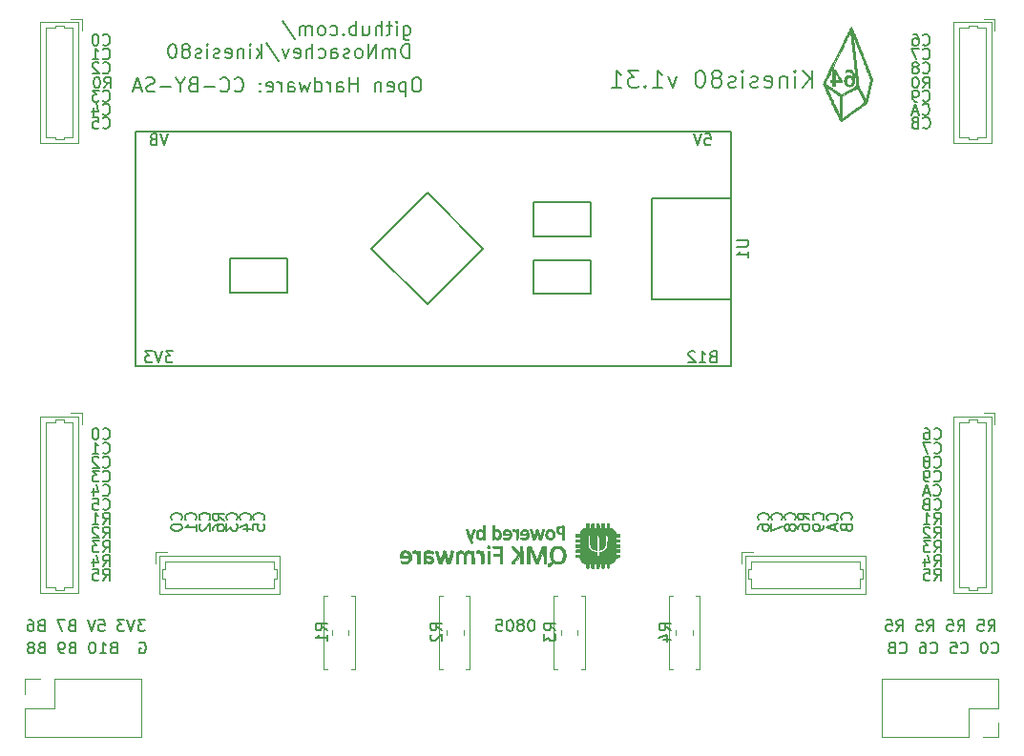
<source format=gbr>
%TF.GenerationSoftware,KiCad,Pcbnew,(6.0.2)*%
%TF.CreationDate,2022-03-15T14:17:50+03:00*%
%TF.ProjectId,kinesis-80,6b696e65-7369-4732-9d38-302e6b696361,rev?*%
%TF.SameCoordinates,Original*%
%TF.FileFunction,Legend,Bot*%
%TF.FilePolarity,Positive*%
%FSLAX46Y46*%
G04 Gerber Fmt 4.6, Leading zero omitted, Abs format (unit mm)*
G04 Created by KiCad (PCBNEW (6.0.2)) date 2022-03-15 14:17:50*
%MOMM*%
%LPD*%
G01*
G04 APERTURE LIST*
%ADD10C,0.150000*%
%ADD11C,0.120000*%
%ADD12C,0.010000*%
G04 APERTURE END LIST*
D10*
X133366785Y-76315476D02*
X133128690Y-76315476D01*
X133009642Y-76375000D01*
X132890595Y-76494047D01*
X132831071Y-76732142D01*
X132831071Y-77148809D01*
X132890595Y-77386904D01*
X133009642Y-77505952D01*
X133128690Y-77565476D01*
X133366785Y-77565476D01*
X133485833Y-77505952D01*
X133604880Y-77386904D01*
X133664404Y-77148809D01*
X133664404Y-76732142D01*
X133604880Y-76494047D01*
X133485833Y-76375000D01*
X133366785Y-76315476D01*
X132295357Y-76732142D02*
X132295357Y-77982142D01*
X132295357Y-76791666D02*
X132176309Y-76732142D01*
X131938214Y-76732142D01*
X131819166Y-76791666D01*
X131759642Y-76851190D01*
X131700119Y-76970238D01*
X131700119Y-77327380D01*
X131759642Y-77446428D01*
X131819166Y-77505952D01*
X131938214Y-77565476D01*
X132176309Y-77565476D01*
X132295357Y-77505952D01*
X130688214Y-77505952D02*
X130807261Y-77565476D01*
X131045357Y-77565476D01*
X131164404Y-77505952D01*
X131223928Y-77386904D01*
X131223928Y-76910714D01*
X131164404Y-76791666D01*
X131045357Y-76732142D01*
X130807261Y-76732142D01*
X130688214Y-76791666D01*
X130628690Y-76910714D01*
X130628690Y-77029761D01*
X131223928Y-77148809D01*
X130092976Y-76732142D02*
X130092976Y-77565476D01*
X130092976Y-76851190D02*
X130033452Y-76791666D01*
X129914404Y-76732142D01*
X129735833Y-76732142D01*
X129616785Y-76791666D01*
X129557261Y-76910714D01*
X129557261Y-77565476D01*
X128009642Y-77565476D02*
X128009642Y-76315476D01*
X128009642Y-76910714D02*
X127295357Y-76910714D01*
X127295357Y-77565476D02*
X127295357Y-76315476D01*
X126164404Y-77565476D02*
X126164404Y-76910714D01*
X126223928Y-76791666D01*
X126342976Y-76732142D01*
X126581071Y-76732142D01*
X126700119Y-76791666D01*
X126164404Y-77505952D02*
X126283452Y-77565476D01*
X126581071Y-77565476D01*
X126700119Y-77505952D01*
X126759642Y-77386904D01*
X126759642Y-77267857D01*
X126700119Y-77148809D01*
X126581071Y-77089285D01*
X126283452Y-77089285D01*
X126164404Y-77029761D01*
X125569166Y-77565476D02*
X125569166Y-76732142D01*
X125569166Y-76970238D02*
X125509642Y-76851190D01*
X125450119Y-76791666D01*
X125331071Y-76732142D01*
X125212023Y-76732142D01*
X124259642Y-77565476D02*
X124259642Y-76315476D01*
X124259642Y-77505952D02*
X124378690Y-77565476D01*
X124616785Y-77565476D01*
X124735833Y-77505952D01*
X124795357Y-77446428D01*
X124854880Y-77327380D01*
X124854880Y-76970238D01*
X124795357Y-76851190D01*
X124735833Y-76791666D01*
X124616785Y-76732142D01*
X124378690Y-76732142D01*
X124259642Y-76791666D01*
X123783452Y-76732142D02*
X123545357Y-77565476D01*
X123307261Y-76970238D01*
X123069166Y-77565476D01*
X122831071Y-76732142D01*
X121819166Y-77565476D02*
X121819166Y-76910714D01*
X121878690Y-76791666D01*
X121997738Y-76732142D01*
X122235833Y-76732142D01*
X122354880Y-76791666D01*
X121819166Y-77505952D02*
X121938214Y-77565476D01*
X122235833Y-77565476D01*
X122354880Y-77505952D01*
X122414404Y-77386904D01*
X122414404Y-77267857D01*
X122354880Y-77148809D01*
X122235833Y-77089285D01*
X121938214Y-77089285D01*
X121819166Y-77029761D01*
X121223928Y-77565476D02*
X121223928Y-76732142D01*
X121223928Y-76970238D02*
X121164404Y-76851190D01*
X121104880Y-76791666D01*
X120985833Y-76732142D01*
X120866785Y-76732142D01*
X119973928Y-77505952D02*
X120092976Y-77565476D01*
X120331071Y-77565476D01*
X120450119Y-77505952D01*
X120509642Y-77386904D01*
X120509642Y-76910714D01*
X120450119Y-76791666D01*
X120331071Y-76732142D01*
X120092976Y-76732142D01*
X119973928Y-76791666D01*
X119914404Y-76910714D01*
X119914404Y-77029761D01*
X120509642Y-77148809D01*
X119378690Y-77446428D02*
X119319166Y-77505952D01*
X119378690Y-77565476D01*
X119438214Y-77505952D01*
X119378690Y-77446428D01*
X119378690Y-77565476D01*
X119378690Y-76791666D02*
X119319166Y-76851190D01*
X119378690Y-76910714D01*
X119438214Y-76851190D01*
X119378690Y-76791666D01*
X119378690Y-76910714D01*
X117116785Y-77446428D02*
X117176309Y-77505952D01*
X117354880Y-77565476D01*
X117473928Y-77565476D01*
X117652500Y-77505952D01*
X117771547Y-77386904D01*
X117831071Y-77267857D01*
X117890595Y-77029761D01*
X117890595Y-76851190D01*
X117831071Y-76613095D01*
X117771547Y-76494047D01*
X117652500Y-76375000D01*
X117473928Y-76315476D01*
X117354880Y-76315476D01*
X117176309Y-76375000D01*
X117116785Y-76434523D01*
X115866785Y-77446428D02*
X115926309Y-77505952D01*
X116104880Y-77565476D01*
X116223928Y-77565476D01*
X116402500Y-77505952D01*
X116521547Y-77386904D01*
X116581071Y-77267857D01*
X116640595Y-77029761D01*
X116640595Y-76851190D01*
X116581071Y-76613095D01*
X116521547Y-76494047D01*
X116402500Y-76375000D01*
X116223928Y-76315476D01*
X116104880Y-76315476D01*
X115926309Y-76375000D01*
X115866785Y-76434523D01*
X115331071Y-77089285D02*
X114378690Y-77089285D01*
X113366785Y-76910714D02*
X113188214Y-76970238D01*
X113128690Y-77029761D01*
X113069166Y-77148809D01*
X113069166Y-77327380D01*
X113128690Y-77446428D01*
X113188214Y-77505952D01*
X113307261Y-77565476D01*
X113783452Y-77565476D01*
X113783452Y-76315476D01*
X113366785Y-76315476D01*
X113247738Y-76375000D01*
X113188214Y-76434523D01*
X113128690Y-76553571D01*
X113128690Y-76672619D01*
X113188214Y-76791666D01*
X113247738Y-76851190D01*
X113366785Y-76910714D01*
X113783452Y-76910714D01*
X112295357Y-76970238D02*
X112295357Y-77565476D01*
X112712023Y-76315476D02*
X112295357Y-76970238D01*
X111878690Y-76315476D01*
X111462023Y-77089285D02*
X110509642Y-77089285D01*
X109973928Y-77505952D02*
X109795357Y-77565476D01*
X109497738Y-77565476D01*
X109378690Y-77505952D01*
X109319166Y-77446428D01*
X109259642Y-77327380D01*
X109259642Y-77208333D01*
X109319166Y-77089285D01*
X109378690Y-77029761D01*
X109497738Y-76970238D01*
X109735833Y-76910714D01*
X109854880Y-76851190D01*
X109914404Y-76791666D01*
X109973928Y-76672619D01*
X109973928Y-76553571D01*
X109914404Y-76434523D01*
X109854880Y-76375000D01*
X109735833Y-76315476D01*
X109438214Y-76315476D01*
X109259642Y-76375000D01*
X108783452Y-77208333D02*
X108188214Y-77208333D01*
X108902500Y-77565476D02*
X108485833Y-76315476D01*
X108069166Y-77565476D01*
X105416666Y-74607142D02*
X105464285Y-74654761D01*
X105607142Y-74702380D01*
X105702380Y-74702380D01*
X105845238Y-74654761D01*
X105940476Y-74559523D01*
X105988095Y-74464285D01*
X106035714Y-74273809D01*
X106035714Y-74130952D01*
X105988095Y-73940476D01*
X105940476Y-73845238D01*
X105845238Y-73750000D01*
X105702380Y-73702380D01*
X105607142Y-73702380D01*
X105464285Y-73750000D01*
X105416666Y-73797619D01*
X104464285Y-74702380D02*
X105035714Y-74702380D01*
X104750000Y-74702380D02*
X104750000Y-73702380D01*
X104845238Y-73845238D01*
X104940476Y-73940476D01*
X105035714Y-73988095D01*
X105416666Y-75857142D02*
X105464285Y-75904761D01*
X105607142Y-75952380D01*
X105702380Y-75952380D01*
X105845238Y-75904761D01*
X105940476Y-75809523D01*
X105988095Y-75714285D01*
X106035714Y-75523809D01*
X106035714Y-75380952D01*
X105988095Y-75190476D01*
X105940476Y-75095238D01*
X105845238Y-75000000D01*
X105702380Y-74952380D01*
X105607142Y-74952380D01*
X105464285Y-75000000D01*
X105416666Y-75047619D01*
X105035714Y-75047619D02*
X104988095Y-75000000D01*
X104892857Y-74952380D01*
X104654761Y-74952380D01*
X104559523Y-75000000D01*
X104511904Y-75047619D01*
X104464285Y-75142857D01*
X104464285Y-75238095D01*
X104511904Y-75380952D01*
X105083333Y-75952380D01*
X104464285Y-75952380D01*
X105416666Y-78343014D02*
X105464285Y-78390633D01*
X105607142Y-78438252D01*
X105702380Y-78438252D01*
X105845238Y-78390633D01*
X105940476Y-78295395D01*
X105988095Y-78200157D01*
X106035714Y-78009681D01*
X106035714Y-77866824D01*
X105988095Y-77676348D01*
X105940476Y-77581110D01*
X105845238Y-77485872D01*
X105702380Y-77438252D01*
X105607142Y-77438252D01*
X105464285Y-77485872D01*
X105416666Y-77533491D01*
X105083333Y-77438252D02*
X104464285Y-77438252D01*
X104797619Y-77819205D01*
X104654761Y-77819205D01*
X104559523Y-77866824D01*
X104511904Y-77914443D01*
X104464285Y-78009681D01*
X104464285Y-78247776D01*
X104511904Y-78343014D01*
X104559523Y-78390633D01*
X104654761Y-78438252D01*
X104940476Y-78438252D01*
X105035714Y-78390633D01*
X105083333Y-78343014D01*
X105416666Y-80724262D02*
X105464285Y-80771881D01*
X105607142Y-80819500D01*
X105702380Y-80819500D01*
X105845238Y-80771881D01*
X105940476Y-80676643D01*
X105988095Y-80581405D01*
X106035714Y-80390929D01*
X106035714Y-80248072D01*
X105988095Y-80057596D01*
X105940476Y-79962358D01*
X105845238Y-79867120D01*
X105702380Y-79819500D01*
X105607142Y-79819500D01*
X105464285Y-79867120D01*
X105416666Y-79914739D01*
X104511904Y-79819500D02*
X104988095Y-79819500D01*
X105035714Y-80295691D01*
X104988095Y-80248072D01*
X104892857Y-80200453D01*
X104654761Y-80200453D01*
X104559523Y-80248072D01*
X104511904Y-80295691D01*
X104464285Y-80390929D01*
X104464285Y-80629024D01*
X104511904Y-80724262D01*
X104559523Y-80771881D01*
X104654761Y-80819500D01*
X104892857Y-80819500D01*
X104988095Y-80771881D01*
X105035714Y-80724262D01*
X105416666Y-79533638D02*
X105464285Y-79581257D01*
X105607142Y-79628876D01*
X105702380Y-79628876D01*
X105845238Y-79581257D01*
X105940476Y-79486019D01*
X105988095Y-79390781D01*
X106035714Y-79200305D01*
X106035714Y-79057448D01*
X105988095Y-78866972D01*
X105940476Y-78771734D01*
X105845238Y-78676496D01*
X105702380Y-78628876D01*
X105607142Y-78628876D01*
X105464285Y-78676496D01*
X105416666Y-78724115D01*
X104559523Y-78962210D02*
X104559523Y-79628876D01*
X104797619Y-78581257D02*
X105035714Y-79295543D01*
X104416666Y-79295543D01*
X105536890Y-77247628D02*
X105870224Y-76771438D01*
X106108319Y-77247628D02*
X106108319Y-76247628D01*
X105727366Y-76247628D01*
X105632128Y-76295248D01*
X105584509Y-76342867D01*
X105536890Y-76438105D01*
X105536890Y-76580962D01*
X105584509Y-76676200D01*
X105632128Y-76723819D01*
X105727366Y-76771438D01*
X106108319Y-76771438D01*
X104917843Y-76247628D02*
X104822604Y-76247628D01*
X104727366Y-76295248D01*
X104679747Y-76342867D01*
X104632128Y-76438105D01*
X104584509Y-76628581D01*
X104584509Y-76866676D01*
X104632128Y-77057152D01*
X104679747Y-77152390D01*
X104727366Y-77200009D01*
X104822604Y-77247628D01*
X104917843Y-77247628D01*
X105013081Y-77200009D01*
X105060700Y-77152390D01*
X105108319Y-77057152D01*
X105155938Y-76866676D01*
X105155938Y-76628581D01*
X105108319Y-76438105D01*
X105060700Y-76342867D01*
X105013081Y-76295248D01*
X104917843Y-76247628D01*
X178166666Y-78343014D02*
X178214285Y-78390633D01*
X178357142Y-78438252D01*
X178452380Y-78438252D01*
X178595238Y-78390633D01*
X178690476Y-78295395D01*
X178738095Y-78200157D01*
X178785714Y-78009681D01*
X178785714Y-77866824D01*
X178738095Y-77676348D01*
X178690476Y-77581110D01*
X178595238Y-77485872D01*
X178452380Y-77438252D01*
X178357142Y-77438252D01*
X178214285Y-77485872D01*
X178166666Y-77533491D01*
X177690476Y-78438252D02*
X177500000Y-78438252D01*
X177404761Y-78390633D01*
X177357142Y-78343014D01*
X177261904Y-78200157D01*
X177214285Y-78009681D01*
X177214285Y-77628729D01*
X177261904Y-77533491D01*
X177309523Y-77485872D01*
X177404761Y-77438252D01*
X177595238Y-77438252D01*
X177690476Y-77485872D01*
X177738095Y-77533491D01*
X177785714Y-77628729D01*
X177785714Y-77866824D01*
X177738095Y-77962062D01*
X177690476Y-78009681D01*
X177595238Y-78057300D01*
X177404761Y-78057300D01*
X177309523Y-78009681D01*
X177261904Y-77962062D01*
X177214285Y-77866824D01*
X178166666Y-73357142D02*
X178214285Y-73404761D01*
X178357142Y-73452380D01*
X178452380Y-73452380D01*
X178595238Y-73404761D01*
X178690476Y-73309523D01*
X178738095Y-73214285D01*
X178785714Y-73023809D01*
X178785714Y-72880952D01*
X178738095Y-72690476D01*
X178690476Y-72595238D01*
X178595238Y-72500000D01*
X178452380Y-72452380D01*
X178357142Y-72452380D01*
X178214285Y-72500000D01*
X178166666Y-72547619D01*
X177309523Y-72452380D02*
X177500000Y-72452380D01*
X177595238Y-72500000D01*
X177642857Y-72547619D01*
X177738095Y-72690476D01*
X177785714Y-72880952D01*
X177785714Y-73261904D01*
X177738095Y-73357142D01*
X177690476Y-73404761D01*
X177595238Y-73452380D01*
X177404761Y-73452380D01*
X177309523Y-73404761D01*
X177261904Y-73357142D01*
X177214285Y-73261904D01*
X177214285Y-73023809D01*
X177261904Y-72928571D01*
X177309523Y-72880952D01*
X177404761Y-72833333D01*
X177595238Y-72833333D01*
X177690476Y-72880952D01*
X177738095Y-72928571D01*
X177785714Y-73023809D01*
X178190476Y-80724262D02*
X178238095Y-80771881D01*
X178380952Y-80819500D01*
X178476190Y-80819500D01*
X178619047Y-80771881D01*
X178714285Y-80676643D01*
X178761904Y-80581405D01*
X178809523Y-80390929D01*
X178809523Y-80248072D01*
X178761904Y-80057596D01*
X178714285Y-79962358D01*
X178619047Y-79867120D01*
X178476190Y-79819500D01*
X178380952Y-79819500D01*
X178238095Y-79867120D01*
X178190476Y-79914739D01*
X177428571Y-80295691D02*
X177285714Y-80343310D01*
X177238095Y-80390929D01*
X177190476Y-80486167D01*
X177190476Y-80629024D01*
X177238095Y-80724262D01*
X177285714Y-80771881D01*
X177380952Y-80819500D01*
X177761904Y-80819500D01*
X177761904Y-79819500D01*
X177428571Y-79819500D01*
X177333333Y-79867120D01*
X177285714Y-79914739D01*
X177238095Y-80009977D01*
X177238095Y-80105215D01*
X177285714Y-80200453D01*
X177333333Y-80248072D01*
X177428571Y-80295691D01*
X177761904Y-80295691D01*
X178164954Y-77247628D02*
X178498288Y-76771438D01*
X178736383Y-77247628D02*
X178736383Y-76247628D01*
X178355430Y-76247628D01*
X178260192Y-76295248D01*
X178212573Y-76342867D01*
X178164954Y-76438105D01*
X178164954Y-76580962D01*
X178212573Y-76676200D01*
X178260192Y-76723819D01*
X178355430Y-76771438D01*
X178736383Y-76771438D01*
X177545907Y-76247628D02*
X177450668Y-76247628D01*
X177355430Y-76295248D01*
X177307811Y-76342867D01*
X177260192Y-76438105D01*
X177212573Y-76628581D01*
X177212573Y-76866676D01*
X177260192Y-77057152D01*
X177307811Y-77152390D01*
X177355430Y-77200009D01*
X177450668Y-77247628D01*
X177545907Y-77247628D01*
X177641145Y-77200009D01*
X177688764Y-77152390D01*
X177736383Y-77057152D01*
X177784002Y-76866676D01*
X177784002Y-76628581D01*
X177736383Y-76438105D01*
X177688764Y-76342867D01*
X177641145Y-76295248D01*
X177545907Y-76247628D01*
X178166666Y-75857142D02*
X178214285Y-75904761D01*
X178357142Y-75952380D01*
X178452380Y-75952380D01*
X178595238Y-75904761D01*
X178690476Y-75809523D01*
X178738095Y-75714285D01*
X178785714Y-75523809D01*
X178785714Y-75380952D01*
X178738095Y-75190476D01*
X178690476Y-75095238D01*
X178595238Y-75000000D01*
X178452380Y-74952380D01*
X178357142Y-74952380D01*
X178214285Y-75000000D01*
X178166666Y-75047619D01*
X177595238Y-75380952D02*
X177690476Y-75333333D01*
X177738095Y-75285714D01*
X177785714Y-75190476D01*
X177785714Y-75142857D01*
X177738095Y-75047619D01*
X177690476Y-75000000D01*
X177595238Y-74952380D01*
X177404761Y-74952380D01*
X177309523Y-75000000D01*
X177261904Y-75047619D01*
X177214285Y-75142857D01*
X177214285Y-75190476D01*
X177261904Y-75285714D01*
X177309523Y-75333333D01*
X177404761Y-75380952D01*
X177595238Y-75380952D01*
X177690476Y-75428571D01*
X177738095Y-75476190D01*
X177785714Y-75571428D01*
X177785714Y-75761904D01*
X177738095Y-75857142D01*
X177690476Y-75904761D01*
X177595238Y-75952380D01*
X177404761Y-75952380D01*
X177309523Y-75904761D01*
X177261904Y-75857142D01*
X177214285Y-75761904D01*
X177214285Y-75571428D01*
X177261904Y-75476190D01*
X177309523Y-75428571D01*
X177404761Y-75380952D01*
X178119047Y-79533638D02*
X178166666Y-79581257D01*
X178309523Y-79628876D01*
X178404761Y-79628876D01*
X178547619Y-79581257D01*
X178642857Y-79486019D01*
X178690476Y-79390781D01*
X178738095Y-79200305D01*
X178738095Y-79057448D01*
X178690476Y-78866972D01*
X178642857Y-78771734D01*
X178547619Y-78676496D01*
X178404761Y-78628876D01*
X178309523Y-78628876D01*
X178166666Y-78676496D01*
X178119047Y-78724115D01*
X177738095Y-79343162D02*
X177261904Y-79343162D01*
X177833333Y-79628876D02*
X177500000Y-78628876D01*
X177166666Y-79628876D01*
X178166666Y-74607142D02*
X178214285Y-74654761D01*
X178357142Y-74702380D01*
X178452380Y-74702380D01*
X178595238Y-74654761D01*
X178690476Y-74559523D01*
X178738095Y-74464285D01*
X178785714Y-74273809D01*
X178785714Y-74130952D01*
X178738095Y-73940476D01*
X178690476Y-73845238D01*
X178595238Y-73750000D01*
X178452380Y-73702380D01*
X178357142Y-73702380D01*
X178214285Y-73750000D01*
X178166666Y-73797619D01*
X177833333Y-73702380D02*
X177166666Y-73702380D01*
X177595238Y-74702380D01*
X179166666Y-110857142D02*
X179214285Y-110904761D01*
X179357142Y-110952380D01*
X179452380Y-110952380D01*
X179595238Y-110904761D01*
X179690476Y-110809523D01*
X179738095Y-110714285D01*
X179785714Y-110523809D01*
X179785714Y-110380952D01*
X179738095Y-110190476D01*
X179690476Y-110095238D01*
X179595238Y-110000000D01*
X179452380Y-109952380D01*
X179357142Y-109952380D01*
X179214285Y-110000000D01*
X179166666Y-110047619D01*
X178595238Y-110380952D02*
X178690476Y-110333333D01*
X178738095Y-110285714D01*
X178785714Y-110190476D01*
X178785714Y-110142857D01*
X178738095Y-110047619D01*
X178690476Y-110000000D01*
X178595238Y-109952380D01*
X178404761Y-109952380D01*
X178309523Y-110000000D01*
X178261904Y-110047619D01*
X178214285Y-110142857D01*
X178214285Y-110190476D01*
X178261904Y-110285714D01*
X178309523Y-110333333D01*
X178404761Y-110380952D01*
X178595238Y-110380952D01*
X178690476Y-110428571D01*
X178738095Y-110476190D01*
X178785714Y-110571428D01*
X178785714Y-110761904D01*
X178738095Y-110857142D01*
X178690476Y-110904761D01*
X178595238Y-110952380D01*
X178404761Y-110952380D01*
X178309523Y-110904761D01*
X178261904Y-110857142D01*
X178214285Y-110761904D01*
X178214285Y-110571428D01*
X178261904Y-110476190D01*
X178309523Y-110428571D01*
X178404761Y-110380952D01*
X179166666Y-109607142D02*
X179214285Y-109654761D01*
X179357142Y-109702380D01*
X179452380Y-109702380D01*
X179595238Y-109654761D01*
X179690476Y-109559523D01*
X179738095Y-109464285D01*
X179785714Y-109273809D01*
X179785714Y-109130952D01*
X179738095Y-108940476D01*
X179690476Y-108845238D01*
X179595238Y-108750000D01*
X179452380Y-108702380D01*
X179357142Y-108702380D01*
X179214285Y-108750000D01*
X179166666Y-108797619D01*
X178833333Y-108702380D02*
X178166666Y-108702380D01*
X178595238Y-109702380D01*
X179166666Y-108357142D02*
X179214285Y-108404761D01*
X179357142Y-108452380D01*
X179452380Y-108452380D01*
X179595238Y-108404761D01*
X179690476Y-108309523D01*
X179738095Y-108214285D01*
X179785714Y-108023809D01*
X179785714Y-107880952D01*
X179738095Y-107690476D01*
X179690476Y-107595238D01*
X179595238Y-107500000D01*
X179452380Y-107452380D01*
X179357142Y-107452380D01*
X179214285Y-107500000D01*
X179166666Y-107547619D01*
X178309523Y-107452380D02*
X178500000Y-107452380D01*
X178595238Y-107500000D01*
X178642857Y-107547619D01*
X178738095Y-107690476D01*
X178785714Y-107880952D01*
X178785714Y-108261904D01*
X178738095Y-108357142D01*
X178690476Y-108404761D01*
X178595238Y-108452380D01*
X178404761Y-108452380D01*
X178309523Y-108404761D01*
X178261904Y-108357142D01*
X178214285Y-108261904D01*
X178214285Y-108023809D01*
X178261904Y-107928571D01*
X178309523Y-107880952D01*
X178404761Y-107833333D01*
X178595238Y-107833333D01*
X178690476Y-107880952D01*
X178738095Y-107928571D01*
X178785714Y-108023809D01*
X179166666Y-112107142D02*
X179214285Y-112154761D01*
X179357142Y-112202380D01*
X179452380Y-112202380D01*
X179595238Y-112154761D01*
X179690476Y-112059523D01*
X179738095Y-111964285D01*
X179785714Y-111773809D01*
X179785714Y-111630952D01*
X179738095Y-111440476D01*
X179690476Y-111345238D01*
X179595238Y-111250000D01*
X179452380Y-111202380D01*
X179357142Y-111202380D01*
X179214285Y-111250000D01*
X179166666Y-111297619D01*
X178690476Y-112202380D02*
X178500000Y-112202380D01*
X178404761Y-112154761D01*
X178357142Y-112107142D01*
X178261904Y-111964285D01*
X178214285Y-111773809D01*
X178214285Y-111392857D01*
X178261904Y-111297619D01*
X178309523Y-111250000D01*
X178404761Y-111202380D01*
X178595238Y-111202380D01*
X178690476Y-111250000D01*
X178738095Y-111297619D01*
X178785714Y-111392857D01*
X178785714Y-111630952D01*
X178738095Y-111726190D01*
X178690476Y-111773809D01*
X178595238Y-111821428D01*
X178404761Y-111821428D01*
X178309523Y-111773809D01*
X178261904Y-111726190D01*
X178214285Y-111630952D01*
X179190476Y-114607142D02*
X179238095Y-114654761D01*
X179380952Y-114702380D01*
X179476190Y-114702380D01*
X179619047Y-114654761D01*
X179714285Y-114559523D01*
X179761904Y-114464285D01*
X179809523Y-114273809D01*
X179809523Y-114130952D01*
X179761904Y-113940476D01*
X179714285Y-113845238D01*
X179619047Y-113750000D01*
X179476190Y-113702380D01*
X179380952Y-113702380D01*
X179238095Y-113750000D01*
X179190476Y-113797619D01*
X178428571Y-114178571D02*
X178285714Y-114226190D01*
X178238095Y-114273809D01*
X178190476Y-114369047D01*
X178190476Y-114511904D01*
X178238095Y-114607142D01*
X178285714Y-114654761D01*
X178380952Y-114702380D01*
X178761904Y-114702380D01*
X178761904Y-113702380D01*
X178428571Y-113702380D01*
X178333333Y-113750000D01*
X178285714Y-113797619D01*
X178238095Y-113892857D01*
X178238095Y-113988095D01*
X178285714Y-114083333D01*
X178333333Y-114130952D01*
X178428571Y-114178571D01*
X178761904Y-114178571D01*
X179119047Y-113357142D02*
X179166666Y-113404761D01*
X179309523Y-113452380D01*
X179404761Y-113452380D01*
X179547619Y-113404761D01*
X179642857Y-113309523D01*
X179690476Y-113214285D01*
X179738095Y-113023809D01*
X179738095Y-112880952D01*
X179690476Y-112690476D01*
X179642857Y-112595238D01*
X179547619Y-112500000D01*
X179404761Y-112452380D01*
X179309523Y-112452380D01*
X179166666Y-112500000D01*
X179119047Y-112547619D01*
X178738095Y-113166666D02*
X178261904Y-113166666D01*
X178833333Y-113452380D02*
X178500000Y-112452380D01*
X178166666Y-113452380D01*
X179166666Y-119702380D02*
X179500000Y-119226190D01*
X179738095Y-119702380D02*
X179738095Y-118702380D01*
X179357142Y-118702380D01*
X179261904Y-118750000D01*
X179214285Y-118797619D01*
X179166666Y-118892857D01*
X179166666Y-119035714D01*
X179214285Y-119130952D01*
X179261904Y-119178571D01*
X179357142Y-119226190D01*
X179738095Y-119226190D01*
X178309523Y-119035714D02*
X178309523Y-119702380D01*
X178547619Y-118654761D02*
X178785714Y-119369047D01*
X178166666Y-119369047D01*
X179166666Y-120952380D02*
X179500000Y-120476190D01*
X179738095Y-120952380D02*
X179738095Y-119952380D01*
X179357142Y-119952380D01*
X179261904Y-120000000D01*
X179214285Y-120047619D01*
X179166666Y-120142857D01*
X179166666Y-120285714D01*
X179214285Y-120380952D01*
X179261904Y-120428571D01*
X179357142Y-120476190D01*
X179738095Y-120476190D01*
X178261904Y-119952380D02*
X178738095Y-119952380D01*
X178785714Y-120428571D01*
X178738095Y-120380952D01*
X178642857Y-120333333D01*
X178404761Y-120333333D01*
X178309523Y-120380952D01*
X178261904Y-120428571D01*
X178214285Y-120523809D01*
X178214285Y-120761904D01*
X178261904Y-120857142D01*
X178309523Y-120904761D01*
X178404761Y-120952380D01*
X178642857Y-120952380D01*
X178738095Y-120904761D01*
X178785714Y-120857142D01*
X179166666Y-118452380D02*
X179500000Y-117976190D01*
X179738095Y-118452380D02*
X179738095Y-117452380D01*
X179357142Y-117452380D01*
X179261904Y-117500000D01*
X179214285Y-117547619D01*
X179166666Y-117642857D01*
X179166666Y-117785714D01*
X179214285Y-117880952D01*
X179261904Y-117928571D01*
X179357142Y-117976190D01*
X179738095Y-117976190D01*
X178833333Y-117452380D02*
X178214285Y-117452380D01*
X178547619Y-117833333D01*
X178404761Y-117833333D01*
X178309523Y-117880952D01*
X178261904Y-117928571D01*
X178214285Y-118023809D01*
X178214285Y-118261904D01*
X178261904Y-118357142D01*
X178309523Y-118404761D01*
X178404761Y-118452380D01*
X178690476Y-118452380D01*
X178785714Y-118404761D01*
X178833333Y-118357142D01*
X179166666Y-115952380D02*
X179500000Y-115476190D01*
X179738095Y-115952380D02*
X179738095Y-114952380D01*
X179357142Y-114952380D01*
X179261904Y-115000000D01*
X179214285Y-115047619D01*
X179166666Y-115142857D01*
X179166666Y-115285714D01*
X179214285Y-115380952D01*
X179261904Y-115428571D01*
X179357142Y-115476190D01*
X179738095Y-115476190D01*
X178214285Y-115952380D02*
X178785714Y-115952380D01*
X178500000Y-115952380D02*
X178500000Y-114952380D01*
X178595238Y-115095238D01*
X178690476Y-115190476D01*
X178785714Y-115238095D01*
X179166666Y-117202380D02*
X179500000Y-116726190D01*
X179738095Y-117202380D02*
X179738095Y-116202380D01*
X179357142Y-116202380D01*
X179261904Y-116250000D01*
X179214285Y-116297619D01*
X179166666Y-116392857D01*
X179166666Y-116535714D01*
X179214285Y-116630952D01*
X179261904Y-116678571D01*
X179357142Y-116726190D01*
X179738095Y-116726190D01*
X178785714Y-116297619D02*
X178738095Y-116250000D01*
X178642857Y-116202380D01*
X178404761Y-116202380D01*
X178309523Y-116250000D01*
X178261904Y-116297619D01*
X178214285Y-116392857D01*
X178214285Y-116488095D01*
X178261904Y-116630952D01*
X178833333Y-117202380D01*
X178214285Y-117202380D01*
X105416666Y-112107142D02*
X105464285Y-112154761D01*
X105607142Y-112202380D01*
X105702380Y-112202380D01*
X105845238Y-112154761D01*
X105940476Y-112059523D01*
X105988095Y-111964285D01*
X106035714Y-111773809D01*
X106035714Y-111630952D01*
X105988095Y-111440476D01*
X105940476Y-111345238D01*
X105845238Y-111250000D01*
X105702380Y-111202380D01*
X105607142Y-111202380D01*
X105464285Y-111250000D01*
X105416666Y-111297619D01*
X105083333Y-111202380D02*
X104464285Y-111202380D01*
X104797619Y-111583333D01*
X104654761Y-111583333D01*
X104559523Y-111630952D01*
X104511904Y-111678571D01*
X104464285Y-111773809D01*
X104464285Y-112011904D01*
X104511904Y-112107142D01*
X104559523Y-112154761D01*
X104654761Y-112202380D01*
X104940476Y-112202380D01*
X105035714Y-112154761D01*
X105083333Y-112107142D01*
X105416666Y-108357142D02*
X105464285Y-108404761D01*
X105607142Y-108452380D01*
X105702380Y-108452380D01*
X105845238Y-108404761D01*
X105940476Y-108309523D01*
X105988095Y-108214285D01*
X106035714Y-108023809D01*
X106035714Y-107880952D01*
X105988095Y-107690476D01*
X105940476Y-107595238D01*
X105845238Y-107500000D01*
X105702380Y-107452380D01*
X105607142Y-107452380D01*
X105464285Y-107500000D01*
X105416666Y-107547619D01*
X104797619Y-107452380D02*
X104702380Y-107452380D01*
X104607142Y-107500000D01*
X104559523Y-107547619D01*
X104511904Y-107642857D01*
X104464285Y-107833333D01*
X104464285Y-108071428D01*
X104511904Y-108261904D01*
X104559523Y-108357142D01*
X104607142Y-108404761D01*
X104702380Y-108452380D01*
X104797619Y-108452380D01*
X104892857Y-108404761D01*
X104940476Y-108357142D01*
X104988095Y-108261904D01*
X105035714Y-108071428D01*
X105035714Y-107833333D01*
X104988095Y-107642857D01*
X104940476Y-107547619D01*
X104892857Y-107500000D01*
X104797619Y-107452380D01*
X105416666Y-114607142D02*
X105464285Y-114654761D01*
X105607142Y-114702380D01*
X105702380Y-114702380D01*
X105845238Y-114654761D01*
X105940476Y-114559523D01*
X105988095Y-114464285D01*
X106035714Y-114273809D01*
X106035714Y-114130952D01*
X105988095Y-113940476D01*
X105940476Y-113845238D01*
X105845238Y-113750000D01*
X105702380Y-113702380D01*
X105607142Y-113702380D01*
X105464285Y-113750000D01*
X105416666Y-113797619D01*
X104511904Y-113702380D02*
X104988095Y-113702380D01*
X105035714Y-114178571D01*
X104988095Y-114130952D01*
X104892857Y-114083333D01*
X104654761Y-114083333D01*
X104559523Y-114130952D01*
X104511904Y-114178571D01*
X104464285Y-114273809D01*
X104464285Y-114511904D01*
X104511904Y-114607142D01*
X104559523Y-114654761D01*
X104654761Y-114702380D01*
X104892857Y-114702380D01*
X104988095Y-114654761D01*
X105035714Y-114607142D01*
X105416666Y-115952380D02*
X105750000Y-115476190D01*
X105988095Y-115952380D02*
X105988095Y-114952380D01*
X105607142Y-114952380D01*
X105511904Y-115000000D01*
X105464285Y-115047619D01*
X105416666Y-115142857D01*
X105416666Y-115285714D01*
X105464285Y-115380952D01*
X105511904Y-115428571D01*
X105607142Y-115476190D01*
X105988095Y-115476190D01*
X104464285Y-115952380D02*
X105035714Y-115952380D01*
X104750000Y-115952380D02*
X104750000Y-114952380D01*
X104845238Y-115095238D01*
X104940476Y-115190476D01*
X105035714Y-115238095D01*
X105416666Y-110857142D02*
X105464285Y-110904761D01*
X105607142Y-110952380D01*
X105702380Y-110952380D01*
X105845238Y-110904761D01*
X105940476Y-110809523D01*
X105988095Y-110714285D01*
X106035714Y-110523809D01*
X106035714Y-110380952D01*
X105988095Y-110190476D01*
X105940476Y-110095238D01*
X105845238Y-110000000D01*
X105702380Y-109952380D01*
X105607142Y-109952380D01*
X105464285Y-110000000D01*
X105416666Y-110047619D01*
X105035714Y-110047619D02*
X104988095Y-110000000D01*
X104892857Y-109952380D01*
X104654761Y-109952380D01*
X104559523Y-110000000D01*
X104511904Y-110047619D01*
X104464285Y-110142857D01*
X104464285Y-110238095D01*
X104511904Y-110380952D01*
X105083333Y-110952380D01*
X104464285Y-110952380D01*
X105416666Y-113357142D02*
X105464285Y-113404761D01*
X105607142Y-113452380D01*
X105702380Y-113452380D01*
X105845238Y-113404761D01*
X105940476Y-113309523D01*
X105988095Y-113214285D01*
X106035714Y-113023809D01*
X106035714Y-112880952D01*
X105988095Y-112690476D01*
X105940476Y-112595238D01*
X105845238Y-112500000D01*
X105702380Y-112452380D01*
X105607142Y-112452380D01*
X105464285Y-112500000D01*
X105416666Y-112547619D01*
X104559523Y-112785714D02*
X104559523Y-113452380D01*
X104797619Y-112404761D02*
X105035714Y-113119047D01*
X104416666Y-113119047D01*
X105416666Y-109607142D02*
X105464285Y-109654761D01*
X105607142Y-109702380D01*
X105702380Y-109702380D01*
X105845238Y-109654761D01*
X105940476Y-109559523D01*
X105988095Y-109464285D01*
X106035714Y-109273809D01*
X106035714Y-109130952D01*
X105988095Y-108940476D01*
X105940476Y-108845238D01*
X105845238Y-108750000D01*
X105702380Y-108702380D01*
X105607142Y-108702380D01*
X105464285Y-108750000D01*
X105416666Y-108797619D01*
X104464285Y-109702380D02*
X105035714Y-109702380D01*
X104750000Y-109702380D02*
X104750000Y-108702380D01*
X104845238Y-108845238D01*
X104940476Y-108940476D01*
X105035714Y-108988095D01*
X105416666Y-117202380D02*
X105750000Y-116726190D01*
X105988095Y-117202380D02*
X105988095Y-116202380D01*
X105607142Y-116202380D01*
X105511904Y-116250000D01*
X105464285Y-116297619D01*
X105416666Y-116392857D01*
X105416666Y-116535714D01*
X105464285Y-116630952D01*
X105511904Y-116678571D01*
X105607142Y-116726190D01*
X105988095Y-116726190D01*
X105035714Y-116297619D02*
X104988095Y-116250000D01*
X104892857Y-116202380D01*
X104654761Y-116202380D01*
X104559523Y-116250000D01*
X104511904Y-116297619D01*
X104464285Y-116392857D01*
X104464285Y-116488095D01*
X104511904Y-116630952D01*
X105083333Y-117202380D01*
X104464285Y-117202380D01*
X105416666Y-119702380D02*
X105750000Y-119226190D01*
X105988095Y-119702380D02*
X105988095Y-118702380D01*
X105607142Y-118702380D01*
X105511904Y-118750000D01*
X105464285Y-118797619D01*
X105416666Y-118892857D01*
X105416666Y-119035714D01*
X105464285Y-119130952D01*
X105511904Y-119178571D01*
X105607142Y-119226190D01*
X105988095Y-119226190D01*
X104559523Y-119035714D02*
X104559523Y-119702380D01*
X104797619Y-118654761D02*
X105035714Y-119369047D01*
X104416666Y-119369047D01*
X105416666Y-120952380D02*
X105750000Y-120476190D01*
X105988095Y-120952380D02*
X105988095Y-119952380D01*
X105607142Y-119952380D01*
X105511904Y-120000000D01*
X105464285Y-120047619D01*
X105416666Y-120142857D01*
X105416666Y-120285714D01*
X105464285Y-120380952D01*
X105511904Y-120428571D01*
X105607142Y-120476190D01*
X105988095Y-120476190D01*
X104511904Y-119952380D02*
X104988095Y-119952380D01*
X105035714Y-120428571D01*
X104988095Y-120380952D01*
X104892857Y-120333333D01*
X104654761Y-120333333D01*
X104559523Y-120380952D01*
X104511904Y-120428571D01*
X104464285Y-120523809D01*
X104464285Y-120761904D01*
X104511904Y-120857142D01*
X104559523Y-120904761D01*
X104654761Y-120952380D01*
X104892857Y-120952380D01*
X104988095Y-120904761D01*
X105035714Y-120857142D01*
X105416666Y-118452380D02*
X105750000Y-117976190D01*
X105988095Y-118452380D02*
X105988095Y-117452380D01*
X105607142Y-117452380D01*
X105511904Y-117500000D01*
X105464285Y-117547619D01*
X105416666Y-117642857D01*
X105416666Y-117785714D01*
X105464285Y-117880952D01*
X105511904Y-117928571D01*
X105607142Y-117976190D01*
X105988095Y-117976190D01*
X105083333Y-117452380D02*
X104464285Y-117452380D01*
X104797619Y-117833333D01*
X104654761Y-117833333D01*
X104559523Y-117880952D01*
X104511904Y-117928571D01*
X104464285Y-118023809D01*
X104464285Y-118261904D01*
X104511904Y-118357142D01*
X104559523Y-118404761D01*
X104654761Y-118452380D01*
X104940476Y-118452380D01*
X105035714Y-118404761D01*
X105083333Y-118357142D01*
X117275798Y-115583333D02*
X117323417Y-115535714D01*
X117371036Y-115392857D01*
X117371036Y-115297619D01*
X117323417Y-115154761D01*
X117228179Y-115059523D01*
X117132941Y-115011904D01*
X116942465Y-114964285D01*
X116799608Y-114964285D01*
X116609132Y-115011904D01*
X116513894Y-115059523D01*
X116418656Y-115154761D01*
X116371036Y-115297619D01*
X116371036Y-115392857D01*
X116418656Y-115535714D01*
X116466275Y-115583333D01*
X116371036Y-115916666D02*
X116371036Y-116535714D01*
X116751989Y-116202380D01*
X116751989Y-116345238D01*
X116799608Y-116440476D01*
X116847227Y-116488095D01*
X116942465Y-116535714D01*
X117180560Y-116535714D01*
X117275798Y-116488095D01*
X117323417Y-116440476D01*
X117371036Y-116345238D01*
X117371036Y-116059523D01*
X117323417Y-115964285D01*
X117275798Y-115916666D01*
X112357142Y-115583333D02*
X112404761Y-115535714D01*
X112452380Y-115392857D01*
X112452380Y-115297619D01*
X112404761Y-115154761D01*
X112309523Y-115059523D01*
X112214285Y-115011904D01*
X112023809Y-114964285D01*
X111880952Y-114964285D01*
X111690476Y-115011904D01*
X111595238Y-115059523D01*
X111500000Y-115154761D01*
X111452380Y-115297619D01*
X111452380Y-115392857D01*
X111500000Y-115535714D01*
X111547619Y-115583333D01*
X111452380Y-116202380D02*
X111452380Y-116297619D01*
X111500000Y-116392857D01*
X111547619Y-116440476D01*
X111642857Y-116488095D01*
X111833333Y-116535714D01*
X112071428Y-116535714D01*
X112261904Y-116488095D01*
X112357142Y-116440476D01*
X112404761Y-116392857D01*
X112452380Y-116297619D01*
X112452380Y-116202380D01*
X112404761Y-116107142D01*
X112357142Y-116059523D01*
X112261904Y-116011904D01*
X112071428Y-115964285D01*
X111833333Y-115964285D01*
X111642857Y-116011904D01*
X111547619Y-116059523D01*
X111500000Y-116107142D01*
X111452380Y-116202380D01*
X119657046Y-115583333D02*
X119704665Y-115535714D01*
X119752284Y-115392857D01*
X119752284Y-115297619D01*
X119704665Y-115154761D01*
X119609427Y-115059523D01*
X119514189Y-115011904D01*
X119323713Y-114964285D01*
X119180856Y-114964285D01*
X118990380Y-115011904D01*
X118895142Y-115059523D01*
X118799904Y-115154761D01*
X118752284Y-115297619D01*
X118752284Y-115392857D01*
X118799904Y-115535714D01*
X118847523Y-115583333D01*
X118752284Y-116488095D02*
X118752284Y-116011904D01*
X119228475Y-115964285D01*
X119180856Y-116011904D01*
X119133237Y-116107142D01*
X119133237Y-116345238D01*
X119180856Y-116440476D01*
X119228475Y-116488095D01*
X119323713Y-116535714D01*
X119561808Y-116535714D01*
X119657046Y-116488095D01*
X119704665Y-116440476D01*
X119752284Y-116345238D01*
X119752284Y-116107142D01*
X119704665Y-116011904D01*
X119657046Y-115964285D01*
X116180412Y-115634789D02*
X115704222Y-115301456D01*
X116180412Y-115063360D02*
X115180412Y-115063360D01*
X115180412Y-115444313D01*
X115228032Y-115539551D01*
X115275651Y-115587170D01*
X115370889Y-115634789D01*
X115513746Y-115634789D01*
X115608984Y-115587170D01*
X115656603Y-115539551D01*
X115704222Y-115444313D01*
X115704222Y-115063360D01*
X115180412Y-116491932D02*
X115180412Y-116301456D01*
X115228032Y-116206217D01*
X115275651Y-116158598D01*
X115418508Y-116063360D01*
X115608984Y-116015741D01*
X115989936Y-116015741D01*
X116085174Y-116063360D01*
X116132793Y-116110979D01*
X116180412Y-116206217D01*
X116180412Y-116396694D01*
X116132793Y-116491932D01*
X116085174Y-116539551D01*
X115989936Y-116587170D01*
X115751841Y-116587170D01*
X115656603Y-116539551D01*
X115608984Y-116491932D01*
X115561365Y-116396694D01*
X115561365Y-116206217D01*
X115608984Y-116110979D01*
X115656603Y-116063360D01*
X115751841Y-116015741D01*
X114857142Y-115583333D02*
X114904761Y-115535714D01*
X114952380Y-115392857D01*
X114952380Y-115297619D01*
X114904761Y-115154761D01*
X114809523Y-115059523D01*
X114714285Y-115011904D01*
X114523809Y-114964285D01*
X114380952Y-114964285D01*
X114190476Y-115011904D01*
X114095238Y-115059523D01*
X114000000Y-115154761D01*
X113952380Y-115297619D01*
X113952380Y-115392857D01*
X114000000Y-115535714D01*
X114047619Y-115583333D01*
X114047619Y-115964285D02*
X114000000Y-116011904D01*
X113952380Y-116107142D01*
X113952380Y-116345238D01*
X114000000Y-116440476D01*
X114047619Y-116488095D01*
X114142857Y-116535714D01*
X114238095Y-116535714D01*
X114380952Y-116488095D01*
X114952380Y-115916666D01*
X114952380Y-116535714D01*
X118466422Y-115583333D02*
X118514041Y-115535714D01*
X118561660Y-115392857D01*
X118561660Y-115297619D01*
X118514041Y-115154761D01*
X118418803Y-115059523D01*
X118323565Y-115011904D01*
X118133089Y-114964285D01*
X117990232Y-114964285D01*
X117799756Y-115011904D01*
X117704518Y-115059523D01*
X117609280Y-115154761D01*
X117561660Y-115297619D01*
X117561660Y-115392857D01*
X117609280Y-115535714D01*
X117656899Y-115583333D01*
X117894994Y-116440476D02*
X118561660Y-116440476D01*
X117514041Y-116202380D02*
X118228327Y-115964285D01*
X118228327Y-116583333D01*
X113607142Y-115583333D02*
X113654761Y-115535714D01*
X113702380Y-115392857D01*
X113702380Y-115297619D01*
X113654761Y-115154761D01*
X113559523Y-115059523D01*
X113464285Y-115011904D01*
X113273809Y-114964285D01*
X113130952Y-114964285D01*
X112940476Y-115011904D01*
X112845238Y-115059523D01*
X112750000Y-115154761D01*
X112702380Y-115297619D01*
X112702380Y-115392857D01*
X112750000Y-115535714D01*
X112797619Y-115583333D01*
X113702380Y-116535714D02*
X113702380Y-115964285D01*
X113702380Y-116250000D02*
X112702380Y-116250000D01*
X112845238Y-116154761D01*
X112940476Y-116059523D01*
X112988095Y-115964285D01*
X168092860Y-115583333D02*
X167616670Y-115250000D01*
X168092860Y-115011904D02*
X167092860Y-115011904D01*
X167092860Y-115392857D01*
X167140480Y-115488095D01*
X167188099Y-115535714D01*
X167283337Y-115583333D01*
X167426194Y-115583333D01*
X167521432Y-115535714D01*
X167569051Y-115488095D01*
X167616670Y-115392857D01*
X167616670Y-115011904D01*
X167092860Y-116440476D02*
X167092860Y-116250000D01*
X167140480Y-116154761D01*
X167188099Y-116107142D01*
X167330956Y-116011904D01*
X167521432Y-115964285D01*
X167902384Y-115964285D01*
X167997622Y-116011904D01*
X168045241Y-116059523D01*
X168092860Y-116154761D01*
X168092860Y-116345238D01*
X168045241Y-116440476D01*
X167997622Y-116488095D01*
X167902384Y-116535714D01*
X167664289Y-116535714D01*
X167569051Y-116488095D01*
X167521432Y-116440476D01*
X167473813Y-116345238D01*
X167473813Y-116154761D01*
X167521432Y-116059523D01*
X167569051Y-116011904D01*
X167664289Y-115964285D01*
X170547766Y-115630952D02*
X170595385Y-115583333D01*
X170643004Y-115440476D01*
X170643004Y-115345238D01*
X170595385Y-115202380D01*
X170500147Y-115107142D01*
X170404909Y-115059523D01*
X170214433Y-115011904D01*
X170071576Y-115011904D01*
X169881100Y-115059523D01*
X169785862Y-115107142D01*
X169690624Y-115202380D01*
X169643004Y-115345238D01*
X169643004Y-115440476D01*
X169690624Y-115583333D01*
X169738243Y-115630952D01*
X170357290Y-116011904D02*
X170357290Y-116488095D01*
X170643004Y-115916666D02*
X169643004Y-116250000D01*
X170643004Y-116583333D01*
X171797766Y-115559523D02*
X171845385Y-115511904D01*
X171893004Y-115369047D01*
X171893004Y-115273809D01*
X171845385Y-115130952D01*
X171750147Y-115035714D01*
X171654909Y-114988095D01*
X171464433Y-114940476D01*
X171321576Y-114940476D01*
X171131100Y-114988095D01*
X171035862Y-115035714D01*
X170940624Y-115130952D01*
X170893004Y-115273809D01*
X170893004Y-115369047D01*
X170940624Y-115511904D01*
X170988243Y-115559523D01*
X171369195Y-116321428D02*
X171416814Y-116464285D01*
X171464433Y-116511904D01*
X171559671Y-116559523D01*
X171702528Y-116559523D01*
X171797766Y-116511904D01*
X171845385Y-116464285D01*
X171893004Y-116369047D01*
X171893004Y-115988095D01*
X170893004Y-115988095D01*
X170893004Y-116321428D01*
X170940624Y-116416666D01*
X170988243Y-116464285D01*
X171083481Y-116511904D01*
X171178719Y-116511904D01*
X171273957Y-116464285D01*
X171321576Y-116416666D01*
X171369195Y-116321428D01*
X171369195Y-115988095D01*
X169297766Y-115583333D02*
X169345385Y-115535714D01*
X169393004Y-115392857D01*
X169393004Y-115297619D01*
X169345385Y-115154761D01*
X169250147Y-115059523D01*
X169154909Y-115011904D01*
X168964433Y-114964285D01*
X168821576Y-114964285D01*
X168631100Y-115011904D01*
X168535862Y-115059523D01*
X168440624Y-115154761D01*
X168393004Y-115297619D01*
X168393004Y-115392857D01*
X168440624Y-115535714D01*
X168488243Y-115583333D01*
X169393004Y-116059523D02*
X169393004Y-116250000D01*
X169345385Y-116345238D01*
X169297766Y-116392857D01*
X169154909Y-116488095D01*
X168964433Y-116535714D01*
X168583481Y-116535714D01*
X168488243Y-116488095D01*
X168440624Y-116440476D01*
X168393004Y-116345238D01*
X168393004Y-116154761D01*
X168440624Y-116059523D01*
X168488243Y-116011904D01*
X168583481Y-115964285D01*
X168821576Y-115964285D01*
X168916814Y-116011904D01*
X168964433Y-116059523D01*
X169012052Y-116154761D01*
X169012052Y-116345238D01*
X168964433Y-116440476D01*
X168916814Y-116488095D01*
X168821576Y-116535714D01*
X165616374Y-115583333D02*
X165663993Y-115535714D01*
X165711612Y-115392857D01*
X165711612Y-115297619D01*
X165663993Y-115154761D01*
X165568755Y-115059523D01*
X165473517Y-115011904D01*
X165283041Y-114964285D01*
X165140184Y-114964285D01*
X164949708Y-115011904D01*
X164854470Y-115059523D01*
X164759232Y-115154761D01*
X164711612Y-115297619D01*
X164711612Y-115392857D01*
X164759232Y-115535714D01*
X164806851Y-115583333D01*
X164711612Y-115916666D02*
X164711612Y-116583333D01*
X165711612Y-116154761D01*
X166806998Y-115583333D02*
X166854617Y-115535714D01*
X166902236Y-115392857D01*
X166902236Y-115297619D01*
X166854617Y-115154761D01*
X166759379Y-115059523D01*
X166664141Y-115011904D01*
X166473665Y-114964285D01*
X166330808Y-114964285D01*
X166140332Y-115011904D01*
X166045094Y-115059523D01*
X165949856Y-115154761D01*
X165902236Y-115297619D01*
X165902236Y-115392857D01*
X165949856Y-115535714D01*
X165997475Y-115583333D01*
X166330808Y-116154761D02*
X166283189Y-116059523D01*
X166235570Y-116011904D01*
X166140332Y-115964285D01*
X166092713Y-115964285D01*
X165997475Y-116011904D01*
X165949856Y-116059523D01*
X165902236Y-116154761D01*
X165902236Y-116345238D01*
X165949856Y-116440476D01*
X165997475Y-116488095D01*
X166092713Y-116535714D01*
X166140332Y-116535714D01*
X166235570Y-116488095D01*
X166283189Y-116440476D01*
X166330808Y-116345238D01*
X166330808Y-116154761D01*
X166378427Y-116059523D01*
X166426046Y-116011904D01*
X166521284Y-115964285D01*
X166711760Y-115964285D01*
X166806998Y-116011904D01*
X166854617Y-116059523D01*
X166902236Y-116154761D01*
X166902236Y-116345238D01*
X166854617Y-116440476D01*
X166806998Y-116488095D01*
X166711760Y-116535714D01*
X166521284Y-116535714D01*
X166426046Y-116488095D01*
X166378427Y-116440476D01*
X166330808Y-116345238D01*
X164425750Y-115583333D02*
X164473369Y-115535714D01*
X164520988Y-115392857D01*
X164520988Y-115297619D01*
X164473369Y-115154761D01*
X164378131Y-115059523D01*
X164282893Y-115011904D01*
X164092417Y-114964285D01*
X163949560Y-114964285D01*
X163759084Y-115011904D01*
X163663846Y-115059523D01*
X163568608Y-115154761D01*
X163520988Y-115297619D01*
X163520988Y-115392857D01*
X163568608Y-115535714D01*
X163616227Y-115583333D01*
X163520988Y-116440476D02*
X163520988Y-116250000D01*
X163568608Y-116154761D01*
X163616227Y-116107142D01*
X163759084Y-116011904D01*
X163949560Y-115964285D01*
X164330512Y-115964285D01*
X164425750Y-116011904D01*
X164473369Y-116059523D01*
X164520988Y-116154761D01*
X164520988Y-116345238D01*
X164473369Y-116440476D01*
X164425750Y-116488095D01*
X164330512Y-116535714D01*
X164092417Y-116535714D01*
X163997179Y-116488095D01*
X163949560Y-116440476D01*
X163901941Y-116345238D01*
X163901941Y-116154761D01*
X163949560Y-116059523D01*
X163997179Y-116011904D01*
X164092417Y-115964285D01*
X184261904Y-127357142D02*
X184309523Y-127404761D01*
X184452380Y-127452380D01*
X184547619Y-127452380D01*
X184690476Y-127404761D01*
X184785714Y-127309523D01*
X184833333Y-127214285D01*
X184880952Y-127023809D01*
X184880952Y-126880952D01*
X184833333Y-126690476D01*
X184785714Y-126595238D01*
X184690476Y-126500000D01*
X184547619Y-126452380D01*
X184452380Y-126452380D01*
X184309523Y-126500000D01*
X184261904Y-126547619D01*
X183642857Y-126452380D02*
X183547619Y-126452380D01*
X183452380Y-126500000D01*
X183404761Y-126547619D01*
X183357142Y-126642857D01*
X183309523Y-126833333D01*
X183309523Y-127071428D01*
X183357142Y-127261904D01*
X183404761Y-127357142D01*
X183452380Y-127404761D01*
X183547619Y-127452380D01*
X183642857Y-127452380D01*
X183738095Y-127404761D01*
X183785714Y-127357142D01*
X183833333Y-127261904D01*
X183880952Y-127071428D01*
X183880952Y-126833333D01*
X183833333Y-126642857D01*
X183785714Y-126547619D01*
X183738095Y-126500000D01*
X183642857Y-126452380D01*
X181547619Y-127357142D02*
X181595238Y-127404761D01*
X181738095Y-127452380D01*
X181833333Y-127452380D01*
X181976190Y-127404761D01*
X182071428Y-127309523D01*
X182119047Y-127214285D01*
X182166666Y-127023809D01*
X182166666Y-126880952D01*
X182119047Y-126690476D01*
X182071428Y-126595238D01*
X181976190Y-126500000D01*
X181833333Y-126452380D01*
X181738095Y-126452380D01*
X181595238Y-126500000D01*
X181547619Y-126547619D01*
X180642857Y-126452380D02*
X181119047Y-126452380D01*
X181166666Y-126928571D01*
X181119047Y-126880952D01*
X181023809Y-126833333D01*
X180785714Y-126833333D01*
X180690476Y-126880952D01*
X180642857Y-126928571D01*
X180595238Y-127023809D01*
X180595238Y-127261904D01*
X180642857Y-127357142D01*
X180690476Y-127404761D01*
X180785714Y-127452380D01*
X181023809Y-127452380D01*
X181119047Y-127404761D01*
X181166666Y-127357142D01*
X178833333Y-127357142D02*
X178880952Y-127404761D01*
X179023809Y-127452380D01*
X179119047Y-127452380D01*
X179261904Y-127404761D01*
X179357142Y-127309523D01*
X179404761Y-127214285D01*
X179452380Y-127023809D01*
X179452380Y-126880952D01*
X179404761Y-126690476D01*
X179357142Y-126595238D01*
X179261904Y-126500000D01*
X179119047Y-126452380D01*
X179023809Y-126452380D01*
X178880952Y-126500000D01*
X178833333Y-126547619D01*
X177976190Y-126452380D02*
X178166666Y-126452380D01*
X178261904Y-126500000D01*
X178309523Y-126547619D01*
X178404761Y-126690476D01*
X178452380Y-126880952D01*
X178452380Y-127261904D01*
X178404761Y-127357142D01*
X178357142Y-127404761D01*
X178261904Y-127452380D01*
X178071428Y-127452380D01*
X177976190Y-127404761D01*
X177928571Y-127357142D01*
X177880952Y-127261904D01*
X177880952Y-127023809D01*
X177928571Y-126928571D01*
X177976190Y-126880952D01*
X178071428Y-126833333D01*
X178261904Y-126833333D01*
X178357142Y-126880952D01*
X178404761Y-126928571D01*
X178452380Y-127023809D01*
X176119047Y-127357142D02*
X176166666Y-127404761D01*
X176309523Y-127452380D01*
X176404761Y-127452380D01*
X176547619Y-127404761D01*
X176642857Y-127309523D01*
X176690476Y-127214285D01*
X176738095Y-127023809D01*
X176738095Y-126880952D01*
X176690476Y-126690476D01*
X176642857Y-126595238D01*
X176547619Y-126500000D01*
X176404761Y-126452380D01*
X176309523Y-126452380D01*
X176166666Y-126500000D01*
X176119047Y-126547619D01*
X175357142Y-126928571D02*
X175214285Y-126976190D01*
X175166666Y-127023809D01*
X175119047Y-127119047D01*
X175119047Y-127261904D01*
X175166666Y-127357142D01*
X175214285Y-127404761D01*
X175309523Y-127452380D01*
X175690476Y-127452380D01*
X175690476Y-126452380D01*
X175357142Y-126452380D01*
X175261904Y-126500000D01*
X175214285Y-126547619D01*
X175166666Y-126642857D01*
X175166666Y-126738095D01*
X175214285Y-126833333D01*
X175261904Y-126880952D01*
X175357142Y-126928571D01*
X175690476Y-126928571D01*
X108666666Y-126500000D02*
X108761904Y-126452380D01*
X108904761Y-126452380D01*
X109047619Y-126500000D01*
X109142857Y-126595238D01*
X109190476Y-126690476D01*
X109238095Y-126880952D01*
X109238095Y-127023809D01*
X109190476Y-127214285D01*
X109142857Y-127309523D01*
X109047619Y-127404761D01*
X108904761Y-127452380D01*
X108809523Y-127452380D01*
X108666666Y-127404761D01*
X108619047Y-127357142D01*
X108619047Y-127023809D01*
X108809523Y-127023809D01*
X106333333Y-126928571D02*
X106190476Y-126976190D01*
X106142857Y-127023809D01*
X106095238Y-127119047D01*
X106095238Y-127261904D01*
X106142857Y-127357142D01*
X106190476Y-127404761D01*
X106285714Y-127452380D01*
X106666666Y-127452380D01*
X106666666Y-126452380D01*
X106333333Y-126452380D01*
X106238095Y-126500000D01*
X106190476Y-126547619D01*
X106142857Y-126642857D01*
X106142857Y-126738095D01*
X106190476Y-126833333D01*
X106238095Y-126880952D01*
X106333333Y-126928571D01*
X106666666Y-126928571D01*
X105142857Y-127452380D02*
X105714285Y-127452380D01*
X105428571Y-127452380D02*
X105428571Y-126452380D01*
X105523809Y-126595238D01*
X105619047Y-126690476D01*
X105714285Y-126738095D01*
X104523809Y-126452380D02*
X104428571Y-126452380D01*
X104333333Y-126500000D01*
X104285714Y-126547619D01*
X104238095Y-126642857D01*
X104190476Y-126833333D01*
X104190476Y-127071428D01*
X104238095Y-127261904D01*
X104285714Y-127357142D01*
X104333333Y-127404761D01*
X104428571Y-127452380D01*
X104523809Y-127452380D01*
X104619047Y-127404761D01*
X104666666Y-127357142D01*
X104714285Y-127261904D01*
X104761904Y-127071428D01*
X104761904Y-126833333D01*
X104714285Y-126642857D01*
X104666666Y-126547619D01*
X104619047Y-126500000D01*
X104523809Y-126452380D01*
X102666666Y-126928571D02*
X102523809Y-126976190D01*
X102476190Y-127023809D01*
X102428571Y-127119047D01*
X102428571Y-127261904D01*
X102476190Y-127357142D01*
X102523809Y-127404761D01*
X102619047Y-127452380D01*
X103000000Y-127452380D01*
X103000000Y-126452380D01*
X102666666Y-126452380D01*
X102571428Y-126500000D01*
X102523809Y-126547619D01*
X102476190Y-126642857D01*
X102476190Y-126738095D01*
X102523809Y-126833333D01*
X102571428Y-126880952D01*
X102666666Y-126928571D01*
X103000000Y-126928571D01*
X101952380Y-127452380D02*
X101761904Y-127452380D01*
X101666666Y-127404761D01*
X101619047Y-127357142D01*
X101523809Y-127214285D01*
X101476190Y-127023809D01*
X101476190Y-126642857D01*
X101523809Y-126547619D01*
X101571428Y-126500000D01*
X101666666Y-126452380D01*
X101857142Y-126452380D01*
X101952380Y-126500000D01*
X102000000Y-126547619D01*
X102047619Y-126642857D01*
X102047619Y-126880952D01*
X102000000Y-126976190D01*
X101952380Y-127023809D01*
X101857142Y-127071428D01*
X101666666Y-127071428D01*
X101571428Y-127023809D01*
X101523809Y-126976190D01*
X101476190Y-126880952D01*
X99952380Y-126928571D02*
X99809523Y-126976190D01*
X99761904Y-127023809D01*
X99714285Y-127119047D01*
X99714285Y-127261904D01*
X99761904Y-127357142D01*
X99809523Y-127404761D01*
X99904761Y-127452380D01*
X100285714Y-127452380D01*
X100285714Y-126452380D01*
X99952380Y-126452380D01*
X99857142Y-126500000D01*
X99809523Y-126547619D01*
X99761904Y-126642857D01*
X99761904Y-126738095D01*
X99809523Y-126833333D01*
X99857142Y-126880952D01*
X99952380Y-126928571D01*
X100285714Y-126928571D01*
X99142857Y-126880952D02*
X99238095Y-126833333D01*
X99285714Y-126785714D01*
X99333333Y-126690476D01*
X99333333Y-126642857D01*
X99285714Y-126547619D01*
X99238095Y-126500000D01*
X99142857Y-126452380D01*
X98952380Y-126452380D01*
X98857142Y-126500000D01*
X98809523Y-126547619D01*
X98761904Y-126642857D01*
X98761904Y-126690476D01*
X98809523Y-126785714D01*
X98857142Y-126833333D01*
X98952380Y-126880952D01*
X99142857Y-126880952D01*
X99238095Y-126928571D01*
X99285714Y-126976190D01*
X99333333Y-127071428D01*
X99333333Y-127261904D01*
X99285714Y-127357142D01*
X99238095Y-127404761D01*
X99142857Y-127452380D01*
X98952380Y-127452380D01*
X98857142Y-127404761D01*
X98809523Y-127357142D01*
X98761904Y-127261904D01*
X98761904Y-127071428D01*
X98809523Y-126976190D01*
X98857142Y-126928571D01*
X98952380Y-126880952D01*
X109142095Y-124452380D02*
X108523047Y-124452380D01*
X108856380Y-124833333D01*
X108713523Y-124833333D01*
X108618285Y-124880952D01*
X108570666Y-124928571D01*
X108523047Y-125023809D01*
X108523047Y-125261904D01*
X108570666Y-125357142D01*
X108618285Y-125404761D01*
X108713523Y-125452380D01*
X108999238Y-125452380D01*
X109094476Y-125404761D01*
X109142095Y-125357142D01*
X108237333Y-124452380D02*
X107904000Y-125452380D01*
X107570666Y-124452380D01*
X107332571Y-124452380D02*
X106713523Y-124452380D01*
X107046857Y-124833333D01*
X106904000Y-124833333D01*
X106808761Y-124880952D01*
X106761142Y-124928571D01*
X106713523Y-125023809D01*
X106713523Y-125261904D01*
X106761142Y-125357142D01*
X106808761Y-125404761D01*
X106904000Y-125452380D01*
X107189714Y-125452380D01*
X107284952Y-125404761D01*
X107332571Y-125357142D01*
X105046857Y-124452380D02*
X105523047Y-124452380D01*
X105570666Y-124928571D01*
X105523047Y-124880952D01*
X105427809Y-124833333D01*
X105189714Y-124833333D01*
X105094476Y-124880952D01*
X105046857Y-124928571D01*
X104999238Y-125023809D01*
X104999238Y-125261904D01*
X105046857Y-125357142D01*
X105094476Y-125404761D01*
X105189714Y-125452380D01*
X105427809Y-125452380D01*
X105523047Y-125404761D01*
X105570666Y-125357142D01*
X104713523Y-124452380D02*
X104380190Y-125452380D01*
X104046857Y-124452380D01*
X102618285Y-124928571D02*
X102475428Y-124976190D01*
X102427809Y-125023809D01*
X102380190Y-125119047D01*
X102380190Y-125261904D01*
X102427809Y-125357142D01*
X102475428Y-125404761D01*
X102570666Y-125452380D01*
X102951619Y-125452380D01*
X102951619Y-124452380D01*
X102618285Y-124452380D01*
X102523047Y-124500000D01*
X102475428Y-124547619D01*
X102427809Y-124642857D01*
X102427809Y-124738095D01*
X102475428Y-124833333D01*
X102523047Y-124880952D01*
X102618285Y-124928571D01*
X102951619Y-124928571D01*
X102046857Y-124452380D02*
X101380190Y-124452380D01*
X101808761Y-125452380D01*
X99904000Y-124928571D02*
X99761142Y-124976190D01*
X99713523Y-125023809D01*
X99665904Y-125119047D01*
X99665904Y-125261904D01*
X99713523Y-125357142D01*
X99761142Y-125404761D01*
X99856380Y-125452380D01*
X100237333Y-125452380D01*
X100237333Y-124452380D01*
X99904000Y-124452380D01*
X99808761Y-124500000D01*
X99761142Y-124547619D01*
X99713523Y-124642857D01*
X99713523Y-124738095D01*
X99761142Y-124833333D01*
X99808761Y-124880952D01*
X99904000Y-124928571D01*
X100237333Y-124928571D01*
X98808761Y-124452380D02*
X98999238Y-124452380D01*
X99094476Y-124500000D01*
X99142095Y-124547619D01*
X99237333Y-124690476D01*
X99284952Y-124880952D01*
X99284952Y-125261904D01*
X99237333Y-125357142D01*
X99189714Y-125404761D01*
X99094476Y-125452380D01*
X98904000Y-125452380D01*
X98808761Y-125404761D01*
X98761142Y-125357142D01*
X98713523Y-125261904D01*
X98713523Y-125023809D01*
X98761142Y-124928571D01*
X98808761Y-124880952D01*
X98904000Y-124833333D01*
X99094476Y-124833333D01*
X99189714Y-124880952D01*
X99237333Y-124928571D01*
X99284952Y-125023809D01*
X132066500Y-71721815D02*
X132066500Y-72736958D01*
X132126214Y-72856387D01*
X132185928Y-72916101D01*
X132305357Y-72975815D01*
X132484500Y-72975815D01*
X132603928Y-72916101D01*
X132066500Y-72498101D02*
X132185928Y-72557815D01*
X132424785Y-72557815D01*
X132544214Y-72498101D01*
X132603928Y-72438387D01*
X132663642Y-72318958D01*
X132663642Y-71960672D01*
X132603928Y-71841244D01*
X132544214Y-71781530D01*
X132424785Y-71721815D01*
X132185928Y-71721815D01*
X132066500Y-71781530D01*
X131469357Y-72557815D02*
X131469357Y-71721815D01*
X131469357Y-71303815D02*
X131529071Y-71363530D01*
X131469357Y-71423244D01*
X131409642Y-71363530D01*
X131469357Y-71303815D01*
X131469357Y-71423244D01*
X131051357Y-71721815D02*
X130573642Y-71721815D01*
X130872214Y-71303815D02*
X130872214Y-72378672D01*
X130812500Y-72498101D01*
X130693071Y-72557815D01*
X130573642Y-72557815D01*
X130155642Y-72557815D02*
X130155642Y-71303815D01*
X129618214Y-72557815D02*
X129618214Y-71900958D01*
X129677928Y-71781530D01*
X129797357Y-71721815D01*
X129976500Y-71721815D01*
X130095928Y-71781530D01*
X130155642Y-71841244D01*
X128483642Y-71721815D02*
X128483642Y-72557815D01*
X129021071Y-71721815D02*
X129021071Y-72378672D01*
X128961357Y-72498101D01*
X128841928Y-72557815D01*
X128662785Y-72557815D01*
X128543357Y-72498101D01*
X128483642Y-72438387D01*
X127886500Y-72557815D02*
X127886500Y-71303815D01*
X127886500Y-71781530D02*
X127767071Y-71721815D01*
X127528214Y-71721815D01*
X127408785Y-71781530D01*
X127349071Y-71841244D01*
X127289357Y-71960672D01*
X127289357Y-72318958D01*
X127349071Y-72438387D01*
X127408785Y-72498101D01*
X127528214Y-72557815D01*
X127767071Y-72557815D01*
X127886500Y-72498101D01*
X126751928Y-72438387D02*
X126692214Y-72498101D01*
X126751928Y-72557815D01*
X126811642Y-72498101D01*
X126751928Y-72438387D01*
X126751928Y-72557815D01*
X125617357Y-72498101D02*
X125736785Y-72557815D01*
X125975642Y-72557815D01*
X126095071Y-72498101D01*
X126154785Y-72438387D01*
X126214500Y-72318958D01*
X126214500Y-71960672D01*
X126154785Y-71841244D01*
X126095071Y-71781530D01*
X125975642Y-71721815D01*
X125736785Y-71721815D01*
X125617357Y-71781530D01*
X124900785Y-72557815D02*
X125020214Y-72498101D01*
X125079928Y-72438387D01*
X125139642Y-72318958D01*
X125139642Y-71960672D01*
X125079928Y-71841244D01*
X125020214Y-71781530D01*
X124900785Y-71721815D01*
X124721642Y-71721815D01*
X124602214Y-71781530D01*
X124542500Y-71841244D01*
X124482785Y-71960672D01*
X124482785Y-72318958D01*
X124542500Y-72438387D01*
X124602214Y-72498101D01*
X124721642Y-72557815D01*
X124900785Y-72557815D01*
X123945357Y-72557815D02*
X123945357Y-71721815D01*
X123945357Y-71841244D02*
X123885642Y-71781530D01*
X123766214Y-71721815D01*
X123587071Y-71721815D01*
X123467642Y-71781530D01*
X123407928Y-71900958D01*
X123407928Y-72557815D01*
X123407928Y-71900958D02*
X123348214Y-71781530D01*
X123228785Y-71721815D01*
X123049642Y-71721815D01*
X122930214Y-71781530D01*
X122870500Y-71900958D01*
X122870500Y-72557815D01*
X121377642Y-71244101D02*
X122452500Y-72856387D01*
X132603928Y-74576755D02*
X132603928Y-73322755D01*
X132305357Y-73322755D01*
X132126214Y-73382470D01*
X132006785Y-73501898D01*
X131947071Y-73621327D01*
X131887357Y-73860184D01*
X131887357Y-74039327D01*
X131947071Y-74278184D01*
X132006785Y-74397612D01*
X132126214Y-74517041D01*
X132305357Y-74576755D01*
X132603928Y-74576755D01*
X131349928Y-74576755D02*
X131349928Y-73740755D01*
X131349928Y-73860184D02*
X131290214Y-73800470D01*
X131170785Y-73740755D01*
X130991642Y-73740755D01*
X130872214Y-73800470D01*
X130812500Y-73919898D01*
X130812500Y-74576755D01*
X130812500Y-73919898D02*
X130752785Y-73800470D01*
X130633357Y-73740755D01*
X130454214Y-73740755D01*
X130334785Y-73800470D01*
X130275071Y-73919898D01*
X130275071Y-74576755D01*
X129677928Y-74576755D02*
X129677928Y-73322755D01*
X128961357Y-74576755D01*
X128961357Y-73322755D01*
X128185071Y-74576755D02*
X128304500Y-74517041D01*
X128364214Y-74457327D01*
X128423928Y-74337898D01*
X128423928Y-73979612D01*
X128364214Y-73860184D01*
X128304500Y-73800470D01*
X128185071Y-73740755D01*
X128005928Y-73740755D01*
X127886500Y-73800470D01*
X127826785Y-73860184D01*
X127767071Y-73979612D01*
X127767071Y-74337898D01*
X127826785Y-74457327D01*
X127886500Y-74517041D01*
X128005928Y-74576755D01*
X128185071Y-74576755D01*
X127289357Y-74517041D02*
X127169928Y-74576755D01*
X126931071Y-74576755D01*
X126811642Y-74517041D01*
X126751928Y-74397612D01*
X126751928Y-74337898D01*
X126811642Y-74218470D01*
X126931071Y-74158755D01*
X127110214Y-74158755D01*
X127229642Y-74099041D01*
X127289357Y-73979612D01*
X127289357Y-73919898D01*
X127229642Y-73800470D01*
X127110214Y-73740755D01*
X126931071Y-73740755D01*
X126811642Y-73800470D01*
X125677071Y-74576755D02*
X125677071Y-73919898D01*
X125736785Y-73800470D01*
X125856214Y-73740755D01*
X126095071Y-73740755D01*
X126214500Y-73800470D01*
X125677071Y-74517041D02*
X125796500Y-74576755D01*
X126095071Y-74576755D01*
X126214500Y-74517041D01*
X126274214Y-74397612D01*
X126274214Y-74278184D01*
X126214500Y-74158755D01*
X126095071Y-74099041D01*
X125796500Y-74099041D01*
X125677071Y-74039327D01*
X124542500Y-74517041D02*
X124661928Y-74576755D01*
X124900785Y-74576755D01*
X125020214Y-74517041D01*
X125079928Y-74457327D01*
X125139642Y-74337898D01*
X125139642Y-73979612D01*
X125079928Y-73860184D01*
X125020214Y-73800470D01*
X124900785Y-73740755D01*
X124661928Y-73740755D01*
X124542500Y-73800470D01*
X124005071Y-74576755D02*
X124005071Y-73322755D01*
X123467642Y-74576755D02*
X123467642Y-73919898D01*
X123527357Y-73800470D01*
X123646785Y-73740755D01*
X123825928Y-73740755D01*
X123945357Y-73800470D01*
X124005071Y-73860184D01*
X122392785Y-74517041D02*
X122512214Y-74576755D01*
X122751071Y-74576755D01*
X122870500Y-74517041D01*
X122930214Y-74397612D01*
X122930214Y-73919898D01*
X122870500Y-73800470D01*
X122751071Y-73740755D01*
X122512214Y-73740755D01*
X122392785Y-73800470D01*
X122333071Y-73919898D01*
X122333071Y-74039327D01*
X122930214Y-74158755D01*
X121915071Y-73740755D02*
X121616500Y-74576755D01*
X121317928Y-73740755D01*
X119944500Y-73263041D02*
X121019357Y-74875327D01*
X119526500Y-74576755D02*
X119526500Y-73322755D01*
X119407071Y-74099041D02*
X119048785Y-74576755D01*
X119048785Y-73740755D02*
X119526500Y-74218470D01*
X118511357Y-74576755D02*
X118511357Y-73740755D01*
X118511357Y-73322755D02*
X118571071Y-73382470D01*
X118511357Y-73442184D01*
X118451642Y-73382470D01*
X118511357Y-73322755D01*
X118511357Y-73442184D01*
X117914214Y-73740755D02*
X117914214Y-74576755D01*
X117914214Y-73860184D02*
X117854500Y-73800470D01*
X117735071Y-73740755D01*
X117555928Y-73740755D01*
X117436500Y-73800470D01*
X117376785Y-73919898D01*
X117376785Y-74576755D01*
X116301928Y-74517041D02*
X116421357Y-74576755D01*
X116660214Y-74576755D01*
X116779642Y-74517041D01*
X116839357Y-74397612D01*
X116839357Y-73919898D01*
X116779642Y-73800470D01*
X116660214Y-73740755D01*
X116421357Y-73740755D01*
X116301928Y-73800470D01*
X116242214Y-73919898D01*
X116242214Y-74039327D01*
X116839357Y-74158755D01*
X115764500Y-74517041D02*
X115645071Y-74576755D01*
X115406214Y-74576755D01*
X115286785Y-74517041D01*
X115227071Y-74397612D01*
X115227071Y-74337898D01*
X115286785Y-74218470D01*
X115406214Y-74158755D01*
X115585357Y-74158755D01*
X115704785Y-74099041D01*
X115764500Y-73979612D01*
X115764500Y-73919898D01*
X115704785Y-73800470D01*
X115585357Y-73740755D01*
X115406214Y-73740755D01*
X115286785Y-73800470D01*
X114689642Y-74576755D02*
X114689642Y-73740755D01*
X114689642Y-73322755D02*
X114749357Y-73382470D01*
X114689642Y-73442184D01*
X114629928Y-73382470D01*
X114689642Y-73322755D01*
X114689642Y-73442184D01*
X114152214Y-74517041D02*
X114032785Y-74576755D01*
X113793928Y-74576755D01*
X113674500Y-74517041D01*
X113614785Y-74397612D01*
X113614785Y-74337898D01*
X113674500Y-74218470D01*
X113793928Y-74158755D01*
X113973071Y-74158755D01*
X114092500Y-74099041D01*
X114152214Y-73979612D01*
X114152214Y-73919898D01*
X114092500Y-73800470D01*
X113973071Y-73740755D01*
X113793928Y-73740755D01*
X113674500Y-73800470D01*
X112898214Y-73860184D02*
X113017642Y-73800470D01*
X113077357Y-73740755D01*
X113137071Y-73621327D01*
X113137071Y-73561612D01*
X113077357Y-73442184D01*
X113017642Y-73382470D01*
X112898214Y-73322755D01*
X112659357Y-73322755D01*
X112539928Y-73382470D01*
X112480214Y-73442184D01*
X112420500Y-73561612D01*
X112420500Y-73621327D01*
X112480214Y-73740755D01*
X112539928Y-73800470D01*
X112659357Y-73860184D01*
X112898214Y-73860184D01*
X113017642Y-73919898D01*
X113077357Y-73979612D01*
X113137071Y-74099041D01*
X113137071Y-74337898D01*
X113077357Y-74457327D01*
X113017642Y-74517041D01*
X112898214Y-74576755D01*
X112659357Y-74576755D01*
X112539928Y-74517041D01*
X112480214Y-74457327D01*
X112420500Y-74337898D01*
X112420500Y-74099041D01*
X112480214Y-73979612D01*
X112539928Y-73919898D01*
X112659357Y-73860184D01*
X111644214Y-73322755D02*
X111524785Y-73322755D01*
X111405357Y-73382470D01*
X111345642Y-73442184D01*
X111285928Y-73561612D01*
X111226214Y-73800470D01*
X111226214Y-74099041D01*
X111285928Y-74337898D01*
X111345642Y-74457327D01*
X111405357Y-74517041D01*
X111524785Y-74576755D01*
X111644214Y-74576755D01*
X111763642Y-74517041D01*
X111823357Y-74457327D01*
X111883071Y-74337898D01*
X111942785Y-74099041D01*
X111942785Y-73800470D01*
X111883071Y-73561612D01*
X111823357Y-73442184D01*
X111763642Y-73382470D01*
X111644214Y-73322755D01*
X168353714Y-77189428D02*
X168353714Y-75665428D01*
X167482857Y-77189428D02*
X168136000Y-76318571D01*
X167482857Y-75665428D02*
X168353714Y-76536285D01*
X166829714Y-77189428D02*
X166829714Y-76173428D01*
X166829714Y-75665428D02*
X166902285Y-75738000D01*
X166829714Y-75810571D01*
X166757142Y-75738000D01*
X166829714Y-75665428D01*
X166829714Y-75810571D01*
X166104000Y-76173428D02*
X166104000Y-77189428D01*
X166104000Y-76318571D02*
X166031428Y-76246000D01*
X165886285Y-76173428D01*
X165668571Y-76173428D01*
X165523428Y-76246000D01*
X165450857Y-76391142D01*
X165450857Y-77189428D01*
X164144571Y-77116857D02*
X164289714Y-77189428D01*
X164580000Y-77189428D01*
X164725142Y-77116857D01*
X164797714Y-76971714D01*
X164797714Y-76391142D01*
X164725142Y-76246000D01*
X164580000Y-76173428D01*
X164289714Y-76173428D01*
X164144571Y-76246000D01*
X164072000Y-76391142D01*
X164072000Y-76536285D01*
X164797714Y-76681428D01*
X163491428Y-77116857D02*
X163346285Y-77189428D01*
X163056000Y-77189428D01*
X162910857Y-77116857D01*
X162838285Y-76971714D01*
X162838285Y-76899142D01*
X162910857Y-76754000D01*
X163056000Y-76681428D01*
X163273714Y-76681428D01*
X163418857Y-76608857D01*
X163491428Y-76463714D01*
X163491428Y-76391142D01*
X163418857Y-76246000D01*
X163273714Y-76173428D01*
X163056000Y-76173428D01*
X162910857Y-76246000D01*
X162185142Y-77189428D02*
X162185142Y-76173428D01*
X162185142Y-75665428D02*
X162257714Y-75738000D01*
X162185142Y-75810571D01*
X162112571Y-75738000D01*
X162185142Y-75665428D01*
X162185142Y-75810571D01*
X161532000Y-77116857D02*
X161386857Y-77189428D01*
X161096571Y-77189428D01*
X160951428Y-77116857D01*
X160878857Y-76971714D01*
X160878857Y-76899142D01*
X160951428Y-76754000D01*
X161096571Y-76681428D01*
X161314285Y-76681428D01*
X161459428Y-76608857D01*
X161532000Y-76463714D01*
X161532000Y-76391142D01*
X161459428Y-76246000D01*
X161314285Y-76173428D01*
X161096571Y-76173428D01*
X160951428Y-76246000D01*
X160008000Y-76318571D02*
X160153142Y-76246000D01*
X160225714Y-76173428D01*
X160298285Y-76028285D01*
X160298285Y-75955714D01*
X160225714Y-75810571D01*
X160153142Y-75738000D01*
X160008000Y-75665428D01*
X159717714Y-75665428D01*
X159572571Y-75738000D01*
X159500000Y-75810571D01*
X159427428Y-75955714D01*
X159427428Y-76028285D01*
X159500000Y-76173428D01*
X159572571Y-76246000D01*
X159717714Y-76318571D01*
X160008000Y-76318571D01*
X160153142Y-76391142D01*
X160225714Y-76463714D01*
X160298285Y-76608857D01*
X160298285Y-76899142D01*
X160225714Y-77044285D01*
X160153142Y-77116857D01*
X160008000Y-77189428D01*
X159717714Y-77189428D01*
X159572571Y-77116857D01*
X159500000Y-77044285D01*
X159427428Y-76899142D01*
X159427428Y-76608857D01*
X159500000Y-76463714D01*
X159572571Y-76391142D01*
X159717714Y-76318571D01*
X158484000Y-75665428D02*
X158338857Y-75665428D01*
X158193714Y-75738000D01*
X158121142Y-75810571D01*
X158048571Y-75955714D01*
X157976000Y-76246000D01*
X157976000Y-76608857D01*
X158048571Y-76899142D01*
X158121142Y-77044285D01*
X158193714Y-77116857D01*
X158338857Y-77189428D01*
X158484000Y-77189428D01*
X158629142Y-77116857D01*
X158701714Y-77044285D01*
X158774285Y-76899142D01*
X158846857Y-76608857D01*
X158846857Y-76246000D01*
X158774285Y-75955714D01*
X158701714Y-75810571D01*
X158629142Y-75738000D01*
X158484000Y-75665428D01*
X156306857Y-76173428D02*
X155944000Y-77189428D01*
X155581142Y-76173428D01*
X154202285Y-77189428D02*
X155073142Y-77189428D01*
X154637714Y-77189428D02*
X154637714Y-75665428D01*
X154782857Y-75883142D01*
X154928000Y-76028285D01*
X155073142Y-76100857D01*
X153549142Y-77044285D02*
X153476571Y-77116857D01*
X153549142Y-77189428D01*
X153621714Y-77116857D01*
X153549142Y-77044285D01*
X153549142Y-77189428D01*
X152968571Y-75665428D02*
X152025142Y-75665428D01*
X152533142Y-76246000D01*
X152315428Y-76246000D01*
X152170285Y-76318571D01*
X152097714Y-76391142D01*
X152025142Y-76536285D01*
X152025142Y-76899142D01*
X152097714Y-77044285D01*
X152170285Y-77116857D01*
X152315428Y-77189428D01*
X152750857Y-77189428D01*
X152896000Y-77116857D01*
X152968571Y-77044285D01*
X150573714Y-77189428D02*
X151444571Y-77189428D01*
X151009142Y-77189428D02*
X151009142Y-75665428D01*
X151154285Y-75883142D01*
X151299428Y-76028285D01*
X151444571Y-76100857D01*
X143476190Y-124452380D02*
X143380952Y-124452380D01*
X143285714Y-124500000D01*
X143238095Y-124547619D01*
X143190476Y-124642857D01*
X143142857Y-124833333D01*
X143142857Y-125071428D01*
X143190476Y-125261904D01*
X143238095Y-125357142D01*
X143285714Y-125404761D01*
X143380952Y-125452380D01*
X143476190Y-125452380D01*
X143571428Y-125404761D01*
X143619047Y-125357142D01*
X143666666Y-125261904D01*
X143714285Y-125071428D01*
X143714285Y-124833333D01*
X143666666Y-124642857D01*
X143619047Y-124547619D01*
X143571428Y-124500000D01*
X143476190Y-124452380D01*
X142571428Y-124880952D02*
X142666666Y-124833333D01*
X142714285Y-124785714D01*
X142761904Y-124690476D01*
X142761904Y-124642857D01*
X142714285Y-124547619D01*
X142666666Y-124500000D01*
X142571428Y-124452380D01*
X142380952Y-124452380D01*
X142285714Y-124500000D01*
X142238095Y-124547619D01*
X142190476Y-124642857D01*
X142190476Y-124690476D01*
X142238095Y-124785714D01*
X142285714Y-124833333D01*
X142380952Y-124880952D01*
X142571428Y-124880952D01*
X142666666Y-124928571D01*
X142714285Y-124976190D01*
X142761904Y-125071428D01*
X142761904Y-125261904D01*
X142714285Y-125357142D01*
X142666666Y-125404761D01*
X142571428Y-125452380D01*
X142380952Y-125452380D01*
X142285714Y-125404761D01*
X142238095Y-125357142D01*
X142190476Y-125261904D01*
X142190476Y-125071428D01*
X142238095Y-124976190D01*
X142285714Y-124928571D01*
X142380952Y-124880952D01*
X141571428Y-124452380D02*
X141476190Y-124452380D01*
X141380952Y-124500000D01*
X141333333Y-124547619D01*
X141285714Y-124642857D01*
X141238095Y-124833333D01*
X141238095Y-125071428D01*
X141285714Y-125261904D01*
X141333333Y-125357142D01*
X141380952Y-125404761D01*
X141476190Y-125452380D01*
X141571428Y-125452380D01*
X141666666Y-125404761D01*
X141714285Y-125357142D01*
X141761904Y-125261904D01*
X141809523Y-125071428D01*
X141809523Y-124833333D01*
X141761904Y-124642857D01*
X141714285Y-124547619D01*
X141666666Y-124500000D01*
X141571428Y-124452380D01*
X140333333Y-124452380D02*
X140809523Y-124452380D01*
X140857142Y-124928571D01*
X140809523Y-124880952D01*
X140714285Y-124833333D01*
X140476190Y-124833333D01*
X140380952Y-124880952D01*
X140333333Y-124928571D01*
X140285714Y-125023809D01*
X140285714Y-125261904D01*
X140333333Y-125357142D01*
X140380952Y-125404761D01*
X140476190Y-125452380D01*
X140714285Y-125452380D01*
X140809523Y-125404761D01*
X140857142Y-125357142D01*
X183968095Y-125452380D02*
X184301428Y-124976190D01*
X184539523Y-125452380D02*
X184539523Y-124452380D01*
X184158571Y-124452380D01*
X184063333Y-124500000D01*
X184015714Y-124547619D01*
X183968095Y-124642857D01*
X183968095Y-124785714D01*
X184015714Y-124880952D01*
X184063333Y-124928571D01*
X184158571Y-124976190D01*
X184539523Y-124976190D01*
X183063333Y-124452380D02*
X183539523Y-124452380D01*
X183587142Y-124928571D01*
X183539523Y-124880952D01*
X183444285Y-124833333D01*
X183206190Y-124833333D01*
X183110952Y-124880952D01*
X183063333Y-124928571D01*
X183015714Y-125023809D01*
X183015714Y-125261904D01*
X183063333Y-125357142D01*
X183110952Y-125404761D01*
X183206190Y-125452380D01*
X183444285Y-125452380D01*
X183539523Y-125404761D01*
X183587142Y-125357142D01*
X181253809Y-125452380D02*
X181587142Y-124976190D01*
X181825238Y-125452380D02*
X181825238Y-124452380D01*
X181444285Y-124452380D01*
X181349047Y-124500000D01*
X181301428Y-124547619D01*
X181253809Y-124642857D01*
X181253809Y-124785714D01*
X181301428Y-124880952D01*
X181349047Y-124928571D01*
X181444285Y-124976190D01*
X181825238Y-124976190D01*
X180349047Y-124452380D02*
X180825238Y-124452380D01*
X180872857Y-124928571D01*
X180825238Y-124880952D01*
X180730000Y-124833333D01*
X180491904Y-124833333D01*
X180396666Y-124880952D01*
X180349047Y-124928571D01*
X180301428Y-125023809D01*
X180301428Y-125261904D01*
X180349047Y-125357142D01*
X180396666Y-125404761D01*
X180491904Y-125452380D01*
X180730000Y-125452380D01*
X180825238Y-125404761D01*
X180872857Y-125357142D01*
X178539523Y-125452380D02*
X178872857Y-124976190D01*
X179110952Y-125452380D02*
X179110952Y-124452380D01*
X178730000Y-124452380D01*
X178634761Y-124500000D01*
X178587142Y-124547619D01*
X178539523Y-124642857D01*
X178539523Y-124785714D01*
X178587142Y-124880952D01*
X178634761Y-124928571D01*
X178730000Y-124976190D01*
X179110952Y-124976190D01*
X177634761Y-124452380D02*
X178110952Y-124452380D01*
X178158571Y-124928571D01*
X178110952Y-124880952D01*
X178015714Y-124833333D01*
X177777619Y-124833333D01*
X177682380Y-124880952D01*
X177634761Y-124928571D01*
X177587142Y-125023809D01*
X177587142Y-125261904D01*
X177634761Y-125357142D01*
X177682380Y-125404761D01*
X177777619Y-125452380D01*
X178015714Y-125452380D01*
X178110952Y-125404761D01*
X178158571Y-125357142D01*
X175825238Y-125452380D02*
X176158571Y-124976190D01*
X176396666Y-125452380D02*
X176396666Y-124452380D01*
X176015714Y-124452380D01*
X175920476Y-124500000D01*
X175872857Y-124547619D01*
X175825238Y-124642857D01*
X175825238Y-124785714D01*
X175872857Y-124880952D01*
X175920476Y-124928571D01*
X176015714Y-124976190D01*
X176396666Y-124976190D01*
X174920476Y-124452380D02*
X175396666Y-124452380D01*
X175444285Y-124928571D01*
X175396666Y-124880952D01*
X175301428Y-124833333D01*
X175063333Y-124833333D01*
X174968095Y-124880952D01*
X174920476Y-124928571D01*
X174872857Y-125023809D01*
X174872857Y-125261904D01*
X174920476Y-125357142D01*
X174968095Y-125404761D01*
X175063333Y-125452380D01*
X175301428Y-125452380D01*
X175396666Y-125404761D01*
X175444285Y-125357142D01*
X105416666Y-73357142D02*
X105464285Y-73404761D01*
X105607142Y-73452380D01*
X105702380Y-73452380D01*
X105845238Y-73404761D01*
X105940476Y-73309523D01*
X105988095Y-73214285D01*
X106035714Y-73023809D01*
X106035714Y-72880952D01*
X105988095Y-72690476D01*
X105940476Y-72595238D01*
X105845238Y-72500000D01*
X105702380Y-72452380D01*
X105607142Y-72452380D01*
X105464285Y-72500000D01*
X105416666Y-72547619D01*
X104797619Y-72452380D02*
X104702380Y-72452380D01*
X104607142Y-72500000D01*
X104559523Y-72547619D01*
X104511904Y-72642857D01*
X104464285Y-72833333D01*
X104464285Y-73071428D01*
X104511904Y-73261904D01*
X104559523Y-73357142D01*
X104607142Y-73404761D01*
X104702380Y-73452380D01*
X104797619Y-73452380D01*
X104892857Y-73404761D01*
X104940476Y-73357142D01*
X104988095Y-73261904D01*
X105035714Y-73071428D01*
X105035714Y-72833333D01*
X104988095Y-72642857D01*
X104940476Y-72547619D01*
X104892857Y-72500000D01*
X104797619Y-72452380D01*
%TO.C,U1*%
X161682380Y-90738095D02*
X162491904Y-90738095D01*
X162587142Y-90785714D01*
X162634761Y-90833333D01*
X162682380Y-90928571D01*
X162682380Y-91119047D01*
X162634761Y-91214285D01*
X162587142Y-91261904D01*
X162491904Y-91309523D01*
X161682380Y-91309523D01*
X162682380Y-92309523D02*
X162682380Y-91738095D01*
X162682380Y-92023809D02*
X161682380Y-92023809D01*
X161825238Y-91928571D01*
X161920476Y-91833333D01*
X161968095Y-91738095D01*
X159510952Y-101080571D02*
X159368095Y-101128190D01*
X159320476Y-101175809D01*
X159272857Y-101271047D01*
X159272857Y-101413904D01*
X159320476Y-101509142D01*
X159368095Y-101556761D01*
X159463333Y-101604380D01*
X159844285Y-101604380D01*
X159844285Y-100604380D01*
X159510952Y-100604380D01*
X159415714Y-100652000D01*
X159368095Y-100699619D01*
X159320476Y-100794857D01*
X159320476Y-100890095D01*
X159368095Y-100985333D01*
X159415714Y-101032952D01*
X159510952Y-101080571D01*
X159844285Y-101080571D01*
X158320476Y-101604380D02*
X158891904Y-101604380D01*
X158606190Y-101604380D02*
X158606190Y-100604380D01*
X158701428Y-100747238D01*
X158796666Y-100842476D01*
X158891904Y-100890095D01*
X157939523Y-100699619D02*
X157891904Y-100652000D01*
X157796666Y-100604380D01*
X157558571Y-100604380D01*
X157463333Y-100652000D01*
X157415714Y-100699619D01*
X157368095Y-100794857D01*
X157368095Y-100890095D01*
X157415714Y-101032952D01*
X157987142Y-101604380D01*
X157368095Y-101604380D01*
X158820476Y-81300380D02*
X159296666Y-81300380D01*
X159344285Y-81776571D01*
X159296666Y-81728952D01*
X159201428Y-81681333D01*
X158963333Y-81681333D01*
X158868095Y-81728952D01*
X158820476Y-81776571D01*
X158772857Y-81871809D01*
X158772857Y-82109904D01*
X158820476Y-82205142D01*
X158868095Y-82252761D01*
X158963333Y-82300380D01*
X159201428Y-82300380D01*
X159296666Y-82252761D01*
X159344285Y-82205142D01*
X158487142Y-81300380D02*
X158153809Y-82300380D01*
X157820476Y-81300380D01*
X111608095Y-100604380D02*
X110989047Y-100604380D01*
X111322380Y-100985333D01*
X111179523Y-100985333D01*
X111084285Y-101032952D01*
X111036666Y-101080571D01*
X110989047Y-101175809D01*
X110989047Y-101413904D01*
X111036666Y-101509142D01*
X111084285Y-101556761D01*
X111179523Y-101604380D01*
X111465238Y-101604380D01*
X111560476Y-101556761D01*
X111608095Y-101509142D01*
X110703333Y-100604380D02*
X110370000Y-101604380D01*
X110036666Y-100604380D01*
X109798571Y-100604380D02*
X109179523Y-100604380D01*
X109512857Y-100985333D01*
X109370000Y-100985333D01*
X109274761Y-101032952D01*
X109227142Y-101080571D01*
X109179523Y-101175809D01*
X109179523Y-101413904D01*
X109227142Y-101509142D01*
X109274761Y-101556761D01*
X109370000Y-101604380D01*
X109655714Y-101604380D01*
X109750952Y-101556761D01*
X109798571Y-101509142D01*
X111203333Y-81300380D02*
X110870000Y-82300380D01*
X110536666Y-81300380D01*
X109870000Y-81776571D02*
X109727142Y-81824190D01*
X109679523Y-81871809D01*
X109631904Y-81967047D01*
X109631904Y-82109904D01*
X109679523Y-82205142D01*
X109727142Y-82252761D01*
X109822380Y-82300380D01*
X110203333Y-82300380D01*
X110203333Y-81300380D01*
X109870000Y-81300380D01*
X109774761Y-81348000D01*
X109727142Y-81395619D01*
X109679523Y-81490857D01*
X109679523Y-81586095D01*
X109727142Y-81681333D01*
X109774761Y-81728952D01*
X109870000Y-81776571D01*
X110203333Y-81776571D01*
%TO.C,R1*%
X125285380Y-125403333D02*
X124809190Y-125070000D01*
X125285380Y-124831904D02*
X124285380Y-124831904D01*
X124285380Y-125212857D01*
X124333000Y-125308095D01*
X124380619Y-125355714D01*
X124475857Y-125403333D01*
X124618714Y-125403333D01*
X124713952Y-125355714D01*
X124761571Y-125308095D01*
X124809190Y-125212857D01*
X124809190Y-124831904D01*
X125285380Y-126355714D02*
X125285380Y-125784285D01*
X125285380Y-126070000D02*
X124285380Y-126070000D01*
X124428238Y-125974761D01*
X124523476Y-125879523D01*
X124571095Y-125784285D01*
%TO.C,R2*%
X135485380Y-125403333D02*
X135009190Y-125070000D01*
X135485380Y-124831904D02*
X134485380Y-124831904D01*
X134485380Y-125212857D01*
X134533000Y-125308095D01*
X134580619Y-125355714D01*
X134675857Y-125403333D01*
X134818714Y-125403333D01*
X134913952Y-125355714D01*
X134961571Y-125308095D01*
X135009190Y-125212857D01*
X135009190Y-124831904D01*
X134580619Y-125784285D02*
X134533000Y-125831904D01*
X134485380Y-125927142D01*
X134485380Y-126165238D01*
X134533000Y-126260476D01*
X134580619Y-126308095D01*
X134675857Y-126355714D01*
X134771095Y-126355714D01*
X134913952Y-126308095D01*
X135485380Y-125736666D01*
X135485380Y-126355714D01*
%TO.C,R3*%
X145585380Y-125403333D02*
X145109190Y-125070000D01*
X145585380Y-124831904D02*
X144585380Y-124831904D01*
X144585380Y-125212857D01*
X144633000Y-125308095D01*
X144680619Y-125355714D01*
X144775857Y-125403333D01*
X144918714Y-125403333D01*
X145013952Y-125355714D01*
X145061571Y-125308095D01*
X145109190Y-125212857D01*
X145109190Y-124831904D01*
X144585380Y-125736666D02*
X144585380Y-126355714D01*
X144966333Y-126022380D01*
X144966333Y-126165238D01*
X145013952Y-126260476D01*
X145061571Y-126308095D01*
X145156809Y-126355714D01*
X145394904Y-126355714D01*
X145490142Y-126308095D01*
X145537761Y-126260476D01*
X145585380Y-126165238D01*
X145585380Y-125879523D01*
X145537761Y-125784285D01*
X145490142Y-125736666D01*
%TO.C,R4*%
X155785380Y-125403333D02*
X155309190Y-125070000D01*
X155785380Y-124831904D02*
X154785380Y-124831904D01*
X154785380Y-125212857D01*
X154833000Y-125308095D01*
X154880619Y-125355714D01*
X154975857Y-125403333D01*
X155118714Y-125403333D01*
X155213952Y-125355714D01*
X155261571Y-125308095D01*
X155309190Y-125212857D01*
X155309190Y-124831904D01*
X155118714Y-126260476D02*
X155785380Y-126260476D01*
X154737761Y-126022380D02*
X155452047Y-125784285D01*
X155452047Y-126403333D01*
D11*
%TO.C,J1*%
X99840000Y-82110000D02*
X99840000Y-71390000D01*
X101200000Y-71900000D02*
X100350000Y-71900000D01*
X103260000Y-82110000D02*
X99840000Y-82110000D01*
X101200000Y-71700000D02*
X101200000Y-71900000D01*
X103550000Y-71100000D02*
X103550000Y-72100000D01*
X102000000Y-81800000D02*
X101200000Y-81800000D01*
X102750000Y-81600000D02*
X102000000Y-81600000D01*
X102000000Y-81600000D02*
X102000000Y-81800000D01*
X102750000Y-76750000D02*
X102750000Y-71900000D01*
X100350000Y-71900000D02*
X100350000Y-76750000D01*
X102750000Y-71900000D02*
X102000000Y-71900000D01*
X103550000Y-71100000D02*
X102550000Y-71100000D01*
X100350000Y-81600000D02*
X100350000Y-76750000D01*
X102750000Y-76750000D02*
X102750000Y-81600000D01*
X101200000Y-81600000D02*
X100350000Y-81600000D01*
X99840000Y-71390000D02*
X103260000Y-71390000D01*
X103260000Y-71390000D02*
X103260000Y-82110000D01*
X101200000Y-81800000D02*
X101200000Y-81600000D01*
X102000000Y-71700000D02*
X101200000Y-71700000D01*
X102000000Y-71900000D02*
X102000000Y-71700000D01*
%TO.C,J2*%
X184260000Y-82110000D02*
X180840000Y-82110000D01*
X182200000Y-81800000D02*
X182200000Y-81600000D01*
X183000000Y-71900000D02*
X183000000Y-71700000D01*
X181350000Y-71900000D02*
X181350000Y-76750000D01*
X184550000Y-71100000D02*
X184550000Y-72100000D01*
X184260000Y-71390000D02*
X184260000Y-82110000D01*
X183750000Y-76750000D02*
X183750000Y-71900000D01*
X183750000Y-76750000D02*
X183750000Y-81600000D01*
X183000000Y-71700000D02*
X182200000Y-71700000D01*
X183750000Y-71900000D02*
X183000000Y-71900000D01*
X180840000Y-82110000D02*
X180840000Y-71390000D01*
X183000000Y-81800000D02*
X182200000Y-81800000D01*
X182200000Y-71700000D02*
X182200000Y-71900000D01*
X182200000Y-81600000D02*
X181350000Y-81600000D01*
X181350000Y-81600000D02*
X181350000Y-76750000D01*
X182200000Y-71900000D02*
X181350000Y-71900000D01*
X184550000Y-71100000D02*
X183550000Y-71100000D01*
X183750000Y-81600000D02*
X183000000Y-81600000D01*
X180840000Y-71390000D02*
X184260000Y-71390000D01*
X183000000Y-81600000D02*
X183000000Y-81800000D01*
%TO.C,J3*%
X102750000Y-114250000D02*
X102750000Y-106900000D01*
X103260000Y-122110000D02*
X99840000Y-122110000D01*
X100350000Y-121600000D02*
X100350000Y-114250000D01*
X101200000Y-121600000D02*
X100350000Y-121600000D01*
X102000000Y-106900000D02*
X102000000Y-106700000D01*
X99840000Y-106390000D02*
X103260000Y-106390000D01*
X101200000Y-106700000D02*
X101200000Y-106900000D01*
X99840000Y-122110000D02*
X99840000Y-106390000D01*
X102000000Y-106700000D02*
X101200000Y-106700000D01*
X102750000Y-106900000D02*
X102000000Y-106900000D01*
X103260000Y-106390000D02*
X103260000Y-122110000D01*
X102000000Y-121600000D02*
X102000000Y-121800000D01*
X100350000Y-106900000D02*
X100350000Y-114250000D01*
X103550000Y-106100000D02*
X103550000Y-107100000D01*
X102000000Y-121800000D02*
X101200000Y-121800000D01*
X101200000Y-121800000D02*
X101200000Y-121600000D01*
X103550000Y-106100000D02*
X102550000Y-106100000D01*
X102750000Y-121600000D02*
X102000000Y-121600000D01*
X101200000Y-106900000D02*
X100350000Y-106900000D01*
X102750000Y-114250000D02*
X102750000Y-121600000D01*
%TO.C,J4*%
X183000000Y-121600000D02*
X183000000Y-121800000D01*
X183000000Y-106700000D02*
X182200000Y-106700000D01*
X180840000Y-106390000D02*
X184260000Y-106390000D01*
X182200000Y-121600000D02*
X181350000Y-121600000D01*
X183000000Y-121800000D02*
X182200000Y-121800000D01*
X184550000Y-106100000D02*
X184550000Y-107100000D01*
X180840000Y-122110000D02*
X180840000Y-106390000D01*
X182200000Y-106900000D02*
X181350000Y-106900000D01*
X184260000Y-106390000D02*
X184260000Y-122110000D01*
X183750000Y-114250000D02*
X183750000Y-121600000D01*
X181350000Y-121600000D02*
X181350000Y-114250000D01*
X181350000Y-106900000D02*
X181350000Y-114250000D01*
X183000000Y-106900000D02*
X183000000Y-106700000D01*
X182200000Y-121800000D02*
X182200000Y-121600000D01*
X182200000Y-106700000D02*
X182200000Y-106900000D01*
X183750000Y-106900000D02*
X183000000Y-106900000D01*
X184260000Y-122110000D02*
X180840000Y-122110000D01*
X184550000Y-106100000D02*
X183550000Y-106100000D01*
X183750000Y-121600000D02*
X183000000Y-121600000D01*
X183750000Y-114250000D02*
X183750000Y-106900000D01*
%TO.C,J6*%
X167750000Y-119250000D02*
X172600000Y-119250000D01*
X162700000Y-120000000D02*
X162700000Y-120800000D01*
X173110000Y-122160000D02*
X162390000Y-122160000D01*
X162390000Y-122160000D02*
X162390000Y-118740000D01*
X167750000Y-119250000D02*
X162900000Y-119250000D01*
X173110000Y-118740000D02*
X173110000Y-122160000D01*
X162900000Y-119250000D02*
X162900000Y-120000000D01*
X172600000Y-119250000D02*
X172600000Y-120000000D01*
X162900000Y-121650000D02*
X167750000Y-121650000D01*
X162100000Y-118450000D02*
X163100000Y-118450000D01*
X172600000Y-121650000D02*
X167750000Y-121650000D01*
X162900000Y-120000000D02*
X162700000Y-120000000D01*
X162700000Y-120800000D02*
X162900000Y-120800000D01*
X172800000Y-120000000D02*
X172800000Y-120800000D01*
X172600000Y-120000000D02*
X172800000Y-120000000D01*
X162900000Y-120800000D02*
X162900000Y-121650000D01*
X172800000Y-120800000D02*
X172600000Y-120800000D01*
X172600000Y-120800000D02*
X172600000Y-121650000D01*
X162100000Y-118450000D02*
X162100000Y-119450000D01*
X162390000Y-118740000D02*
X173110000Y-118740000D01*
D10*
%TO.C,U1*%
X148700000Y-95500000D02*
X148700000Y-92500000D01*
X108300000Y-81100000D02*
X108300000Y-101900000D01*
X116700000Y-92400000D02*
X116700000Y-95400000D01*
X143600000Y-92500000D02*
X143600000Y-95500000D01*
X148700000Y-90400000D02*
X148700000Y-87400000D01*
X116700000Y-95400000D02*
X121800000Y-95400000D01*
X154100000Y-87000000D02*
X154100000Y-96000000D01*
X108300000Y-101900000D02*
X161100000Y-101900000D01*
X161100000Y-96000000D02*
X161100000Y-87000000D01*
X154100000Y-96000000D02*
X161100000Y-96000000D01*
X143600000Y-90400000D02*
X148700000Y-90400000D01*
X121800000Y-92400000D02*
X116700000Y-92400000D01*
X148700000Y-87400000D02*
X143600000Y-87400000D01*
X121800000Y-95400000D02*
X121800000Y-92400000D01*
X161100000Y-81100000D02*
X108300000Y-81100000D01*
X134200000Y-96449747D02*
X139149747Y-91500000D01*
X161100000Y-101900000D02*
X161100000Y-81100000D01*
X139149747Y-91500000D02*
X134200000Y-86550253D01*
X143600000Y-87400000D02*
X143600000Y-90400000D01*
X143600000Y-95500000D02*
X148700000Y-95500000D01*
X161100000Y-87000000D02*
X154100000Y-87000000D01*
X148700000Y-92500000D02*
X143600000Y-92500000D01*
X129250253Y-91500000D02*
X134200000Y-96449747D01*
X134200000Y-86550253D02*
X129250253Y-91500000D01*
D12*
%TO.C,G1*%
X170143358Y-76089413D02*
X170145616Y-76559830D01*
X170145616Y-76559830D02*
X170048091Y-76557198D01*
X170048091Y-76557198D02*
X169950567Y-76554567D01*
X169950567Y-76554567D02*
X169950584Y-76632883D01*
X169950584Y-76632883D02*
X169950601Y-76711200D01*
X169950601Y-76711200D02*
X170145334Y-76711200D01*
X170145334Y-76711200D02*
X170145334Y-77058333D01*
X170145334Y-77058333D02*
X170331601Y-77058333D01*
X170331601Y-77058333D02*
X170331601Y-76711200D01*
X170331601Y-76711200D02*
X170638517Y-76711219D01*
X170638517Y-76711219D02*
X170945434Y-76711237D01*
X170945434Y-76711237D02*
X170941200Y-76614287D01*
X170941200Y-76614287D02*
X170938332Y-76548584D01*
X170938332Y-76548584D02*
X170783031Y-76548584D01*
X170783031Y-76548584D02*
X170781208Y-76552028D01*
X170781208Y-76552028D02*
X170774152Y-76554556D01*
X170774152Y-76554556D02*
X170760056Y-76556276D01*
X170760056Y-76556276D02*
X170737116Y-76557291D01*
X170737116Y-76557291D02*
X170703525Y-76557705D01*
X170703525Y-76557705D02*
X170657478Y-76557625D01*
X170657478Y-76557625D02*
X170597170Y-76557155D01*
X170597170Y-76557155D02*
X170562689Y-76556822D01*
X170562689Y-76556822D02*
X170335834Y-76554567D01*
X170335834Y-76554567D02*
X170334163Y-76173567D01*
X170334163Y-76173567D02*
X170333888Y-76070867D01*
X170333888Y-76070867D02*
X170334036Y-75985018D01*
X170334036Y-75985018D02*
X170334610Y-75915938D01*
X170334610Y-75915938D02*
X170335611Y-75863549D01*
X170335611Y-75863549D02*
X170337041Y-75827773D01*
X170337041Y-75827773D02*
X170338901Y-75808530D01*
X170338901Y-75808530D02*
X170340933Y-75805266D01*
X170340933Y-75805266D02*
X170346972Y-75815091D01*
X170346972Y-75815091D02*
X170360638Y-75837746D01*
X170360638Y-75837746D02*
X170380902Y-75871507D01*
X170380902Y-75871507D02*
X170406735Y-75914649D01*
X170406735Y-75914649D02*
X170437111Y-75965448D01*
X170437111Y-75965448D02*
X170471000Y-76022178D01*
X170471000Y-76022178D02*
X170507374Y-76083117D01*
X170507374Y-76083117D02*
X170545206Y-76146539D01*
X170545206Y-76146539D02*
X170583467Y-76210720D01*
X170583467Y-76210720D02*
X170621130Y-76273934D01*
X170621130Y-76273934D02*
X170657165Y-76334459D01*
X170657165Y-76334459D02*
X170690546Y-76390569D01*
X170690546Y-76390569D02*
X170720243Y-76440539D01*
X170720243Y-76440539D02*
X170745229Y-76482645D01*
X170745229Y-76482645D02*
X170764476Y-76515164D01*
X170764476Y-76515164D02*
X170776954Y-76536369D01*
X170776954Y-76536369D02*
X170781425Y-76544122D01*
X170781425Y-76544122D02*
X170783031Y-76548584D01*
X170783031Y-76548584D02*
X170938332Y-76548584D01*
X170938332Y-76548584D02*
X170936967Y-76517338D01*
X170936967Y-76517338D02*
X170653334Y-76068557D01*
X170653334Y-76068557D02*
X170369701Y-75619775D01*
X170369701Y-75619775D02*
X170141101Y-75618997D01*
X170141101Y-75618997D02*
X170143358Y-76089413D01*
X170143358Y-76089413D02*
X170143358Y-76089413D01*
G36*
X170945434Y-76711237D02*
G01*
X170638517Y-76711219D01*
X170331601Y-76711200D01*
X170331601Y-77058333D01*
X170145334Y-77058333D01*
X170145334Y-76711200D01*
X169950601Y-76711200D01*
X169950584Y-76632883D01*
X169950567Y-76554567D01*
X170048091Y-76557198D01*
X170145616Y-76559830D01*
X170143358Y-76089413D01*
X170143269Y-76070867D01*
X170333888Y-76070867D01*
X170334163Y-76173567D01*
X170335834Y-76554567D01*
X170562689Y-76556822D01*
X170597170Y-76557155D01*
X170657478Y-76557625D01*
X170703525Y-76557705D01*
X170737116Y-76557291D01*
X170760056Y-76556276D01*
X170774152Y-76554556D01*
X170781208Y-76552028D01*
X170783031Y-76548584D01*
X170781425Y-76544122D01*
X170776954Y-76536369D01*
X170764476Y-76515164D01*
X170745229Y-76482645D01*
X170720243Y-76440539D01*
X170690546Y-76390569D01*
X170657165Y-76334459D01*
X170621130Y-76273934D01*
X170583467Y-76210720D01*
X170545206Y-76146539D01*
X170507374Y-76083117D01*
X170471000Y-76022178D01*
X170437111Y-75965448D01*
X170406735Y-75914649D01*
X170380902Y-75871507D01*
X170360638Y-75837746D01*
X170346972Y-75815091D01*
X170340933Y-75805266D01*
X170338901Y-75808530D01*
X170337041Y-75827773D01*
X170335611Y-75863549D01*
X170334610Y-75915938D01*
X170334036Y-75985018D01*
X170333888Y-76070867D01*
X170143269Y-76070867D01*
X170141101Y-75618997D01*
X170369701Y-75619775D01*
X170653334Y-76068557D01*
X170936967Y-76517338D01*
X170938332Y-76548584D01*
X170941200Y-76614287D01*
X170945434Y-76711237D01*
G37*
X170945434Y-76711237D02*
X170638517Y-76711219D01*
X170331601Y-76711200D01*
X170331601Y-77058333D01*
X170145334Y-77058333D01*
X170145334Y-76711200D01*
X169950601Y-76711200D01*
X169950584Y-76632883D01*
X169950567Y-76554567D01*
X170048091Y-76557198D01*
X170145616Y-76559830D01*
X170143358Y-76089413D01*
X170143269Y-76070867D01*
X170333888Y-76070867D01*
X170334163Y-76173567D01*
X170335834Y-76554567D01*
X170562689Y-76556822D01*
X170597170Y-76557155D01*
X170657478Y-76557625D01*
X170703525Y-76557705D01*
X170737116Y-76557291D01*
X170760056Y-76556276D01*
X170774152Y-76554556D01*
X170781208Y-76552028D01*
X170783031Y-76548584D01*
X170781425Y-76544122D01*
X170776954Y-76536369D01*
X170764476Y-76515164D01*
X170745229Y-76482645D01*
X170720243Y-76440539D01*
X170690546Y-76390569D01*
X170657165Y-76334459D01*
X170621130Y-76273934D01*
X170583467Y-76210720D01*
X170545206Y-76146539D01*
X170507374Y-76083117D01*
X170471000Y-76022178D01*
X170437111Y-75965448D01*
X170406735Y-75914649D01*
X170380902Y-75871507D01*
X170360638Y-75837746D01*
X170346972Y-75815091D01*
X170340933Y-75805266D01*
X170338901Y-75808530D01*
X170337041Y-75827773D01*
X170335611Y-75863549D01*
X170334610Y-75915938D01*
X170334036Y-75985018D01*
X170333888Y-76070867D01*
X170143269Y-76070867D01*
X170141101Y-75618997D01*
X170369701Y-75619775D01*
X170653334Y-76068557D01*
X170936967Y-76517338D01*
X170938332Y-76548584D01*
X170941200Y-76614287D01*
X170945434Y-76711237D01*
X171777510Y-71829546D02*
X171763124Y-71851264D01*
X171763124Y-71851264D02*
X171742058Y-71886865D01*
X171742058Y-71886865D02*
X171714649Y-71935663D01*
X171714649Y-71935663D02*
X171681237Y-71996976D01*
X171681237Y-71996976D02*
X171642161Y-72070118D01*
X171642161Y-72070118D02*
X171597759Y-72154405D01*
X171597759Y-72154405D02*
X171548369Y-72249154D01*
X171548369Y-72249154D02*
X171494332Y-72353679D01*
X171494332Y-72353679D02*
X171435985Y-72467297D01*
X171435985Y-72467297D02*
X171373667Y-72589323D01*
X171373667Y-72589323D02*
X171307718Y-72719073D01*
X171307718Y-72719073D02*
X171238475Y-72855863D01*
X171238475Y-72855863D02*
X171166277Y-72999008D01*
X171166277Y-72999008D02*
X171091464Y-73147825D01*
X171091464Y-73147825D02*
X171014374Y-73301628D01*
X171014374Y-73301628D02*
X170935345Y-73459734D01*
X170935345Y-73459734D02*
X170854717Y-73621458D01*
X170854717Y-73621458D02*
X170772828Y-73786116D01*
X170772828Y-73786116D02*
X170690017Y-73953023D01*
X170690017Y-73953023D02*
X170606623Y-74121497D01*
X170606623Y-74121497D02*
X170522984Y-74290851D01*
X170522984Y-74290851D02*
X170439440Y-74460402D01*
X170439440Y-74460402D02*
X170356328Y-74629466D01*
X170356328Y-74629466D02*
X170273989Y-74797358D01*
X170273989Y-74797358D02*
X170192759Y-74963395D01*
X170192759Y-74963395D02*
X170112979Y-75126891D01*
X170112979Y-75126891D02*
X170034987Y-75287162D01*
X170034987Y-75287162D02*
X169959121Y-75443525D01*
X169959121Y-75443525D02*
X169885721Y-75595295D01*
X169885721Y-75595295D02*
X169815125Y-75741787D01*
X169815125Y-75741787D02*
X169747672Y-75882318D01*
X169747672Y-75882318D02*
X169683701Y-76016202D01*
X169683701Y-76016202D02*
X169623551Y-76142757D01*
X169623551Y-76142757D02*
X169567559Y-76261297D01*
X169567559Y-76261297D02*
X169516065Y-76371139D01*
X169516065Y-76371139D02*
X169469408Y-76471597D01*
X169469408Y-76471597D02*
X169427927Y-76561988D01*
X169427927Y-76561988D02*
X169391960Y-76641628D01*
X169391960Y-76641628D02*
X169361845Y-76709831D01*
X169361845Y-76709831D02*
X169339555Y-76762000D01*
X169339555Y-76762000D02*
X169324420Y-76799024D01*
X169324420Y-76799024D02*
X169315284Y-76824672D01*
X169315284Y-76824672D02*
X169311298Y-76843055D01*
X169311298Y-76843055D02*
X169311609Y-76858284D01*
X169311609Y-76858284D02*
X169315369Y-76874469D01*
X169315369Y-76874469D02*
X169315902Y-76876300D01*
X169315902Y-76876300D02*
X169324268Y-76900392D01*
X169324268Y-76900392D02*
X169339326Y-76938854D01*
X169339326Y-76938854D02*
X169360634Y-76990699D01*
X169360634Y-76990699D02*
X169387748Y-77054942D01*
X169387748Y-77054942D02*
X169420225Y-77130596D01*
X169420225Y-77130596D02*
X169457624Y-77216673D01*
X169457624Y-77216673D02*
X169499500Y-77312189D01*
X169499500Y-77312189D02*
X169545411Y-77416155D01*
X169545411Y-77416155D02*
X169594915Y-77527585D01*
X169594915Y-77527585D02*
X169647568Y-77645494D01*
X169647568Y-77645494D02*
X169702928Y-77768894D01*
X169702928Y-77768894D02*
X169760551Y-77896799D01*
X169760551Y-77896799D02*
X169819996Y-78028222D01*
X169819996Y-78028222D02*
X169880818Y-78162177D01*
X169880818Y-78162177D02*
X169942576Y-78297677D01*
X169942576Y-78297677D02*
X170004826Y-78433736D01*
X170004826Y-78433736D02*
X170067125Y-78569367D01*
X170067125Y-78569367D02*
X170129032Y-78703584D01*
X170129032Y-78703584D02*
X170190102Y-78835400D01*
X170190102Y-78835400D02*
X170249893Y-78963828D01*
X170249893Y-78963828D02*
X170307963Y-79087882D01*
X170307963Y-79087882D02*
X170323038Y-79119966D01*
X170323038Y-79119966D02*
X170365216Y-79209051D01*
X170365216Y-79209051D02*
X170409780Y-79302077D01*
X170409780Y-79302077D02*
X170455785Y-79397141D01*
X170455785Y-79397141D02*
X170502283Y-79492344D01*
X170502283Y-79492344D02*
X170548329Y-79585783D01*
X170548329Y-79585783D02*
X170592976Y-79675557D01*
X170592976Y-79675557D02*
X170635277Y-79759764D01*
X170635277Y-79759764D02*
X170674288Y-79836503D01*
X170674288Y-79836503D02*
X170709061Y-79903873D01*
X170709061Y-79903873D02*
X170738651Y-79959971D01*
X170738651Y-79959971D02*
X170762110Y-80002897D01*
X170762110Y-80002897D02*
X170764705Y-80007489D01*
X170764705Y-80007489D02*
X170795088Y-80059196D01*
X170795088Y-80059196D02*
X170823535Y-80104208D01*
X170823535Y-80104208D02*
X170848733Y-80140680D01*
X170848733Y-80140680D02*
X170869373Y-80166765D01*
X170869373Y-80166765D02*
X170884141Y-80180618D01*
X170884141Y-80180618D02*
X170888944Y-80182380D01*
X170888944Y-80182380D02*
X170898818Y-80178501D01*
X170898818Y-80178501D02*
X170918810Y-80168562D01*
X170918810Y-80168562D02*
X170940732Y-80156818D01*
X170940732Y-80156818D02*
X170975747Y-80136194D01*
X170975747Y-80136194D02*
X171023276Y-80106130D01*
X171023276Y-80106130D02*
X171082288Y-80067351D01*
X171082288Y-80067351D02*
X171151755Y-80020582D01*
X171151755Y-80020582D02*
X171230647Y-79966550D01*
X171230647Y-79966550D02*
X171317934Y-79905980D01*
X171317934Y-79905980D02*
X171412589Y-79839597D01*
X171412589Y-79839597D02*
X171513580Y-79768127D01*
X171513580Y-79768127D02*
X171619880Y-79692295D01*
X171619880Y-79692295D02*
X171730458Y-79612827D01*
X171730458Y-79612827D02*
X171844285Y-79530449D01*
X171844285Y-79530449D02*
X171960333Y-79445885D01*
X171960333Y-79445885D02*
X172077571Y-79359862D01*
X172077571Y-79359862D02*
X172194971Y-79273104D01*
X172194971Y-79273104D02*
X172204466Y-79266059D01*
X172204466Y-79266059D02*
X172260003Y-79224883D01*
X172260003Y-79224883D02*
X172324640Y-79177029D01*
X172324640Y-79177029D02*
X172393838Y-79125852D01*
X172393838Y-79125852D02*
X172463056Y-79074711D01*
X172463056Y-79074711D02*
X172527756Y-79026960D01*
X172527756Y-79026960D02*
X172554100Y-79007537D01*
X172554100Y-79007537D02*
X172616645Y-78961410D01*
X172616645Y-78961410D02*
X172686984Y-78909480D01*
X172686984Y-78909480D02*
X172760236Y-78855355D01*
X172760236Y-78855355D02*
X172831517Y-78802643D01*
X172831517Y-78802643D02*
X172895947Y-78754951D01*
X172895947Y-78754951D02*
X172918167Y-78738489D01*
X172918167Y-78738489D02*
X172968759Y-78701062D01*
X172968759Y-78701062D02*
X173017333Y-78665254D01*
X173017333Y-78665254D02*
X173061467Y-78632840D01*
X173061467Y-78632840D02*
X173098738Y-78605597D01*
X173098738Y-78605597D02*
X173126722Y-78585302D01*
X173126722Y-78585302D02*
X173140492Y-78575475D01*
X173140492Y-78575475D02*
X173169947Y-78551862D01*
X173169947Y-78551862D02*
X173186919Y-78530073D01*
X173186919Y-78530073D02*
X173192990Y-78514600D01*
X173192990Y-78514600D02*
X173195925Y-78502736D01*
X173195925Y-78502736D02*
X173200627Y-78483267D01*
X173200627Y-78483267D02*
X172977438Y-78483267D01*
X172977438Y-78483267D02*
X172970752Y-78491938D01*
X172970752Y-78491938D02*
X172937011Y-78518378D01*
X172937011Y-78518378D02*
X172892365Y-78552482D01*
X172892365Y-78552482D02*
X172837756Y-78593576D01*
X172837756Y-78593576D02*
X172774123Y-78640983D01*
X172774123Y-78640983D02*
X172702407Y-78694027D01*
X172702407Y-78694027D02*
X172623548Y-78752034D01*
X172623548Y-78752034D02*
X172538488Y-78814328D01*
X172538488Y-78814328D02*
X172448166Y-78880232D01*
X172448166Y-78880232D02*
X172353523Y-78949072D01*
X172353523Y-78949072D02*
X172255500Y-79020172D01*
X172255500Y-79020172D02*
X172155037Y-79092856D01*
X172155037Y-79092856D02*
X172053074Y-79166449D01*
X172053074Y-79166449D02*
X171950552Y-79240275D01*
X171950552Y-79240275D02*
X171848412Y-79313658D01*
X171848412Y-79313658D02*
X171747593Y-79385924D01*
X171747593Y-79385924D02*
X171649037Y-79456395D01*
X171649037Y-79456395D02*
X171553684Y-79524398D01*
X171553684Y-79524398D02*
X171462474Y-79589255D01*
X171462474Y-79589255D02*
X171376348Y-79650292D01*
X171376348Y-79650292D02*
X171296246Y-79706833D01*
X171296246Y-79706833D02*
X171223109Y-79758202D01*
X171223109Y-79758202D02*
X171157877Y-79803724D01*
X171157877Y-79803724D02*
X171101492Y-79842723D01*
X171101492Y-79842723D02*
X171054892Y-79874524D01*
X171054892Y-79874524D02*
X171019019Y-79898451D01*
X171019019Y-79898451D02*
X170994814Y-79913828D01*
X170994814Y-79913828D02*
X170983216Y-79919980D01*
X170983216Y-79919980D02*
X170982676Y-79920066D01*
X170982676Y-79920066D02*
X170977912Y-79912642D01*
X170977912Y-79912642D02*
X170972824Y-79894214D01*
X170972824Y-79894214D02*
X170971691Y-79888316D01*
X170971691Y-79888316D02*
X170968524Y-79861336D01*
X170968524Y-79861336D02*
X170965647Y-79818959D01*
X170965647Y-79818959D02*
X170963078Y-79762721D01*
X170963078Y-79762721D02*
X170960837Y-79694156D01*
X170960837Y-79694156D02*
X170958942Y-79614799D01*
X170958942Y-79614799D02*
X170957412Y-79526186D01*
X170957412Y-79526186D02*
X170956265Y-79429850D01*
X170956265Y-79429850D02*
X170955521Y-79327327D01*
X170955521Y-79327327D02*
X170955199Y-79220152D01*
X170955199Y-79220152D02*
X170955316Y-79109859D01*
X170955316Y-79109859D02*
X170955893Y-78997984D01*
X170955893Y-78997984D02*
X170956946Y-78886061D01*
X170956946Y-78886061D02*
X170958258Y-78790367D01*
X170958258Y-78790367D02*
X170959749Y-78693584D01*
X170959749Y-78693584D02*
X170961161Y-78596889D01*
X170961161Y-78596889D02*
X170962465Y-78502504D01*
X170962465Y-78502504D02*
X170963635Y-78412646D01*
X170963635Y-78412646D02*
X170964643Y-78329536D01*
X170964643Y-78329536D02*
X170965462Y-78255394D01*
X170965462Y-78255394D02*
X170966065Y-78192438D01*
X170966065Y-78192438D02*
X170966423Y-78142887D01*
X170966423Y-78142887D02*
X170966509Y-78120900D01*
X170966509Y-78120900D02*
X170966839Y-77951567D01*
X170966839Y-77951567D02*
X170986572Y-77941225D01*
X170986572Y-77941225D02*
X170780334Y-77941225D01*
X170780334Y-77941225D02*
X170780252Y-78598329D01*
X170780252Y-78598329D02*
X170780060Y-78759788D01*
X170780060Y-78759788D02*
X170779507Y-78904933D01*
X170779507Y-78904933D02*
X170778565Y-79034377D01*
X170778565Y-79034377D02*
X170777205Y-79148738D01*
X170777205Y-79148738D02*
X170775398Y-79248629D01*
X170775398Y-79248629D02*
X170773115Y-79334666D01*
X170773115Y-79334666D02*
X170770328Y-79407465D01*
X170770328Y-79407465D02*
X170767007Y-79467640D01*
X170767007Y-79467640D02*
X170763125Y-79515807D01*
X170763125Y-79515807D02*
X170758653Y-79552581D01*
X170758653Y-79552581D02*
X170753561Y-79578577D01*
X170753561Y-79578577D02*
X170747821Y-79594411D01*
X170747821Y-79594411D02*
X170741404Y-79600698D01*
X170741404Y-79600698D02*
X170734282Y-79598053D01*
X170734282Y-79598053D02*
X170733596Y-79597389D01*
X170733596Y-79597389D02*
X170727294Y-79587118D01*
X170727294Y-79587118D02*
X170714762Y-79563403D01*
X170714762Y-79563403D02*
X170696940Y-79528140D01*
X170696940Y-79528140D02*
X170674766Y-79483225D01*
X170674766Y-79483225D02*
X170649181Y-79430555D01*
X170649181Y-79430555D02*
X170621123Y-79372025D01*
X170621123Y-79372025D02*
X170601955Y-79331633D01*
X170601955Y-79331633D02*
X170524025Y-79166338D01*
X170524025Y-79166338D02*
X170447368Y-79002928D01*
X170447368Y-79002928D02*
X170372304Y-78842117D01*
X170372304Y-78842117D02*
X170299151Y-78684617D01*
X170299151Y-78684617D02*
X170228228Y-78531143D01*
X170228228Y-78531143D02*
X170159853Y-78382407D01*
X170159853Y-78382407D02*
X170094346Y-78239123D01*
X170094346Y-78239123D02*
X170032025Y-78102003D01*
X170032025Y-78102003D02*
X169973209Y-77971760D01*
X169973209Y-77971760D02*
X169918217Y-77849109D01*
X169918217Y-77849109D02*
X169867367Y-77734761D01*
X169867367Y-77734761D02*
X169820978Y-77629430D01*
X169820978Y-77629430D02*
X169779369Y-77533829D01*
X169779369Y-77533829D02*
X169742858Y-77448672D01*
X169742858Y-77448672D02*
X169711765Y-77374671D01*
X169711765Y-77374671D02*
X169686407Y-77312539D01*
X169686407Y-77312539D02*
X169667105Y-77262990D01*
X169667105Y-77262990D02*
X169654176Y-77226737D01*
X169654176Y-77226737D02*
X169647939Y-77204493D01*
X169647939Y-77204493D02*
X169647991Y-77197254D01*
X169647991Y-77197254D02*
X169656815Y-77196620D01*
X169656815Y-77196620D02*
X169675161Y-77203266D01*
X169675161Y-77203266D02*
X169703415Y-77217438D01*
X169703415Y-77217438D02*
X169741961Y-77239386D01*
X169741961Y-77239386D02*
X169791184Y-77269355D01*
X169791184Y-77269355D02*
X169851471Y-77307594D01*
X169851471Y-77307594D02*
X169923204Y-77354349D01*
X169923204Y-77354349D02*
X170006771Y-77409868D01*
X170006771Y-77409868D02*
X170102556Y-77474398D01*
X170102556Y-77474398D02*
X170210944Y-77548187D01*
X170210944Y-77548187D02*
X170332320Y-77631482D01*
X170332320Y-77631482D02*
X170443784Y-77708416D01*
X170443784Y-77708416D02*
X170780334Y-77941225D01*
X170780334Y-77941225D02*
X170986572Y-77941225D01*
X170986572Y-77941225D02*
X171193014Y-77833033D01*
X171193014Y-77833033D02*
X171256888Y-77799548D01*
X171256888Y-77799548D02*
X171331900Y-77760207D01*
X171331900Y-77760207D02*
X171414198Y-77717031D01*
X171414198Y-77717031D02*
X171499928Y-77672044D01*
X171499928Y-77672044D02*
X171585238Y-77627265D01*
X171585238Y-77627265D02*
X171666278Y-77584715D01*
X171666278Y-77584715D02*
X171707244Y-77563200D01*
X171707244Y-77563200D02*
X171780777Y-77524727D01*
X171780777Y-77524727D02*
X171857623Y-77484786D01*
X171857623Y-77484786D02*
X171934582Y-77445023D01*
X171934582Y-77445023D02*
X172008456Y-77407083D01*
X172008456Y-77407083D02*
X172076044Y-77372610D01*
X172076044Y-77372610D02*
X172134148Y-77343249D01*
X172134148Y-77343249D02*
X172167985Y-77326360D01*
X172167985Y-77326360D02*
X172340669Y-77240819D01*
X172340669Y-77240819D02*
X172354252Y-77260670D01*
X172354252Y-77260670D02*
X172367850Y-77282440D01*
X172367850Y-77282440D02*
X172388003Y-77317337D01*
X172388003Y-77317337D02*
X172413925Y-77363848D01*
X172413925Y-77363848D02*
X172444834Y-77420462D01*
X172444834Y-77420462D02*
X172479946Y-77485665D01*
X172479946Y-77485665D02*
X172518476Y-77557946D01*
X172518476Y-77557946D02*
X172559641Y-77635792D01*
X172559641Y-77635792D02*
X172602657Y-77717690D01*
X172602657Y-77717690D02*
X172646740Y-77802129D01*
X172646740Y-77802129D02*
X172691106Y-77887596D01*
X172691106Y-77887596D02*
X172734972Y-77972579D01*
X172734972Y-77972579D02*
X172777553Y-78055565D01*
X172777553Y-78055565D02*
X172818066Y-78135042D01*
X172818066Y-78135042D02*
X172855727Y-78209498D01*
X172855727Y-78209498D02*
X172889752Y-78277420D01*
X172889752Y-78277420D02*
X172919357Y-78337296D01*
X172919357Y-78337296D02*
X172943759Y-78387613D01*
X172943759Y-78387613D02*
X172962172Y-78426860D01*
X172962172Y-78426860D02*
X172973815Y-78453524D01*
X172973815Y-78453524D02*
X172977057Y-78462305D01*
X172977057Y-78462305D02*
X172977438Y-78483267D01*
X172977438Y-78483267D02*
X173200627Y-78483267D01*
X173200627Y-78483267D02*
X173202521Y-78475427D01*
X173202521Y-78475427D02*
X173212534Y-78433703D01*
X173212534Y-78433703D02*
X173225718Y-78378596D01*
X173225718Y-78378596D02*
X173241826Y-78311136D01*
X173241826Y-78311136D02*
X173260614Y-78232354D01*
X173260614Y-78232354D02*
X173281835Y-78143280D01*
X173281835Y-78143280D02*
X173305245Y-78044947D01*
X173305245Y-78044947D02*
X173330597Y-77938384D01*
X173330597Y-77938384D02*
X173357647Y-77824623D01*
X173357647Y-77824623D02*
X173386147Y-77704695D01*
X173386147Y-77704695D02*
X173415853Y-77579630D01*
X173415853Y-77579630D02*
X173442675Y-77466656D01*
X173442675Y-77466656D02*
X173680801Y-76463445D01*
X173680801Y-76463445D02*
X173489668Y-76463445D01*
X173489668Y-76463445D02*
X173476720Y-76538639D01*
X173476720Y-76538639D02*
X173464410Y-76607198D01*
X173464410Y-76607198D02*
X173449503Y-76685298D01*
X173449503Y-76685298D02*
X173432317Y-76771571D01*
X173432317Y-76771571D02*
X173413170Y-76864652D01*
X173413170Y-76864652D02*
X173392379Y-76963173D01*
X173392379Y-76963173D02*
X173370262Y-77065766D01*
X173370262Y-77065766D02*
X173347136Y-77171066D01*
X173347136Y-77171066D02*
X173323320Y-77277705D01*
X173323320Y-77277705D02*
X173299132Y-77384316D01*
X173299132Y-77384316D02*
X173274888Y-77489532D01*
X173274888Y-77489532D02*
X173250906Y-77591987D01*
X173250906Y-77591987D02*
X173227505Y-77690312D01*
X173227505Y-77690312D02*
X173205001Y-77783142D01*
X173205001Y-77783142D02*
X173183713Y-77869110D01*
X173183713Y-77869110D02*
X173163958Y-77946847D01*
X173163958Y-77946847D02*
X173146055Y-78014988D01*
X173146055Y-78014988D02*
X173130320Y-78072166D01*
X173130320Y-78072166D02*
X173117071Y-78117013D01*
X173117071Y-78117013D02*
X173106626Y-78148162D01*
X173106626Y-78148162D02*
X173099304Y-78164247D01*
X173099304Y-78164247D02*
X173098734Y-78165000D01*
X173098734Y-78165000D02*
X173089762Y-78170102D01*
X173089762Y-78170102D02*
X173077730Y-78165394D01*
X173077730Y-78165394D02*
X173061138Y-78149556D01*
X173061138Y-78149556D02*
X173038488Y-78121269D01*
X173038488Y-78121269D02*
X173019749Y-78095500D01*
X173019749Y-78095500D02*
X172997126Y-78061917D01*
X172997126Y-78061917D02*
X172968860Y-78016821D01*
X172968860Y-78016821D02*
X172934696Y-77959760D01*
X172934696Y-77959760D02*
X172894375Y-77890283D01*
X172894375Y-77890283D02*
X172847641Y-77807936D01*
X172847641Y-77807936D02*
X172794236Y-77712268D01*
X172794236Y-77712268D02*
X172733905Y-77602825D01*
X172733905Y-77602825D02*
X172666390Y-77479156D01*
X172666390Y-77479156D02*
X172597963Y-77352894D01*
X172597963Y-77352894D02*
X172459387Y-77096433D01*
X172459387Y-77096433D02*
X172443496Y-76954490D01*
X172443496Y-76954490D02*
X172251486Y-76954490D01*
X172251486Y-76954490D02*
X172250719Y-76978668D01*
X172250719Y-76978668D02*
X172246476Y-76996279D01*
X172246476Y-76996279D02*
X172238114Y-77012436D01*
X172238114Y-77012436D02*
X172237474Y-77013459D01*
X172237474Y-77013459D02*
X172214775Y-77040892D01*
X172214775Y-77040892D02*
X172177222Y-77074555D01*
X172177222Y-77074555D02*
X172124680Y-77114545D01*
X172124680Y-77114545D02*
X172057014Y-77160957D01*
X172057014Y-77160957D02*
X171974091Y-77213889D01*
X171974091Y-77213889D02*
X171875775Y-77273436D01*
X171875775Y-77273436D02*
X171864067Y-77280364D01*
X171864067Y-77280364D02*
X171836044Y-77296581D01*
X171836044Y-77296581D02*
X171796950Y-77318724D01*
X171796950Y-77318724D02*
X171748303Y-77345965D01*
X171748303Y-77345965D02*
X171691622Y-77377477D01*
X171691622Y-77377477D02*
X171628426Y-77412431D01*
X171628426Y-77412431D02*
X171560233Y-77449999D01*
X171560233Y-77449999D02*
X171488562Y-77489353D01*
X171488562Y-77489353D02*
X171414931Y-77529665D01*
X171414931Y-77529665D02*
X171340859Y-77570108D01*
X171340859Y-77570108D02*
X171267866Y-77609853D01*
X171267866Y-77609853D02*
X171197468Y-77648072D01*
X171197468Y-77648072D02*
X171131186Y-77683937D01*
X171131186Y-77683937D02*
X171070537Y-77716621D01*
X171070537Y-77716621D02*
X171017040Y-77745296D01*
X171017040Y-77745296D02*
X170972215Y-77769132D01*
X170972215Y-77769132D02*
X170937579Y-77787303D01*
X170937579Y-77787303D02*
X170914651Y-77798981D01*
X170914651Y-77798981D02*
X170904949Y-77803337D01*
X170904949Y-77803337D02*
X170904840Y-77803348D01*
X170904840Y-77803348D02*
X170896510Y-77798790D01*
X170896510Y-77798790D02*
X170875766Y-77785796D01*
X170875766Y-77785796D02*
X170844218Y-77765419D01*
X170844218Y-77765419D02*
X170803474Y-77738715D01*
X170803474Y-77738715D02*
X170755145Y-77706739D01*
X170755145Y-77706739D02*
X170700839Y-77670545D01*
X170700839Y-77670545D02*
X170642373Y-77631327D01*
X170642373Y-77631327D02*
X170608542Y-77608481D01*
X170608542Y-77608481D02*
X170564561Y-77578648D01*
X170564561Y-77578648D02*
X170511695Y-77542696D01*
X170511695Y-77542696D02*
X170451208Y-77501489D01*
X170451208Y-77501489D02*
X170384365Y-77455895D01*
X170384365Y-77455895D02*
X170312430Y-77406779D01*
X170312430Y-77406779D02*
X170236666Y-77355007D01*
X170236666Y-77355007D02*
X170158340Y-77301445D01*
X170158340Y-77301445D02*
X170078714Y-77246959D01*
X170078714Y-77246959D02*
X169999053Y-77192415D01*
X169999053Y-77192415D02*
X169920622Y-77138679D01*
X169920622Y-77138679D02*
X169844684Y-77086617D01*
X169844684Y-77086617D02*
X169772505Y-77037095D01*
X169772505Y-77037095D02*
X169705348Y-76990979D01*
X169705348Y-76990979D02*
X169644478Y-76949135D01*
X169644478Y-76949135D02*
X169591159Y-76912429D01*
X169591159Y-76912429D02*
X169546655Y-76881726D01*
X169546655Y-76881726D02*
X169512232Y-76857894D01*
X169512232Y-76857894D02*
X169489152Y-76841798D01*
X169489152Y-76841798D02*
X169478681Y-76834303D01*
X169478681Y-76834303D02*
X169478401Y-76834081D01*
X169478401Y-76834081D02*
X169480728Y-76825344D01*
X169480728Y-76825344D02*
X169490524Y-76801566D01*
X169490524Y-76801566D02*
X169507727Y-76762873D01*
X169507727Y-76762873D02*
X169532279Y-76709392D01*
X169532279Y-76709392D02*
X169564117Y-76641247D01*
X169564117Y-76641247D02*
X169603182Y-76558566D01*
X169603182Y-76558566D02*
X169649412Y-76461474D01*
X169649412Y-76461474D02*
X169702748Y-76350098D01*
X169702748Y-76350098D02*
X169763128Y-76224564D01*
X169763128Y-76224564D02*
X169830493Y-76084998D01*
X169830493Y-76084998D02*
X169904781Y-75931526D01*
X169904781Y-75931526D02*
X169985932Y-75764273D01*
X169985932Y-75764273D02*
X170073886Y-75583368D01*
X170073886Y-75583368D02*
X170168581Y-75388934D01*
X170168581Y-75388934D02*
X170269957Y-75181100D01*
X170269957Y-75181100D02*
X170377954Y-74959990D01*
X170377954Y-74959990D02*
X170403465Y-74907800D01*
X170403465Y-74907800D02*
X170523249Y-74662677D01*
X170523249Y-74662677D02*
X170635671Y-74432417D01*
X170635671Y-74432417D02*
X170740882Y-74216709D01*
X170740882Y-74216709D02*
X170839033Y-74015241D01*
X170839033Y-74015241D02*
X170930276Y-73827702D01*
X170930276Y-73827702D02*
X171014763Y-73653779D01*
X171014763Y-73653779D02*
X171092644Y-73493161D01*
X171092644Y-73493161D02*
X171164070Y-73345538D01*
X171164070Y-73345538D02*
X171229194Y-73210595D01*
X171229194Y-73210595D02*
X171288167Y-73088024D01*
X171288167Y-73088024D02*
X171341139Y-72977510D01*
X171341139Y-72977510D02*
X171345241Y-72968933D01*
X171345241Y-72968933D02*
X171410356Y-72833453D01*
X171410356Y-72833453D02*
X171468832Y-72713299D01*
X171468832Y-72713299D02*
X171520778Y-72608269D01*
X171520778Y-72608269D02*
X171566302Y-72518159D01*
X171566302Y-72518159D02*
X171605514Y-72442764D01*
X171605514Y-72442764D02*
X171638521Y-72381881D01*
X171638521Y-72381881D02*
X171665433Y-72335306D01*
X171665433Y-72335306D02*
X171686357Y-72302835D01*
X171686357Y-72302835D02*
X171701402Y-72284265D01*
X171701402Y-72284265D02*
X171710678Y-72279391D01*
X171710678Y-72279391D02*
X171712059Y-72280237D01*
X171712059Y-72280237D02*
X171715766Y-72291373D01*
X171715766Y-72291373D02*
X171721194Y-72318517D01*
X171721194Y-72318517D02*
X171728245Y-72360842D01*
X171728245Y-72360842D02*
X171736825Y-72417521D01*
X171736825Y-72417521D02*
X171746836Y-72487727D01*
X171746836Y-72487727D02*
X171758185Y-72570632D01*
X171758185Y-72570632D02*
X171770774Y-72665409D01*
X171770774Y-72665409D02*
X171784508Y-72771231D01*
X171784508Y-72771231D02*
X171799290Y-72887270D01*
X171799290Y-72887270D02*
X171815026Y-73012700D01*
X171815026Y-73012700D02*
X171831619Y-73146693D01*
X171831619Y-73146693D02*
X171848974Y-73288421D01*
X171848974Y-73288421D02*
X171866994Y-73437058D01*
X171866994Y-73437058D02*
X171885584Y-73591776D01*
X171885584Y-73591776D02*
X171904647Y-73751748D01*
X171904647Y-73751748D02*
X171924089Y-73916146D01*
X171924089Y-73916146D02*
X171943813Y-74084144D01*
X171943813Y-74084144D02*
X171963724Y-74254914D01*
X171963724Y-74254914D02*
X171983725Y-74427629D01*
X171983725Y-74427629D02*
X172003721Y-74601461D01*
X172003721Y-74601461D02*
X172023615Y-74775584D01*
X172023615Y-74775584D02*
X172043313Y-74949169D01*
X172043313Y-74949169D02*
X172062717Y-75121391D01*
X172062717Y-75121391D02*
X172081734Y-75291420D01*
X172081734Y-75291420D02*
X172100265Y-75458431D01*
X172100265Y-75458431D02*
X172118216Y-75621596D01*
X172118216Y-75621596D02*
X172135492Y-75780087D01*
X172135492Y-75780087D02*
X172151995Y-75933078D01*
X172151995Y-75933078D02*
X172167630Y-76079741D01*
X172167630Y-76079741D02*
X172182301Y-76219248D01*
X172182301Y-76219248D02*
X172195913Y-76350773D01*
X172195913Y-76350773D02*
X172208370Y-76473489D01*
X172208370Y-76473489D02*
X172219575Y-76586567D01*
X172219575Y-76586567D02*
X172229434Y-76689181D01*
X172229434Y-76689181D02*
X172237849Y-76780504D01*
X172237849Y-76780504D02*
X172244726Y-76859708D01*
X172244726Y-76859708D02*
X172249422Y-76918633D01*
X172249422Y-76918633D02*
X172251486Y-76954490D01*
X172251486Y-76954490D02*
X172443496Y-76954490D01*
X172443496Y-76954490D02*
X172364598Y-76249767D01*
X172364598Y-76249767D02*
X172346103Y-76084726D01*
X172346103Y-76084726D02*
X172327010Y-75914638D01*
X172327010Y-75914638D02*
X172307443Y-75740595D01*
X172307443Y-75740595D02*
X172287526Y-75563693D01*
X172287526Y-75563693D02*
X172267383Y-75385027D01*
X172267383Y-75385027D02*
X172247139Y-75205692D01*
X172247139Y-75205692D02*
X172226918Y-75026781D01*
X172226918Y-75026781D02*
X172206845Y-74849391D01*
X172206845Y-74849391D02*
X172187043Y-74674615D01*
X172187043Y-74674615D02*
X172167638Y-74503548D01*
X172167638Y-74503548D02*
X172148753Y-74337286D01*
X172148753Y-74337286D02*
X172130513Y-74176923D01*
X172130513Y-74176923D02*
X172113043Y-74023554D01*
X172113043Y-74023554D02*
X172096466Y-73878273D01*
X172096466Y-73878273D02*
X172080907Y-73742175D01*
X172080907Y-73742175D02*
X172066490Y-73616356D01*
X172066490Y-73616356D02*
X172053339Y-73501909D01*
X172053339Y-73501909D02*
X172041580Y-73399930D01*
X172041580Y-73399930D02*
X172031336Y-73311513D01*
X172031336Y-73311513D02*
X172022732Y-73237754D01*
X172022732Y-73237754D02*
X172015993Y-73180600D01*
X172015993Y-73180600D02*
X172007290Y-73107371D01*
X172007290Y-73107371D02*
X171998627Y-73034461D01*
X171998627Y-73034461D02*
X171990362Y-72964889D01*
X171990362Y-72964889D02*
X171982854Y-72901673D01*
X171982854Y-72901673D02*
X171976461Y-72847830D01*
X171976461Y-72847830D02*
X171971542Y-72806379D01*
X171971542Y-72806379D02*
X171969855Y-72792155D01*
X171969855Y-72792155D02*
X171963881Y-72732979D01*
X171963881Y-72732979D02*
X171961931Y-72689687D01*
X171961931Y-72689687D02*
X171964023Y-72661714D01*
X171964023Y-72661714D02*
X171970172Y-72648492D01*
X171970172Y-72648492D02*
X171974060Y-72647200D01*
X171974060Y-72647200D02*
X171980058Y-72654957D01*
X171980058Y-72654957D02*
X171991843Y-72677677D01*
X171991843Y-72677677D02*
X172009084Y-72714533D01*
X172009084Y-72714533D02*
X172031454Y-72764698D01*
X172031454Y-72764698D02*
X172058622Y-72827344D01*
X172058622Y-72827344D02*
X172090259Y-72901644D01*
X172090259Y-72901644D02*
X172126035Y-72986771D01*
X172126035Y-72986771D02*
X172165621Y-73081898D01*
X172165621Y-73081898D02*
X172208687Y-73186197D01*
X172208687Y-73186197D02*
X172254904Y-73298842D01*
X172254904Y-73298842D02*
X172303942Y-73419004D01*
X172303942Y-73419004D02*
X172355472Y-73545858D01*
X172355472Y-73545858D02*
X172409164Y-73678576D01*
X172409164Y-73678576D02*
X172464690Y-73816330D01*
X172464690Y-73816330D02*
X172521718Y-73958294D01*
X172521718Y-73958294D02*
X172579921Y-74103639D01*
X172579921Y-74103639D02*
X172638968Y-74251540D01*
X172638968Y-74251540D02*
X172698530Y-74401168D01*
X172698530Y-74401168D02*
X172758277Y-74551697D01*
X172758277Y-74551697D02*
X172817880Y-74702299D01*
X172817880Y-74702299D02*
X172877010Y-74852148D01*
X172877010Y-74852148D02*
X172935336Y-75000415D01*
X172935336Y-75000415D02*
X172992530Y-75146274D01*
X172992530Y-75146274D02*
X173048262Y-75288898D01*
X173048262Y-75288898D02*
X173102202Y-75427459D01*
X173102202Y-75427459D02*
X173154022Y-75561130D01*
X173154022Y-75561130D02*
X173203391Y-75689084D01*
X173203391Y-75689084D02*
X173249979Y-75810493D01*
X173249979Y-75810493D02*
X173293459Y-75924532D01*
X173293459Y-75924532D02*
X173333499Y-76030371D01*
X173333499Y-76030371D02*
X173369771Y-76127185D01*
X173369771Y-76127185D02*
X173401945Y-76214146D01*
X173401945Y-76214146D02*
X173429691Y-76290426D01*
X173429691Y-76290426D02*
X173452681Y-76355199D01*
X173452681Y-76355199D02*
X173463389Y-76386239D01*
X173463389Y-76386239D02*
X173489668Y-76463445D01*
X173489668Y-76463445D02*
X173680801Y-76463445D01*
X173680801Y-76463445D02*
X173684386Y-76448345D01*
X173684386Y-76448345D02*
X173251777Y-75358456D01*
X173251777Y-75358456D02*
X173162641Y-75133941D01*
X173162641Y-75133941D02*
X173079419Y-74924422D01*
X173079419Y-74924422D02*
X173001808Y-74729143D01*
X173001808Y-74729143D02*
X172929504Y-74547348D01*
X172929504Y-74547348D02*
X172862206Y-74378283D01*
X172862206Y-74378283D02*
X172799611Y-74221191D01*
X172799611Y-74221191D02*
X172741416Y-74075317D01*
X172741416Y-74075317D02*
X172687319Y-73939906D01*
X172687319Y-73939906D02*
X172637017Y-73814202D01*
X172637017Y-73814202D02*
X172590208Y-73697449D01*
X172590208Y-73697449D02*
X172546589Y-73588892D01*
X172546589Y-73588892D02*
X172505857Y-73487775D01*
X172505857Y-73487775D02*
X172467710Y-73393343D01*
X172467710Y-73393343D02*
X172431846Y-73304840D01*
X172431846Y-73304840D02*
X172397961Y-73221510D01*
X172397961Y-73221510D02*
X172365753Y-73142599D01*
X172365753Y-73142599D02*
X172334921Y-73067351D01*
X172334921Y-73067351D02*
X172310115Y-73007033D01*
X172310115Y-73007033D02*
X172237158Y-72830535D01*
X172237158Y-72830535D02*
X172169279Y-72667560D01*
X172169279Y-72667560D02*
X172106565Y-72518305D01*
X172106565Y-72518305D02*
X172049103Y-72382968D01*
X172049103Y-72382968D02*
X171996982Y-72261746D01*
X171996982Y-72261746D02*
X171950288Y-72154836D01*
X171950288Y-72154836D02*
X171909109Y-72062437D01*
X171909109Y-72062437D02*
X171873532Y-71984745D01*
X171873532Y-71984745D02*
X171843646Y-71921958D01*
X171843646Y-71921958D02*
X171819537Y-71874273D01*
X171819537Y-71874273D02*
X171801294Y-71841888D01*
X171801294Y-71841888D02*
X171789004Y-71825001D01*
X171789004Y-71825001D02*
X171784876Y-71822395D01*
X171784876Y-71822395D02*
X171777510Y-71829546D01*
X171777510Y-71829546D02*
X171777510Y-71829546D01*
G36*
X173192990Y-78514600D02*
G01*
X173186919Y-78530073D01*
X173169947Y-78551862D01*
X173140492Y-78575475D01*
X173126722Y-78585302D01*
X173098738Y-78605597D01*
X173061467Y-78632840D01*
X173017333Y-78665254D01*
X172968759Y-78701062D01*
X172918167Y-78738489D01*
X172895947Y-78754951D01*
X172831517Y-78802643D01*
X172760236Y-78855355D01*
X172686984Y-78909480D01*
X172616645Y-78961410D01*
X172554100Y-79007537D01*
X172527756Y-79026960D01*
X172463056Y-79074711D01*
X172393838Y-79125852D01*
X172324640Y-79177029D01*
X172260003Y-79224883D01*
X172204466Y-79266059D01*
X172194971Y-79273104D01*
X172077571Y-79359862D01*
X171960333Y-79445885D01*
X171844285Y-79530449D01*
X171730458Y-79612827D01*
X171619880Y-79692295D01*
X171513580Y-79768127D01*
X171412589Y-79839597D01*
X171317934Y-79905980D01*
X171230647Y-79966550D01*
X171151755Y-80020582D01*
X171082288Y-80067351D01*
X171023276Y-80106130D01*
X170975747Y-80136194D01*
X170940732Y-80156818D01*
X170918810Y-80168562D01*
X170898818Y-80178501D01*
X170888944Y-80182380D01*
X170884141Y-80180618D01*
X170869373Y-80166765D01*
X170848733Y-80140680D01*
X170823535Y-80104208D01*
X170795088Y-80059196D01*
X170764705Y-80007489D01*
X170762110Y-80002897D01*
X170738651Y-79959971D01*
X170709061Y-79903873D01*
X170674288Y-79836503D01*
X170635277Y-79759764D01*
X170592976Y-79675557D01*
X170548329Y-79585783D01*
X170502283Y-79492344D01*
X170455785Y-79397141D01*
X170409780Y-79302077D01*
X170365216Y-79209051D01*
X170323038Y-79119966D01*
X170307963Y-79087882D01*
X170249893Y-78963828D01*
X170190102Y-78835400D01*
X170129032Y-78703584D01*
X170067125Y-78569367D01*
X170004826Y-78433736D01*
X169942576Y-78297677D01*
X169880818Y-78162177D01*
X169819996Y-78028222D01*
X169760551Y-77896799D01*
X169702928Y-77768894D01*
X169647568Y-77645494D01*
X169594915Y-77527585D01*
X169545411Y-77416155D01*
X169499500Y-77312189D01*
X169457624Y-77216673D01*
X169452332Y-77204493D01*
X169647939Y-77204493D01*
X169654176Y-77226737D01*
X169667105Y-77262990D01*
X169686407Y-77312539D01*
X169711765Y-77374671D01*
X169742858Y-77448672D01*
X169779369Y-77533829D01*
X169820978Y-77629430D01*
X169867367Y-77734761D01*
X169918217Y-77849109D01*
X169973209Y-77971760D01*
X170032025Y-78102003D01*
X170094346Y-78239123D01*
X170159853Y-78382407D01*
X170228228Y-78531143D01*
X170299151Y-78684617D01*
X170372304Y-78842117D01*
X170447368Y-79002928D01*
X170524025Y-79166338D01*
X170601955Y-79331633D01*
X170621123Y-79372025D01*
X170649181Y-79430555D01*
X170674766Y-79483225D01*
X170696940Y-79528140D01*
X170714762Y-79563403D01*
X170727294Y-79587118D01*
X170733596Y-79597389D01*
X170734282Y-79598053D01*
X170741404Y-79600698D01*
X170747821Y-79594411D01*
X170753561Y-79578577D01*
X170758653Y-79552581D01*
X170763125Y-79515807D01*
X170767007Y-79467640D01*
X170770328Y-79407465D01*
X170773115Y-79334666D01*
X170775398Y-79248629D01*
X170775913Y-79220152D01*
X170955199Y-79220152D01*
X170955521Y-79327327D01*
X170956265Y-79429850D01*
X170957412Y-79526186D01*
X170958942Y-79614799D01*
X170960837Y-79694156D01*
X170963078Y-79762721D01*
X170965647Y-79818959D01*
X170968524Y-79861336D01*
X170971691Y-79888316D01*
X170972824Y-79894214D01*
X170977912Y-79912642D01*
X170982676Y-79920066D01*
X170983216Y-79919980D01*
X170994814Y-79913828D01*
X171019019Y-79898451D01*
X171054892Y-79874524D01*
X171101492Y-79842723D01*
X171157877Y-79803724D01*
X171223109Y-79758202D01*
X171296246Y-79706833D01*
X171376348Y-79650292D01*
X171462474Y-79589255D01*
X171553684Y-79524398D01*
X171649037Y-79456395D01*
X171747593Y-79385924D01*
X171848412Y-79313658D01*
X171950552Y-79240275D01*
X172053074Y-79166449D01*
X172155037Y-79092856D01*
X172255500Y-79020172D01*
X172353523Y-78949072D01*
X172448166Y-78880232D01*
X172538488Y-78814328D01*
X172623548Y-78752034D01*
X172702407Y-78694027D01*
X172774123Y-78640983D01*
X172837756Y-78593576D01*
X172892365Y-78552482D01*
X172937011Y-78518378D01*
X172970752Y-78491938D01*
X172977438Y-78483267D01*
X172977057Y-78462305D01*
X172973815Y-78453524D01*
X172962172Y-78426860D01*
X172943759Y-78387613D01*
X172919357Y-78337296D01*
X172889752Y-78277420D01*
X172855727Y-78209498D01*
X172818066Y-78135042D01*
X172777553Y-78055565D01*
X172734972Y-77972579D01*
X172691106Y-77887596D01*
X172646740Y-77802129D01*
X172602657Y-77717690D01*
X172559641Y-77635792D01*
X172518476Y-77557946D01*
X172479946Y-77485665D01*
X172444834Y-77420462D01*
X172413925Y-77363848D01*
X172388003Y-77317337D01*
X172367850Y-77282440D01*
X172354252Y-77260670D01*
X172340669Y-77240819D01*
X172167985Y-77326360D01*
X172134148Y-77343249D01*
X172076044Y-77372610D01*
X172008456Y-77407083D01*
X171934582Y-77445023D01*
X171857623Y-77484786D01*
X171780777Y-77524727D01*
X171707244Y-77563200D01*
X171666278Y-77584715D01*
X171585238Y-77627265D01*
X171499928Y-77672044D01*
X171414198Y-77717031D01*
X171331900Y-77760207D01*
X171256888Y-77799548D01*
X171193014Y-77833033D01*
X170986572Y-77941225D01*
X170966839Y-77951567D01*
X170966509Y-78120900D01*
X170966423Y-78142887D01*
X170966065Y-78192438D01*
X170965462Y-78255394D01*
X170964643Y-78329536D01*
X170963635Y-78412646D01*
X170962465Y-78502504D01*
X170961161Y-78596889D01*
X170959749Y-78693584D01*
X170958258Y-78790367D01*
X170956946Y-78886061D01*
X170955893Y-78997984D01*
X170955316Y-79109859D01*
X170955199Y-79220152D01*
X170775913Y-79220152D01*
X170777205Y-79148738D01*
X170778565Y-79034377D01*
X170779507Y-78904933D01*
X170780060Y-78759788D01*
X170780252Y-78598329D01*
X170780334Y-77941225D01*
X170443784Y-77708416D01*
X170332320Y-77631482D01*
X170210944Y-77548187D01*
X170102556Y-77474398D01*
X170006771Y-77409868D01*
X169923204Y-77354349D01*
X169851471Y-77307594D01*
X169791184Y-77269355D01*
X169741961Y-77239386D01*
X169703415Y-77217438D01*
X169675161Y-77203266D01*
X169656815Y-77196620D01*
X169647991Y-77197254D01*
X169647939Y-77204493D01*
X169452332Y-77204493D01*
X169420225Y-77130596D01*
X169387748Y-77054942D01*
X169360634Y-76990699D01*
X169339326Y-76938854D01*
X169324268Y-76900392D01*
X169315902Y-76876300D01*
X169315369Y-76874469D01*
X169311609Y-76858284D01*
X169311298Y-76843055D01*
X169313244Y-76834081D01*
X169478401Y-76834081D01*
X169478681Y-76834303D01*
X169489152Y-76841798D01*
X169512232Y-76857894D01*
X169546655Y-76881726D01*
X169591159Y-76912429D01*
X169644478Y-76949135D01*
X169705348Y-76990979D01*
X169772505Y-77037095D01*
X169844684Y-77086617D01*
X169920622Y-77138679D01*
X169999053Y-77192415D01*
X170078714Y-77246959D01*
X170158340Y-77301445D01*
X170236666Y-77355007D01*
X170312430Y-77406779D01*
X170384365Y-77455895D01*
X170451208Y-77501489D01*
X170511695Y-77542696D01*
X170564561Y-77578648D01*
X170608542Y-77608481D01*
X170642373Y-77631327D01*
X170700839Y-77670545D01*
X170755145Y-77706739D01*
X170803474Y-77738715D01*
X170844218Y-77765419D01*
X170875766Y-77785796D01*
X170896510Y-77798790D01*
X170904840Y-77803348D01*
X170904949Y-77803337D01*
X170914651Y-77798981D01*
X170937579Y-77787303D01*
X170972215Y-77769132D01*
X171017040Y-77745296D01*
X171070537Y-77716621D01*
X171131186Y-77683937D01*
X171197468Y-77648072D01*
X171267866Y-77609853D01*
X171340859Y-77570108D01*
X171414931Y-77529665D01*
X171488562Y-77489353D01*
X171560233Y-77449999D01*
X171628426Y-77412431D01*
X171691622Y-77377477D01*
X171748303Y-77345965D01*
X171796950Y-77318724D01*
X171836044Y-77296581D01*
X171864067Y-77280364D01*
X171875775Y-77273436D01*
X171974091Y-77213889D01*
X172057014Y-77160957D01*
X172124680Y-77114545D01*
X172177222Y-77074555D01*
X172214775Y-77040892D01*
X172237474Y-77013459D01*
X172238114Y-77012436D01*
X172246476Y-76996279D01*
X172250719Y-76978668D01*
X172251486Y-76954490D01*
X172249422Y-76918633D01*
X172244726Y-76859708D01*
X172237849Y-76780504D01*
X172229434Y-76689181D01*
X172219575Y-76586567D01*
X172208370Y-76473489D01*
X172195913Y-76350773D01*
X172182301Y-76219248D01*
X172167630Y-76079741D01*
X172151995Y-75933078D01*
X172135492Y-75780087D01*
X172118216Y-75621596D01*
X172100265Y-75458431D01*
X172081734Y-75291420D01*
X172062717Y-75121391D01*
X172043313Y-74949169D01*
X172023615Y-74775584D01*
X172003721Y-74601461D01*
X171983725Y-74427629D01*
X171963724Y-74254914D01*
X171943813Y-74084144D01*
X171924089Y-73916146D01*
X171904647Y-73751748D01*
X171885584Y-73591776D01*
X171866994Y-73437058D01*
X171848974Y-73288421D01*
X171831619Y-73146693D01*
X171815026Y-73012700D01*
X171799290Y-72887270D01*
X171784508Y-72771231D01*
X171773925Y-72689687D01*
X171961931Y-72689687D01*
X171963881Y-72732979D01*
X171969855Y-72792155D01*
X171971542Y-72806379D01*
X171976461Y-72847830D01*
X171982854Y-72901673D01*
X171990362Y-72964889D01*
X171998627Y-73034461D01*
X172007290Y-73107371D01*
X172015993Y-73180600D01*
X172022732Y-73237754D01*
X172031336Y-73311513D01*
X172041580Y-73399930D01*
X172053339Y-73501909D01*
X172066490Y-73616356D01*
X172080907Y-73742175D01*
X172096466Y-73878273D01*
X172113043Y-74023554D01*
X172130513Y-74176923D01*
X172148753Y-74337286D01*
X172167638Y-74503548D01*
X172187043Y-74674615D01*
X172206845Y-74849391D01*
X172226918Y-75026781D01*
X172247139Y-75205692D01*
X172267383Y-75385027D01*
X172287526Y-75563693D01*
X172307443Y-75740595D01*
X172327010Y-75914638D01*
X172346103Y-76084726D01*
X172364598Y-76249767D01*
X172443496Y-76954490D01*
X172459387Y-77096433D01*
X172597963Y-77352894D01*
X172666390Y-77479156D01*
X172733905Y-77602825D01*
X172794236Y-77712268D01*
X172847641Y-77807936D01*
X172894375Y-77890283D01*
X172934696Y-77959760D01*
X172968860Y-78016821D01*
X172997126Y-78061917D01*
X173019749Y-78095500D01*
X173038488Y-78121269D01*
X173061138Y-78149556D01*
X173077730Y-78165394D01*
X173089762Y-78170102D01*
X173098734Y-78165000D01*
X173099304Y-78164247D01*
X173106626Y-78148162D01*
X173117071Y-78117013D01*
X173130320Y-78072166D01*
X173146055Y-78014988D01*
X173163958Y-77946847D01*
X173183713Y-77869110D01*
X173205001Y-77783142D01*
X173227505Y-77690312D01*
X173250906Y-77591987D01*
X173274888Y-77489532D01*
X173299132Y-77384316D01*
X173323320Y-77277705D01*
X173347136Y-77171066D01*
X173370262Y-77065766D01*
X173392379Y-76963173D01*
X173413170Y-76864652D01*
X173432317Y-76771571D01*
X173449503Y-76685298D01*
X173464410Y-76607198D01*
X173476720Y-76538639D01*
X173489668Y-76463445D01*
X173463389Y-76386239D01*
X173452681Y-76355199D01*
X173429691Y-76290426D01*
X173401945Y-76214146D01*
X173369771Y-76127185D01*
X173333499Y-76030371D01*
X173293459Y-75924532D01*
X173249979Y-75810493D01*
X173203391Y-75689084D01*
X173154022Y-75561130D01*
X173102202Y-75427459D01*
X173048262Y-75288898D01*
X172992530Y-75146274D01*
X172935336Y-75000415D01*
X172877010Y-74852148D01*
X172817880Y-74702299D01*
X172758277Y-74551697D01*
X172698530Y-74401168D01*
X172638968Y-74251540D01*
X172579921Y-74103639D01*
X172521718Y-73958294D01*
X172464690Y-73816330D01*
X172409164Y-73678576D01*
X172355472Y-73545858D01*
X172303942Y-73419004D01*
X172254904Y-73298842D01*
X172208687Y-73186197D01*
X172165621Y-73081898D01*
X172126035Y-72986771D01*
X172090259Y-72901644D01*
X172058622Y-72827344D01*
X172031454Y-72764698D01*
X172009084Y-72714533D01*
X171991843Y-72677677D01*
X171980058Y-72654957D01*
X171974060Y-72647200D01*
X171970172Y-72648492D01*
X171964023Y-72661714D01*
X171961931Y-72689687D01*
X171773925Y-72689687D01*
X171770774Y-72665409D01*
X171758185Y-72570632D01*
X171746836Y-72487727D01*
X171736825Y-72417521D01*
X171728245Y-72360842D01*
X171721194Y-72318517D01*
X171715766Y-72291373D01*
X171712059Y-72280237D01*
X171710678Y-72279391D01*
X171701402Y-72284265D01*
X171686357Y-72302835D01*
X171665433Y-72335306D01*
X171638521Y-72381881D01*
X171605514Y-72442764D01*
X171566302Y-72518159D01*
X171520778Y-72608269D01*
X171468832Y-72713299D01*
X171410356Y-72833453D01*
X171345241Y-72968933D01*
X171341139Y-72977510D01*
X171288167Y-73088024D01*
X171229194Y-73210595D01*
X171164070Y-73345538D01*
X171092644Y-73493161D01*
X171014763Y-73653779D01*
X170930276Y-73827702D01*
X170839033Y-74015241D01*
X170740882Y-74216709D01*
X170635671Y-74432417D01*
X170523249Y-74662677D01*
X170403465Y-74907800D01*
X170377954Y-74959990D01*
X170269957Y-75181100D01*
X170168581Y-75388934D01*
X170073886Y-75583368D01*
X169985932Y-75764273D01*
X169904781Y-75931526D01*
X169830493Y-76084998D01*
X169763128Y-76224564D01*
X169702748Y-76350098D01*
X169649412Y-76461474D01*
X169603182Y-76558566D01*
X169564117Y-76641247D01*
X169532279Y-76709392D01*
X169507727Y-76762873D01*
X169490524Y-76801566D01*
X169480728Y-76825344D01*
X169478401Y-76834081D01*
X169313244Y-76834081D01*
X169315284Y-76824672D01*
X169324420Y-76799024D01*
X169339555Y-76762000D01*
X169361845Y-76709831D01*
X169391960Y-76641628D01*
X169427927Y-76561988D01*
X169469408Y-76471597D01*
X169516065Y-76371139D01*
X169567559Y-76261297D01*
X169623551Y-76142757D01*
X169683701Y-76016202D01*
X169747672Y-75882318D01*
X169815125Y-75741787D01*
X169885721Y-75595295D01*
X169959121Y-75443525D01*
X170034987Y-75287162D01*
X170112979Y-75126891D01*
X170192759Y-74963395D01*
X170273989Y-74797358D01*
X170356328Y-74629466D01*
X170439440Y-74460402D01*
X170522984Y-74290851D01*
X170606623Y-74121497D01*
X170690017Y-73953023D01*
X170772828Y-73786116D01*
X170854717Y-73621458D01*
X170935345Y-73459734D01*
X171014374Y-73301628D01*
X171091464Y-73147825D01*
X171166277Y-72999008D01*
X171238475Y-72855863D01*
X171307718Y-72719073D01*
X171373667Y-72589323D01*
X171435985Y-72467297D01*
X171494332Y-72353679D01*
X171548369Y-72249154D01*
X171597759Y-72154405D01*
X171642161Y-72070118D01*
X171681237Y-71996976D01*
X171714649Y-71935663D01*
X171742058Y-71886865D01*
X171763124Y-71851264D01*
X171777510Y-71829546D01*
X171784876Y-71822395D01*
X171789004Y-71825001D01*
X171801294Y-71841888D01*
X171819537Y-71874273D01*
X171843646Y-71921958D01*
X171873532Y-71984745D01*
X171909109Y-72062437D01*
X171950288Y-72154836D01*
X171996982Y-72261746D01*
X172049103Y-72382968D01*
X172106565Y-72518305D01*
X172169279Y-72667560D01*
X172237158Y-72830535D01*
X172310115Y-73007033D01*
X172334921Y-73067351D01*
X172365753Y-73142599D01*
X172397961Y-73221510D01*
X172431846Y-73304840D01*
X172467710Y-73393343D01*
X172505857Y-73487775D01*
X172546589Y-73588892D01*
X172590208Y-73697449D01*
X172637017Y-73814202D01*
X172687319Y-73939906D01*
X172741416Y-74075317D01*
X172799611Y-74221191D01*
X172862206Y-74378283D01*
X172929504Y-74547348D01*
X173001808Y-74729143D01*
X173079419Y-74924422D01*
X173162641Y-75133941D01*
X173251777Y-75358456D01*
X173684386Y-76448345D01*
X173680801Y-76463445D01*
X173442675Y-77466656D01*
X173415853Y-77579630D01*
X173386147Y-77704695D01*
X173357647Y-77824623D01*
X173330597Y-77938384D01*
X173305245Y-78044947D01*
X173281835Y-78143280D01*
X173260614Y-78232354D01*
X173241826Y-78311136D01*
X173225718Y-78378596D01*
X173212534Y-78433703D01*
X173202521Y-78475427D01*
X173200627Y-78483267D01*
X173195925Y-78502736D01*
X173192990Y-78514600D01*
G37*
X173192990Y-78514600D02*
X173186919Y-78530073D01*
X173169947Y-78551862D01*
X173140492Y-78575475D01*
X173126722Y-78585302D01*
X173098738Y-78605597D01*
X173061467Y-78632840D01*
X173017333Y-78665254D01*
X172968759Y-78701062D01*
X172918167Y-78738489D01*
X172895947Y-78754951D01*
X172831517Y-78802643D01*
X172760236Y-78855355D01*
X172686984Y-78909480D01*
X172616645Y-78961410D01*
X172554100Y-79007537D01*
X172527756Y-79026960D01*
X172463056Y-79074711D01*
X172393838Y-79125852D01*
X172324640Y-79177029D01*
X172260003Y-79224883D01*
X172204466Y-79266059D01*
X172194971Y-79273104D01*
X172077571Y-79359862D01*
X171960333Y-79445885D01*
X171844285Y-79530449D01*
X171730458Y-79612827D01*
X171619880Y-79692295D01*
X171513580Y-79768127D01*
X171412589Y-79839597D01*
X171317934Y-79905980D01*
X171230647Y-79966550D01*
X171151755Y-80020582D01*
X171082288Y-80067351D01*
X171023276Y-80106130D01*
X170975747Y-80136194D01*
X170940732Y-80156818D01*
X170918810Y-80168562D01*
X170898818Y-80178501D01*
X170888944Y-80182380D01*
X170884141Y-80180618D01*
X170869373Y-80166765D01*
X170848733Y-80140680D01*
X170823535Y-80104208D01*
X170795088Y-80059196D01*
X170764705Y-80007489D01*
X170762110Y-80002897D01*
X170738651Y-79959971D01*
X170709061Y-79903873D01*
X170674288Y-79836503D01*
X170635277Y-79759764D01*
X170592976Y-79675557D01*
X170548329Y-79585783D01*
X170502283Y-79492344D01*
X170455785Y-79397141D01*
X170409780Y-79302077D01*
X170365216Y-79209051D01*
X170323038Y-79119966D01*
X170307963Y-79087882D01*
X170249893Y-78963828D01*
X170190102Y-78835400D01*
X170129032Y-78703584D01*
X170067125Y-78569367D01*
X170004826Y-78433736D01*
X169942576Y-78297677D01*
X169880818Y-78162177D01*
X169819996Y-78028222D01*
X169760551Y-77896799D01*
X169702928Y-77768894D01*
X169647568Y-77645494D01*
X169594915Y-77527585D01*
X169545411Y-77416155D01*
X169499500Y-77312189D01*
X169457624Y-77216673D01*
X169452332Y-77204493D01*
X169647939Y-77204493D01*
X169654176Y-77226737D01*
X169667105Y-77262990D01*
X169686407Y-77312539D01*
X169711765Y-77374671D01*
X169742858Y-77448672D01*
X169779369Y-77533829D01*
X169820978Y-77629430D01*
X169867367Y-77734761D01*
X169918217Y-77849109D01*
X169973209Y-77971760D01*
X170032025Y-78102003D01*
X170094346Y-78239123D01*
X170159853Y-78382407D01*
X170228228Y-78531143D01*
X170299151Y-78684617D01*
X170372304Y-78842117D01*
X170447368Y-79002928D01*
X170524025Y-79166338D01*
X170601955Y-79331633D01*
X170621123Y-79372025D01*
X170649181Y-79430555D01*
X170674766Y-79483225D01*
X170696940Y-79528140D01*
X170714762Y-79563403D01*
X170727294Y-79587118D01*
X170733596Y-79597389D01*
X170734282Y-79598053D01*
X170741404Y-79600698D01*
X170747821Y-79594411D01*
X170753561Y-79578577D01*
X170758653Y-79552581D01*
X170763125Y-79515807D01*
X170767007Y-79467640D01*
X170770328Y-79407465D01*
X170773115Y-79334666D01*
X170775398Y-79248629D01*
X170775913Y-79220152D01*
X170955199Y-79220152D01*
X170955521Y-79327327D01*
X170956265Y-79429850D01*
X170957412Y-79526186D01*
X170958942Y-79614799D01*
X170960837Y-79694156D01*
X170963078Y-79762721D01*
X170965647Y-79818959D01*
X170968524Y-79861336D01*
X170971691Y-79888316D01*
X170972824Y-79894214D01*
X170977912Y-79912642D01*
X170982676Y-79920066D01*
X170983216Y-79919980D01*
X170994814Y-79913828D01*
X171019019Y-79898451D01*
X171054892Y-79874524D01*
X171101492Y-79842723D01*
X171157877Y-79803724D01*
X171223109Y-79758202D01*
X171296246Y-79706833D01*
X171376348Y-79650292D01*
X171462474Y-79589255D01*
X171553684Y-79524398D01*
X171649037Y-79456395D01*
X171747593Y-79385924D01*
X171848412Y-79313658D01*
X171950552Y-79240275D01*
X172053074Y-79166449D01*
X172155037Y-79092856D01*
X172255500Y-79020172D01*
X172353523Y-78949072D01*
X172448166Y-78880232D01*
X172538488Y-78814328D01*
X172623548Y-78752034D01*
X172702407Y-78694027D01*
X172774123Y-78640983D01*
X172837756Y-78593576D01*
X172892365Y-78552482D01*
X172937011Y-78518378D01*
X172970752Y-78491938D01*
X172977438Y-78483267D01*
X172977057Y-78462305D01*
X172973815Y-78453524D01*
X172962172Y-78426860D01*
X172943759Y-78387613D01*
X172919357Y-78337296D01*
X172889752Y-78277420D01*
X172855727Y-78209498D01*
X172818066Y-78135042D01*
X172777553Y-78055565D01*
X172734972Y-77972579D01*
X172691106Y-77887596D01*
X172646740Y-77802129D01*
X172602657Y-77717690D01*
X172559641Y-77635792D01*
X172518476Y-77557946D01*
X172479946Y-77485665D01*
X172444834Y-77420462D01*
X172413925Y-77363848D01*
X172388003Y-77317337D01*
X172367850Y-77282440D01*
X172354252Y-77260670D01*
X172340669Y-77240819D01*
X172167985Y-77326360D01*
X172134148Y-77343249D01*
X172076044Y-77372610D01*
X172008456Y-77407083D01*
X171934582Y-77445023D01*
X171857623Y-77484786D01*
X171780777Y-77524727D01*
X171707244Y-77563200D01*
X171666278Y-77584715D01*
X171585238Y-77627265D01*
X171499928Y-77672044D01*
X171414198Y-77717031D01*
X171331900Y-77760207D01*
X171256888Y-77799548D01*
X171193014Y-77833033D01*
X170986572Y-77941225D01*
X170966839Y-77951567D01*
X170966509Y-78120900D01*
X170966423Y-78142887D01*
X170966065Y-78192438D01*
X170965462Y-78255394D01*
X170964643Y-78329536D01*
X170963635Y-78412646D01*
X170962465Y-78502504D01*
X170961161Y-78596889D01*
X170959749Y-78693584D01*
X170958258Y-78790367D01*
X170956946Y-78886061D01*
X170955893Y-78997984D01*
X170955316Y-79109859D01*
X170955199Y-79220152D01*
X170775913Y-79220152D01*
X170777205Y-79148738D01*
X170778565Y-79034377D01*
X170779507Y-78904933D01*
X170780060Y-78759788D01*
X170780252Y-78598329D01*
X170780334Y-77941225D01*
X170443784Y-77708416D01*
X170332320Y-77631482D01*
X170210944Y-77548187D01*
X170102556Y-77474398D01*
X170006771Y-77409868D01*
X169923204Y-77354349D01*
X169851471Y-77307594D01*
X169791184Y-77269355D01*
X169741961Y-77239386D01*
X169703415Y-77217438D01*
X169675161Y-77203266D01*
X169656815Y-77196620D01*
X169647991Y-77197254D01*
X169647939Y-77204493D01*
X169452332Y-77204493D01*
X169420225Y-77130596D01*
X169387748Y-77054942D01*
X169360634Y-76990699D01*
X169339326Y-76938854D01*
X169324268Y-76900392D01*
X169315902Y-76876300D01*
X169315369Y-76874469D01*
X169311609Y-76858284D01*
X169311298Y-76843055D01*
X169313244Y-76834081D01*
X169478401Y-76834081D01*
X169478681Y-76834303D01*
X169489152Y-76841798D01*
X169512232Y-76857894D01*
X169546655Y-76881726D01*
X169591159Y-76912429D01*
X169644478Y-76949135D01*
X169705348Y-76990979D01*
X169772505Y-77037095D01*
X169844684Y-77086617D01*
X169920622Y-77138679D01*
X169999053Y-77192415D01*
X170078714Y-77246959D01*
X170158340Y-77301445D01*
X170236666Y-77355007D01*
X170312430Y-77406779D01*
X170384365Y-77455895D01*
X170451208Y-77501489D01*
X170511695Y-77542696D01*
X170564561Y-77578648D01*
X170608542Y-77608481D01*
X170642373Y-77631327D01*
X170700839Y-77670545D01*
X170755145Y-77706739D01*
X170803474Y-77738715D01*
X170844218Y-77765419D01*
X170875766Y-77785796D01*
X170896510Y-77798790D01*
X170904840Y-77803348D01*
X170904949Y-77803337D01*
X170914651Y-77798981D01*
X170937579Y-77787303D01*
X170972215Y-77769132D01*
X171017040Y-77745296D01*
X171070537Y-77716621D01*
X171131186Y-77683937D01*
X171197468Y-77648072D01*
X171267866Y-77609853D01*
X171340859Y-77570108D01*
X171414931Y-77529665D01*
X171488562Y-77489353D01*
X171560233Y-77449999D01*
X171628426Y-77412431D01*
X171691622Y-77377477D01*
X171748303Y-77345965D01*
X171796950Y-77318724D01*
X171836044Y-77296581D01*
X171864067Y-77280364D01*
X171875775Y-77273436D01*
X171974091Y-77213889D01*
X172057014Y-77160957D01*
X172124680Y-77114545D01*
X172177222Y-77074555D01*
X172214775Y-77040892D01*
X172237474Y-77013459D01*
X172238114Y-77012436D01*
X172246476Y-76996279D01*
X172250719Y-76978668D01*
X172251486Y-76954490D01*
X172249422Y-76918633D01*
X172244726Y-76859708D01*
X172237849Y-76780504D01*
X172229434Y-76689181D01*
X172219575Y-76586567D01*
X172208370Y-76473489D01*
X172195913Y-76350773D01*
X172182301Y-76219248D01*
X172167630Y-76079741D01*
X172151995Y-75933078D01*
X172135492Y-75780087D01*
X172118216Y-75621596D01*
X172100265Y-75458431D01*
X172081734Y-75291420D01*
X172062717Y-75121391D01*
X172043313Y-74949169D01*
X172023615Y-74775584D01*
X172003721Y-74601461D01*
X171983725Y-74427629D01*
X171963724Y-74254914D01*
X171943813Y-74084144D01*
X171924089Y-73916146D01*
X171904647Y-73751748D01*
X171885584Y-73591776D01*
X171866994Y-73437058D01*
X171848974Y-73288421D01*
X171831619Y-73146693D01*
X171815026Y-73012700D01*
X171799290Y-72887270D01*
X171784508Y-72771231D01*
X171773925Y-72689687D01*
X171961931Y-72689687D01*
X171963881Y-72732979D01*
X171969855Y-72792155D01*
X171971542Y-72806379D01*
X171976461Y-72847830D01*
X171982854Y-72901673D01*
X171990362Y-72964889D01*
X171998627Y-73034461D01*
X172007290Y-73107371D01*
X172015993Y-73180600D01*
X172022732Y-73237754D01*
X172031336Y-73311513D01*
X172041580Y-73399930D01*
X172053339Y-73501909D01*
X172066490Y-73616356D01*
X172080907Y-73742175D01*
X172096466Y-73878273D01*
X172113043Y-74023554D01*
X172130513Y-74176923D01*
X172148753Y-74337286D01*
X172167638Y-74503548D01*
X172187043Y-74674615D01*
X172206845Y-74849391D01*
X172226918Y-75026781D01*
X172247139Y-75205692D01*
X172267383Y-75385027D01*
X172287526Y-75563693D01*
X172307443Y-75740595D01*
X172327010Y-75914638D01*
X172346103Y-76084726D01*
X172364598Y-76249767D01*
X172443496Y-76954490D01*
X172459387Y-77096433D01*
X172597963Y-77352894D01*
X172666390Y-77479156D01*
X172733905Y-77602825D01*
X172794236Y-77712268D01*
X172847641Y-77807936D01*
X172894375Y-77890283D01*
X172934696Y-77959760D01*
X172968860Y-78016821D01*
X172997126Y-78061917D01*
X173019749Y-78095500D01*
X173038488Y-78121269D01*
X173061138Y-78149556D01*
X173077730Y-78165394D01*
X173089762Y-78170102D01*
X173098734Y-78165000D01*
X173099304Y-78164247D01*
X173106626Y-78148162D01*
X173117071Y-78117013D01*
X173130320Y-78072166D01*
X173146055Y-78014988D01*
X173163958Y-77946847D01*
X173183713Y-77869110D01*
X173205001Y-77783142D01*
X173227505Y-77690312D01*
X173250906Y-77591987D01*
X173274888Y-77489532D01*
X173299132Y-77384316D01*
X173323320Y-77277705D01*
X173347136Y-77171066D01*
X173370262Y-77065766D01*
X173392379Y-76963173D01*
X173413170Y-76864652D01*
X173432317Y-76771571D01*
X173449503Y-76685298D01*
X173464410Y-76607198D01*
X173476720Y-76538639D01*
X173489668Y-76463445D01*
X173463389Y-76386239D01*
X173452681Y-76355199D01*
X173429691Y-76290426D01*
X173401945Y-76214146D01*
X173369771Y-76127185D01*
X173333499Y-76030371D01*
X173293459Y-75924532D01*
X173249979Y-75810493D01*
X173203391Y-75689084D01*
X173154022Y-75561130D01*
X173102202Y-75427459D01*
X173048262Y-75288898D01*
X172992530Y-75146274D01*
X172935336Y-75000415D01*
X172877010Y-74852148D01*
X172817880Y-74702299D01*
X172758277Y-74551697D01*
X172698530Y-74401168D01*
X172638968Y-74251540D01*
X172579921Y-74103639D01*
X172521718Y-73958294D01*
X172464690Y-73816330D01*
X172409164Y-73678576D01*
X172355472Y-73545858D01*
X172303942Y-73419004D01*
X172254904Y-73298842D01*
X172208687Y-73186197D01*
X172165621Y-73081898D01*
X172126035Y-72986771D01*
X172090259Y-72901644D01*
X172058622Y-72827344D01*
X172031454Y-72764698D01*
X172009084Y-72714533D01*
X171991843Y-72677677D01*
X171980058Y-72654957D01*
X171974060Y-72647200D01*
X171970172Y-72648492D01*
X171964023Y-72661714D01*
X171961931Y-72689687D01*
X171773925Y-72689687D01*
X171770774Y-72665409D01*
X171758185Y-72570632D01*
X171746836Y-72487727D01*
X171736825Y-72417521D01*
X171728245Y-72360842D01*
X171721194Y-72318517D01*
X171715766Y-72291373D01*
X171712059Y-72280237D01*
X171710678Y-72279391D01*
X171701402Y-72284265D01*
X171686357Y-72302835D01*
X171665433Y-72335306D01*
X171638521Y-72381881D01*
X171605514Y-72442764D01*
X171566302Y-72518159D01*
X171520778Y-72608269D01*
X171468832Y-72713299D01*
X171410356Y-72833453D01*
X171345241Y-72968933D01*
X171341139Y-72977510D01*
X171288167Y-73088024D01*
X171229194Y-73210595D01*
X171164070Y-73345538D01*
X171092644Y-73493161D01*
X171014763Y-73653779D01*
X170930276Y-73827702D01*
X170839033Y-74015241D01*
X170740882Y-74216709D01*
X170635671Y-74432417D01*
X170523249Y-74662677D01*
X170403465Y-74907800D01*
X170377954Y-74959990D01*
X170269957Y-75181100D01*
X170168581Y-75388934D01*
X170073886Y-75583368D01*
X169985932Y-75764273D01*
X169904781Y-75931526D01*
X169830493Y-76084998D01*
X169763128Y-76224564D01*
X169702748Y-76350098D01*
X169649412Y-76461474D01*
X169603182Y-76558566D01*
X169564117Y-76641247D01*
X169532279Y-76709392D01*
X169507727Y-76762873D01*
X169490524Y-76801566D01*
X169480728Y-76825344D01*
X169478401Y-76834081D01*
X169313244Y-76834081D01*
X169315284Y-76824672D01*
X169324420Y-76799024D01*
X169339555Y-76762000D01*
X169361845Y-76709831D01*
X169391960Y-76641628D01*
X169427927Y-76561988D01*
X169469408Y-76471597D01*
X169516065Y-76371139D01*
X169567559Y-76261297D01*
X169623551Y-76142757D01*
X169683701Y-76016202D01*
X169747672Y-75882318D01*
X169815125Y-75741787D01*
X169885721Y-75595295D01*
X169959121Y-75443525D01*
X170034987Y-75287162D01*
X170112979Y-75126891D01*
X170192759Y-74963395D01*
X170273989Y-74797358D01*
X170356328Y-74629466D01*
X170439440Y-74460402D01*
X170522984Y-74290851D01*
X170606623Y-74121497D01*
X170690017Y-73953023D01*
X170772828Y-73786116D01*
X170854717Y-73621458D01*
X170935345Y-73459734D01*
X171014374Y-73301628D01*
X171091464Y-73147825D01*
X171166277Y-72999008D01*
X171238475Y-72855863D01*
X171307718Y-72719073D01*
X171373667Y-72589323D01*
X171435985Y-72467297D01*
X171494332Y-72353679D01*
X171548369Y-72249154D01*
X171597759Y-72154405D01*
X171642161Y-72070118D01*
X171681237Y-71996976D01*
X171714649Y-71935663D01*
X171742058Y-71886865D01*
X171763124Y-71851264D01*
X171777510Y-71829546D01*
X171784876Y-71822395D01*
X171789004Y-71825001D01*
X171801294Y-71841888D01*
X171819537Y-71874273D01*
X171843646Y-71921958D01*
X171873532Y-71984745D01*
X171909109Y-72062437D01*
X171950288Y-72154836D01*
X171996982Y-72261746D01*
X172049103Y-72382968D01*
X172106565Y-72518305D01*
X172169279Y-72667560D01*
X172237158Y-72830535D01*
X172310115Y-73007033D01*
X172334921Y-73067351D01*
X172365753Y-73142599D01*
X172397961Y-73221510D01*
X172431846Y-73304840D01*
X172467710Y-73393343D01*
X172505857Y-73487775D01*
X172546589Y-73588892D01*
X172590208Y-73697449D01*
X172637017Y-73814202D01*
X172687319Y-73939906D01*
X172741416Y-74075317D01*
X172799611Y-74221191D01*
X172862206Y-74378283D01*
X172929504Y-74547348D01*
X173001808Y-74729143D01*
X173079419Y-74924422D01*
X173162641Y-75133941D01*
X173251777Y-75358456D01*
X173684386Y-76448345D01*
X173680801Y-76463445D01*
X173442675Y-77466656D01*
X173415853Y-77579630D01*
X173386147Y-77704695D01*
X173357647Y-77824623D01*
X173330597Y-77938384D01*
X173305245Y-78044947D01*
X173281835Y-78143280D01*
X173260614Y-78232354D01*
X173241826Y-78311136D01*
X173225718Y-78378596D01*
X173212534Y-78433703D01*
X173202521Y-78475427D01*
X173200627Y-78483267D01*
X173195925Y-78502736D01*
X173192990Y-78514600D01*
X171445437Y-75604337D02*
X171365576Y-75620301D01*
X171365576Y-75620301D02*
X171294684Y-75643115D01*
X171294684Y-75643115D02*
X171271400Y-75652447D01*
X171271400Y-75652447D02*
X171271400Y-75829605D01*
X171271400Y-75829605D02*
X171324317Y-75805865D01*
X171324317Y-75805865D02*
X171387982Y-75781163D01*
X171387982Y-75781163D02*
X171449331Y-75766410D01*
X171449331Y-75766410D02*
X171515664Y-75760115D01*
X171515664Y-75760115D02*
X171550800Y-75759656D01*
X171550800Y-75759656D02*
X171616952Y-75763819D01*
X171616952Y-75763819D02*
X171671970Y-75776308D01*
X171671970Y-75776308D02*
X171720255Y-75798711D01*
X171720255Y-75798711D02*
X171766205Y-75832613D01*
X171766205Y-75832613D02*
X171775061Y-75840509D01*
X171775061Y-75840509D02*
X171817211Y-75888456D01*
X171817211Y-75888456D02*
X171853751Y-75948693D01*
X171853751Y-75948693D02*
X171882289Y-76016886D01*
X171882289Y-76016886D02*
X171893418Y-76055033D01*
X171893418Y-76055033D02*
X171900651Y-76089861D01*
X171900651Y-76089861D02*
X171907960Y-76134447D01*
X171907960Y-76134447D02*
X171914587Y-76182959D01*
X171914587Y-76182959D02*
X171919772Y-76229566D01*
X171919772Y-76229566D02*
X171922756Y-76268434D01*
X171922756Y-76268434D02*
X171923185Y-76283633D01*
X171923185Y-76283633D02*
X171922633Y-76296711D01*
X171922633Y-76296711D02*
X171919709Y-76299224D01*
X171919709Y-76299224D02*
X171912493Y-76289781D01*
X171912493Y-76289781D02*
X171899062Y-76266992D01*
X171899062Y-76266992D02*
X171898256Y-76265587D01*
X171898256Y-76265587D02*
X171858406Y-76212503D01*
X171858406Y-76212503D02*
X171804691Y-76166806D01*
X171804691Y-76166806D02*
X171754364Y-76137436D01*
X171754364Y-76137436D02*
X171728633Y-76126159D01*
X171728633Y-76126159D02*
X171703481Y-76118850D01*
X171703481Y-76118850D02*
X171673478Y-76114437D01*
X171673478Y-76114437D02*
X171633193Y-76111853D01*
X171633193Y-76111853D02*
X171622228Y-76111417D01*
X171622228Y-76111417D02*
X171540086Y-76112595D01*
X171540086Y-76112595D02*
X171469597Y-76123358D01*
X171469597Y-76123358D02*
X171407839Y-76144676D01*
X171407839Y-76144676D02*
X171351888Y-76177516D01*
X171351888Y-76177516D02*
X171305543Y-76216326D01*
X171305543Y-76216326D02*
X171254266Y-76276855D01*
X171254266Y-76276855D02*
X171215088Y-76348764D01*
X171215088Y-76348764D02*
X171188227Y-76431366D01*
X171188227Y-76431366D02*
X171173899Y-76523976D01*
X171173899Y-76523976D02*
X171172323Y-76625909D01*
X171172323Y-76625909D02*
X171172785Y-76635000D01*
X171172785Y-76635000D02*
X171178846Y-76704373D01*
X171178846Y-76704373D02*
X171189368Y-76762781D01*
X171189368Y-76762781D02*
X171205707Y-76815903D01*
X171205707Y-76815903D02*
X171228353Y-76867665D01*
X171228353Y-76867665D02*
X171268629Y-76930937D01*
X171268629Y-76930937D02*
X171321287Y-76984262D01*
X171321287Y-76984262D02*
X171384508Y-77026913D01*
X171384508Y-77026913D02*
X171456470Y-77058164D01*
X171456470Y-77058164D02*
X171535353Y-77077287D01*
X171535353Y-77077287D02*
X171619337Y-77083555D01*
X171619337Y-77083555D02*
X171706602Y-77076243D01*
X171706602Y-77076243D02*
X171736569Y-77070562D01*
X171736569Y-77070562D02*
X171813196Y-77046647D01*
X171813196Y-77046647D02*
X171880191Y-77010025D01*
X171880191Y-77010025D02*
X171937813Y-76960341D01*
X171937813Y-76960341D02*
X171986320Y-76897243D01*
X171986320Y-76897243D02*
X172025973Y-76820376D01*
X172025973Y-76820376D02*
X172057028Y-76729387D01*
X172057028Y-76729387D02*
X172079746Y-76623923D01*
X172079746Y-76623923D02*
X172080138Y-76621372D01*
X172080138Y-76621372D02*
X171887308Y-76621372D01*
X171887308Y-76621372D02*
X171885895Y-76640925D01*
X171885895Y-76640925D02*
X171872472Y-76719016D01*
X171872472Y-76719016D02*
X171847973Y-76786204D01*
X171847973Y-76786204D02*
X171813420Y-76841683D01*
X171813420Y-76841683D02*
X171769833Y-76884647D01*
X171769833Y-76884647D02*
X171718230Y-76914291D01*
X171718230Y-76914291D02*
X171659633Y-76929808D01*
X171659633Y-76929808D02*
X171595061Y-76930394D01*
X171595061Y-76930394D02*
X171534899Y-76918155D01*
X171534899Y-76918155D02*
X171496739Y-76901823D01*
X171496739Y-76901823D02*
X171461374Y-76878436D01*
X171461374Y-76878436D02*
X171456505Y-76874243D01*
X171456505Y-76874243D02*
X171420525Y-76833953D01*
X171420525Y-76833953D02*
X171393989Y-76785755D01*
X171393989Y-76785755D02*
X171376389Y-76727882D01*
X171376389Y-76727882D02*
X171367217Y-76658566D01*
X171367217Y-76658566D02*
X171365965Y-76576042D01*
X171365965Y-76576042D02*
X171366479Y-76561166D01*
X171366479Y-76561166D02*
X171373324Y-76483407D01*
X171373324Y-76483407D02*
X171387482Y-76419615D01*
X171387482Y-76419615D02*
X171409782Y-76368112D01*
X171409782Y-76368112D02*
X171441053Y-76327224D01*
X171441053Y-76327224D02*
X171482123Y-76295274D01*
X171482123Y-76295274D02*
X171503742Y-76283503D01*
X171503742Y-76283503D02*
X171554937Y-76266442D01*
X171554937Y-76266442D02*
X171613180Y-76259927D01*
X171613180Y-76259927D02*
X171672186Y-76264064D01*
X171672186Y-76264064D02*
X171725671Y-76278959D01*
X171725671Y-76278959D02*
X171727523Y-76279744D01*
X171727523Y-76279744D02*
X171776220Y-76309636D01*
X171776220Y-76309636D02*
X171817269Y-76353036D01*
X171817269Y-76353036D02*
X171849787Y-76407927D01*
X171849787Y-76407927D02*
X171872889Y-76472291D01*
X171872889Y-76472291D02*
X171885691Y-76544112D01*
X171885691Y-76544112D02*
X171887308Y-76621372D01*
X171887308Y-76621372D02*
X172080138Y-76621372D01*
X172080138Y-76621372D02*
X172084092Y-76595676D01*
X172084092Y-76595676D02*
X172088017Y-76561697D01*
X172088017Y-76561697D02*
X172091950Y-76516349D01*
X172091950Y-76516349D02*
X172095469Y-76465196D01*
X172095469Y-76465196D02*
X172098153Y-76413796D01*
X172098153Y-76413796D02*
X172098457Y-76406400D01*
X172098457Y-76406400D02*
X172098643Y-76268078D01*
X172098643Y-76268078D02*
X172087848Y-76141503D01*
X172087848Y-76141503D02*
X172066147Y-76026950D01*
X172066147Y-76026950D02*
X172033615Y-75924699D01*
X172033615Y-75924699D02*
X171990327Y-75835026D01*
X171990327Y-75835026D02*
X171936357Y-75758210D01*
X171936357Y-75758210D02*
X171917766Y-75737365D01*
X171917766Y-75737365D02*
X171855292Y-75681857D01*
X171855292Y-75681857D02*
X171785180Y-75640411D01*
X171785180Y-75640411D02*
X171705300Y-75611857D01*
X171705300Y-75611857D02*
X171677801Y-75605350D01*
X171677801Y-75605350D02*
X171607064Y-75596318D01*
X171607064Y-75596318D02*
X171527771Y-75596162D01*
X171527771Y-75596162D02*
X171445437Y-75604337D01*
X171445437Y-75604337D02*
X171445437Y-75604337D01*
G36*
X172057028Y-76729387D02*
G01*
X172025973Y-76820376D01*
X171986320Y-76897243D01*
X171937813Y-76960341D01*
X171880191Y-77010025D01*
X171813196Y-77046647D01*
X171736569Y-77070562D01*
X171706602Y-77076243D01*
X171619337Y-77083555D01*
X171535353Y-77077287D01*
X171456470Y-77058164D01*
X171384508Y-77026913D01*
X171321287Y-76984262D01*
X171268629Y-76930937D01*
X171228353Y-76867665D01*
X171205707Y-76815903D01*
X171189368Y-76762781D01*
X171178846Y-76704373D01*
X171172785Y-76635000D01*
X171172323Y-76625909D01*
X171173094Y-76576042D01*
X171365965Y-76576042D01*
X171367217Y-76658566D01*
X171376389Y-76727882D01*
X171393989Y-76785755D01*
X171420525Y-76833953D01*
X171456505Y-76874243D01*
X171461374Y-76878436D01*
X171496739Y-76901823D01*
X171534899Y-76918155D01*
X171595061Y-76930394D01*
X171659633Y-76929808D01*
X171718230Y-76914291D01*
X171769833Y-76884647D01*
X171813420Y-76841683D01*
X171847973Y-76786204D01*
X171872472Y-76719016D01*
X171885895Y-76640925D01*
X171887308Y-76621372D01*
X171885691Y-76544112D01*
X171872889Y-76472291D01*
X171849787Y-76407927D01*
X171817269Y-76353036D01*
X171776220Y-76309636D01*
X171727523Y-76279744D01*
X171725671Y-76278959D01*
X171672186Y-76264064D01*
X171613180Y-76259927D01*
X171554937Y-76266442D01*
X171503742Y-76283503D01*
X171482123Y-76295274D01*
X171441053Y-76327224D01*
X171409782Y-76368112D01*
X171387482Y-76419615D01*
X171373324Y-76483407D01*
X171366479Y-76561166D01*
X171365965Y-76576042D01*
X171173094Y-76576042D01*
X171173899Y-76523976D01*
X171188227Y-76431366D01*
X171215088Y-76348764D01*
X171254266Y-76276855D01*
X171305543Y-76216326D01*
X171351888Y-76177516D01*
X171407839Y-76144676D01*
X171469597Y-76123358D01*
X171540086Y-76112595D01*
X171622228Y-76111417D01*
X171633193Y-76111853D01*
X171673478Y-76114437D01*
X171703481Y-76118850D01*
X171728633Y-76126159D01*
X171754364Y-76137436D01*
X171804691Y-76166806D01*
X171858406Y-76212503D01*
X171898256Y-76265587D01*
X171899062Y-76266992D01*
X171912493Y-76289781D01*
X171919709Y-76299224D01*
X171922633Y-76296711D01*
X171923185Y-76283633D01*
X171922756Y-76268434D01*
X171919772Y-76229566D01*
X171914587Y-76182959D01*
X171907960Y-76134447D01*
X171900651Y-76089861D01*
X171893418Y-76055033D01*
X171882289Y-76016886D01*
X171853751Y-75948693D01*
X171817211Y-75888456D01*
X171775061Y-75840509D01*
X171766205Y-75832613D01*
X171720255Y-75798711D01*
X171671970Y-75776308D01*
X171616952Y-75763819D01*
X171550800Y-75759656D01*
X171515664Y-75760115D01*
X171449331Y-75766410D01*
X171387982Y-75781163D01*
X171324317Y-75805865D01*
X171271400Y-75829605D01*
X171271400Y-75652447D01*
X171294684Y-75643115D01*
X171365576Y-75620301D01*
X171445437Y-75604337D01*
X171527771Y-75596162D01*
X171607064Y-75596318D01*
X171677801Y-75605350D01*
X171705300Y-75611857D01*
X171785180Y-75640411D01*
X171855292Y-75681857D01*
X171917766Y-75737365D01*
X171936357Y-75758210D01*
X171990327Y-75835026D01*
X172033615Y-75924699D01*
X172066147Y-76026950D01*
X172087848Y-76141503D01*
X172098643Y-76268078D01*
X172098457Y-76406400D01*
X172098153Y-76413796D01*
X172095469Y-76465196D01*
X172091950Y-76516349D01*
X172088017Y-76561697D01*
X172084092Y-76595676D01*
X172080138Y-76621372D01*
X172079746Y-76623923D01*
X172057028Y-76729387D01*
G37*
X172057028Y-76729387D02*
X172025973Y-76820376D01*
X171986320Y-76897243D01*
X171937813Y-76960341D01*
X171880191Y-77010025D01*
X171813196Y-77046647D01*
X171736569Y-77070562D01*
X171706602Y-77076243D01*
X171619337Y-77083555D01*
X171535353Y-77077287D01*
X171456470Y-77058164D01*
X171384508Y-77026913D01*
X171321287Y-76984262D01*
X171268629Y-76930937D01*
X171228353Y-76867665D01*
X171205707Y-76815903D01*
X171189368Y-76762781D01*
X171178846Y-76704373D01*
X171172785Y-76635000D01*
X171172323Y-76625909D01*
X171173094Y-76576042D01*
X171365965Y-76576042D01*
X171367217Y-76658566D01*
X171376389Y-76727882D01*
X171393989Y-76785755D01*
X171420525Y-76833953D01*
X171456505Y-76874243D01*
X171461374Y-76878436D01*
X171496739Y-76901823D01*
X171534899Y-76918155D01*
X171595061Y-76930394D01*
X171659633Y-76929808D01*
X171718230Y-76914291D01*
X171769833Y-76884647D01*
X171813420Y-76841683D01*
X171847973Y-76786204D01*
X171872472Y-76719016D01*
X171885895Y-76640925D01*
X171887308Y-76621372D01*
X171885691Y-76544112D01*
X171872889Y-76472291D01*
X171849787Y-76407927D01*
X171817269Y-76353036D01*
X171776220Y-76309636D01*
X171727523Y-76279744D01*
X171725671Y-76278959D01*
X171672186Y-76264064D01*
X171613180Y-76259927D01*
X171554937Y-76266442D01*
X171503742Y-76283503D01*
X171482123Y-76295274D01*
X171441053Y-76327224D01*
X171409782Y-76368112D01*
X171387482Y-76419615D01*
X171373324Y-76483407D01*
X171366479Y-76561166D01*
X171365965Y-76576042D01*
X171173094Y-76576042D01*
X171173899Y-76523976D01*
X171188227Y-76431366D01*
X171215088Y-76348764D01*
X171254266Y-76276855D01*
X171305543Y-76216326D01*
X171351888Y-76177516D01*
X171407839Y-76144676D01*
X171469597Y-76123358D01*
X171540086Y-76112595D01*
X171622228Y-76111417D01*
X171633193Y-76111853D01*
X171673478Y-76114437D01*
X171703481Y-76118850D01*
X171728633Y-76126159D01*
X171754364Y-76137436D01*
X171804691Y-76166806D01*
X171858406Y-76212503D01*
X171898256Y-76265587D01*
X171899062Y-76266992D01*
X171912493Y-76289781D01*
X171919709Y-76299224D01*
X171922633Y-76296711D01*
X171923185Y-76283633D01*
X171922756Y-76268434D01*
X171919772Y-76229566D01*
X171914587Y-76182959D01*
X171907960Y-76134447D01*
X171900651Y-76089861D01*
X171893418Y-76055033D01*
X171882289Y-76016886D01*
X171853751Y-75948693D01*
X171817211Y-75888456D01*
X171775061Y-75840509D01*
X171766205Y-75832613D01*
X171720255Y-75798711D01*
X171671970Y-75776308D01*
X171616952Y-75763819D01*
X171550800Y-75759656D01*
X171515664Y-75760115D01*
X171449331Y-75766410D01*
X171387982Y-75781163D01*
X171324317Y-75805865D01*
X171271400Y-75829605D01*
X171271400Y-75652447D01*
X171294684Y-75643115D01*
X171365576Y-75620301D01*
X171445437Y-75604337D01*
X171527771Y-75596162D01*
X171607064Y-75596318D01*
X171677801Y-75605350D01*
X171705300Y-75611857D01*
X171785180Y-75640411D01*
X171855292Y-75681857D01*
X171917766Y-75737365D01*
X171936357Y-75758210D01*
X171990327Y-75835026D01*
X172033615Y-75924699D01*
X172066147Y-76026950D01*
X172087848Y-76141503D01*
X172098643Y-76268078D01*
X172098457Y-76406400D01*
X172098153Y-76413796D01*
X172095469Y-76465196D01*
X172091950Y-76516349D01*
X172088017Y-76561697D01*
X172084092Y-76595676D01*
X172080138Y-76621372D01*
X172079746Y-76623923D01*
X172057028Y-76729387D01*
%TO.C,G2*%
X139561158Y-117884824D02*
X139517930Y-117919612D01*
X139517930Y-117919612D02*
X139500535Y-117975976D01*
X139500535Y-117975976D02*
X139502178Y-118014005D01*
X139502178Y-118014005D02*
X139515031Y-118063390D01*
X139515031Y-118063390D02*
X139535380Y-118099725D01*
X139535380Y-118099725D02*
X139541247Y-118105173D01*
X139541247Y-118105173D02*
X139586130Y-118122117D01*
X139586130Y-118122117D02*
X139644821Y-118125896D01*
X139644821Y-118125896D02*
X139699934Y-118116530D01*
X139699934Y-118116530D02*
X139723575Y-118104962D01*
X139723575Y-118104962D02*
X139744237Y-118076597D01*
X139744237Y-118076597D02*
X139752968Y-118026321D01*
X139752968Y-118026321D02*
X139753623Y-117999933D01*
X139753623Y-117999933D02*
X139746432Y-117933926D01*
X139746432Y-117933926D02*
X139721557Y-117894252D01*
X139721557Y-117894252D02*
X139674045Y-117875864D01*
X139674045Y-117875864D02*
X139629031Y-117872934D01*
X139629031Y-117872934D02*
X139561158Y-117884824D01*
X139561158Y-117884824D02*
X139561158Y-117884824D01*
G36*
X139674045Y-117875864D02*
G01*
X139721557Y-117894252D01*
X139746432Y-117933926D01*
X139753623Y-117999933D01*
X139752968Y-118026321D01*
X139744237Y-118076597D01*
X139723575Y-118104962D01*
X139699934Y-118116530D01*
X139644821Y-118125896D01*
X139586130Y-118122117D01*
X139541247Y-118105173D01*
X139535380Y-118099725D01*
X139515031Y-118063390D01*
X139502178Y-118014005D01*
X139500535Y-117975976D01*
X139517930Y-117919612D01*
X139561158Y-117884824D01*
X139629031Y-117872934D01*
X139674045Y-117875864D01*
G37*
X139674045Y-117875864D02*
X139721557Y-117894252D01*
X139746432Y-117933926D01*
X139753623Y-117999933D01*
X139752968Y-118026321D01*
X139744237Y-118076597D01*
X139723575Y-118104962D01*
X139699934Y-118116530D01*
X139644821Y-118125896D01*
X139586130Y-118122117D01*
X139541247Y-118105173D01*
X139535380Y-118099725D01*
X139515031Y-118063390D01*
X139502178Y-118014005D01*
X139500535Y-117975976D01*
X139517930Y-117919612D01*
X139561158Y-117884824D01*
X139629031Y-117872934D01*
X139674045Y-117875864D01*
X143885769Y-116429700D02*
X143869965Y-116437480D01*
X143869965Y-116437480D02*
X143855724Y-116452368D01*
X143855724Y-116452368D02*
X143841204Y-116478882D01*
X143841204Y-116478882D02*
X143824561Y-116521542D01*
X143824561Y-116521542D02*
X143803950Y-116584865D01*
X143803950Y-116584865D02*
X143777530Y-116673373D01*
X143777530Y-116673373D02*
X143756020Y-116747756D01*
X143756020Y-116747756D02*
X143727936Y-116845246D01*
X143727936Y-116845246D02*
X143702684Y-116932417D01*
X143702684Y-116932417D02*
X143681895Y-117003676D01*
X143681895Y-117003676D02*
X143667202Y-117053427D01*
X143667202Y-117053427D02*
X143660301Y-117075890D01*
X143660301Y-117075890D02*
X143653038Y-117069500D01*
X143653038Y-117069500D02*
X143638790Y-117035470D01*
X143638790Y-117035470D02*
X143619372Y-116978867D01*
X143619372Y-116978867D02*
X143596604Y-116904752D01*
X143596604Y-116904752D02*
X143587349Y-116872690D01*
X143587349Y-116872690D02*
X143550367Y-116742663D01*
X143550367Y-116742663D02*
X143521162Y-116641498D01*
X143521162Y-116641498D02*
X143498287Y-116565473D01*
X143498287Y-116565473D02*
X143480296Y-116510864D01*
X143480296Y-116510864D02*
X143465744Y-116473946D01*
X143465744Y-116473946D02*
X143453184Y-116450996D01*
X143453184Y-116450996D02*
X143441171Y-116438290D01*
X143441171Y-116438290D02*
X143428258Y-116432105D01*
X143428258Y-116432105D02*
X143415107Y-116429119D01*
X143415107Y-116429119D02*
X143355404Y-116426144D01*
X143355404Y-116426144D02*
X143318233Y-116442914D01*
X143318233Y-116442914D02*
X143306998Y-116473675D01*
X143306998Y-116473675D02*
X143311932Y-116499442D01*
X143311932Y-116499442D02*
X143325692Y-116552601D01*
X143325692Y-116552601D02*
X143346881Y-116628255D01*
X143346881Y-116628255D02*
X143374106Y-116721510D01*
X143374106Y-116721510D02*
X143405971Y-116827468D01*
X143405971Y-116827468D02*
X143430650Y-116907734D01*
X143430650Y-116907734D02*
X143554105Y-117305667D01*
X143554105Y-117305667D02*
X143649554Y-117310714D01*
X143649554Y-117310714D02*
X143707003Y-117311689D01*
X143707003Y-117311689D02*
X143739984Y-117305546D01*
X143739984Y-117305546D02*
X143757516Y-117290213D01*
X143757516Y-117290213D02*
X143760239Y-117285314D01*
X143760239Y-117285314D02*
X143769997Y-117259063D01*
X143769997Y-117259063D02*
X143786936Y-117206587D01*
X143786936Y-117206587D02*
X143809084Y-117134268D01*
X143809084Y-117134268D02*
X143834468Y-117048488D01*
X143834468Y-117048488D02*
X143849424Y-116996733D01*
X143849424Y-116996733D02*
X143875069Y-116910261D01*
X143875069Y-116910261D02*
X143898269Y-116837694D01*
X143898269Y-116837694D02*
X143917241Y-116784179D01*
X143917241Y-116784179D02*
X143930199Y-116754865D01*
X143930199Y-116754865D02*
X143934530Y-116751200D01*
X143934530Y-116751200D02*
X143942590Y-116771315D01*
X143942590Y-116771315D02*
X143957174Y-116818056D01*
X143957174Y-116818056D02*
X143976464Y-116885225D01*
X143976464Y-116885225D02*
X143998645Y-116966623D01*
X143998645Y-116966623D02*
X144007682Y-117000867D01*
X144007682Y-117000867D02*
X144035996Y-117109258D01*
X144035996Y-117109258D02*
X144057790Y-117189303D01*
X144057790Y-117189303D02*
X144075617Y-117245284D01*
X144075617Y-117245284D02*
X144092029Y-117281485D01*
X144092029Y-117281485D02*
X144109581Y-117302188D01*
X144109581Y-117302188D02*
X144130825Y-117311675D01*
X144130825Y-117311675D02*
X144158315Y-117314229D01*
X144158315Y-117314229D02*
X144194438Y-117314134D01*
X144194438Y-117314134D02*
X144246866Y-117311996D01*
X144246866Y-117311996D02*
X144283615Y-117306494D01*
X144283615Y-117306494D02*
X144294227Y-117301434D01*
X144294227Y-117301434D02*
X144303222Y-117278159D01*
X144303222Y-117278159D02*
X144319834Y-117228160D01*
X144319834Y-117228160D02*
X144342416Y-117156942D01*
X144342416Y-117156942D02*
X144369321Y-117070010D01*
X144369321Y-117070010D02*
X144398902Y-116972867D01*
X144398902Y-116972867D02*
X144429512Y-116871018D01*
X144429512Y-116871018D02*
X144459505Y-116769967D01*
X144459505Y-116769967D02*
X144487233Y-116675220D01*
X144487233Y-116675220D02*
X144511050Y-116592280D01*
X144511050Y-116592280D02*
X144529308Y-116526652D01*
X144529308Y-116526652D02*
X144540361Y-116483841D01*
X144540361Y-116483841D02*
X144542934Y-116470159D01*
X144542934Y-116470159D02*
X144528252Y-116440248D01*
X144528252Y-116440248D02*
X144488849Y-116424799D01*
X144488849Y-116424799D02*
X144431692Y-116426319D01*
X144431692Y-116426319D02*
X144424718Y-116427610D01*
X144424718Y-116427610D02*
X144408662Y-116432354D01*
X144408662Y-116432354D02*
X144394901Y-116442371D01*
X144394901Y-116442371D02*
X144381616Y-116462024D01*
X144381616Y-116462024D02*
X144366988Y-116495675D01*
X144366988Y-116495675D02*
X144349201Y-116547686D01*
X144349201Y-116547686D02*
X144326436Y-116622421D01*
X144326436Y-116622421D02*
X144296874Y-116724240D01*
X144296874Y-116724240D02*
X144287536Y-116756789D01*
X144287536Y-116756789D02*
X144258973Y-116854943D01*
X144258973Y-116854943D02*
X144233122Y-116940931D01*
X144233122Y-116940931D02*
X144211535Y-117009824D01*
X144211535Y-117009824D02*
X144195761Y-117056695D01*
X144195761Y-117056695D02*
X144187350Y-117076614D01*
X144187350Y-117076614D02*
X144186825Y-117076972D01*
X144186825Y-117076972D02*
X144179905Y-117061448D01*
X144179905Y-117061448D02*
X144165938Y-117018147D01*
X144165938Y-117018147D02*
X144146400Y-116952071D01*
X144146400Y-116952071D02*
X144122766Y-116868220D01*
X144122766Y-116868220D02*
X144096509Y-116771597D01*
X144096509Y-116771597D02*
X144093911Y-116761855D01*
X144093911Y-116761855D02*
X144064160Y-116651476D01*
X144064160Y-116651476D02*
X144040926Y-116569490D01*
X144040926Y-116569490D02*
X144022524Y-116511434D01*
X144022524Y-116511434D02*
X144007268Y-116472840D01*
X144007268Y-116472840D02*
X143993474Y-116449246D01*
X143993474Y-116449246D02*
X143979456Y-116436185D01*
X143979456Y-116436185D02*
X143969087Y-116431098D01*
X143969087Y-116431098D02*
X143919134Y-116424241D01*
X143919134Y-116424241D02*
X143885769Y-116429700D01*
X143885769Y-116429700D02*
X143885769Y-116429700D01*
G36*
X143969087Y-116431098D02*
G01*
X143979456Y-116436185D01*
X143993474Y-116449246D01*
X144007268Y-116472840D01*
X144022524Y-116511434D01*
X144040926Y-116569490D01*
X144064160Y-116651476D01*
X144093911Y-116761855D01*
X144096509Y-116771597D01*
X144122766Y-116868220D01*
X144146400Y-116952071D01*
X144165938Y-117018147D01*
X144179905Y-117061448D01*
X144186825Y-117076972D01*
X144187350Y-117076614D01*
X144195761Y-117056695D01*
X144211535Y-117009824D01*
X144233122Y-116940931D01*
X144258973Y-116854943D01*
X144287536Y-116756789D01*
X144296874Y-116724240D01*
X144326436Y-116622421D01*
X144349201Y-116547686D01*
X144366988Y-116495675D01*
X144381616Y-116462024D01*
X144394901Y-116442371D01*
X144408662Y-116432354D01*
X144424718Y-116427610D01*
X144431692Y-116426319D01*
X144488849Y-116424799D01*
X144528252Y-116440248D01*
X144542934Y-116470159D01*
X144540361Y-116483841D01*
X144529308Y-116526652D01*
X144511050Y-116592280D01*
X144487233Y-116675220D01*
X144459505Y-116769967D01*
X144429512Y-116871018D01*
X144398902Y-116972867D01*
X144369321Y-117070010D01*
X144342416Y-117156942D01*
X144319834Y-117228160D01*
X144303222Y-117278159D01*
X144294227Y-117301434D01*
X144283615Y-117306494D01*
X144246866Y-117311996D01*
X144194438Y-117314134D01*
X144158315Y-117314229D01*
X144130825Y-117311675D01*
X144109581Y-117302188D01*
X144092029Y-117281485D01*
X144075617Y-117245284D01*
X144057790Y-117189303D01*
X144035996Y-117109258D01*
X144007682Y-117000867D01*
X143998645Y-116966623D01*
X143976464Y-116885225D01*
X143957174Y-116818056D01*
X143942590Y-116771315D01*
X143934530Y-116751200D01*
X143930199Y-116754865D01*
X143917241Y-116784179D01*
X143898269Y-116837694D01*
X143875069Y-116910261D01*
X143849424Y-116996733D01*
X143834468Y-117048488D01*
X143809084Y-117134268D01*
X143786936Y-117206587D01*
X143769997Y-117259063D01*
X143760239Y-117285314D01*
X143757516Y-117290213D01*
X143739984Y-117305546D01*
X143707003Y-117311689D01*
X143649554Y-117310714D01*
X143554105Y-117305667D01*
X143430650Y-116907734D01*
X143405971Y-116827468D01*
X143374106Y-116721510D01*
X143346881Y-116628255D01*
X143325692Y-116552601D01*
X143311932Y-116499442D01*
X143306998Y-116473675D01*
X143318233Y-116442914D01*
X143355404Y-116426144D01*
X143415107Y-116429119D01*
X143428258Y-116432105D01*
X143441171Y-116438290D01*
X143453184Y-116450996D01*
X143465744Y-116473946D01*
X143480296Y-116510864D01*
X143498287Y-116565473D01*
X143521162Y-116641498D01*
X143550367Y-116742663D01*
X143587349Y-116872690D01*
X143596604Y-116904752D01*
X143619372Y-116978867D01*
X143638790Y-117035470D01*
X143653038Y-117069500D01*
X143660301Y-117075890D01*
X143667202Y-117053427D01*
X143681895Y-117003676D01*
X143702684Y-116932417D01*
X143727936Y-116845246D01*
X143756020Y-116747756D01*
X143777530Y-116673373D01*
X143803950Y-116584865D01*
X143824561Y-116521542D01*
X143841204Y-116478882D01*
X143855724Y-116452368D01*
X143869965Y-116437480D01*
X143885769Y-116429700D01*
X143919134Y-116424241D01*
X143969087Y-116431098D01*
G37*
X143969087Y-116431098D02*
X143979456Y-116436185D01*
X143993474Y-116449246D01*
X144007268Y-116472840D01*
X144022524Y-116511434D01*
X144040926Y-116569490D01*
X144064160Y-116651476D01*
X144093911Y-116761855D01*
X144096509Y-116771597D01*
X144122766Y-116868220D01*
X144146400Y-116952071D01*
X144165938Y-117018147D01*
X144179905Y-117061448D01*
X144186825Y-117076972D01*
X144187350Y-117076614D01*
X144195761Y-117056695D01*
X144211535Y-117009824D01*
X144233122Y-116940931D01*
X144258973Y-116854943D01*
X144287536Y-116756789D01*
X144296874Y-116724240D01*
X144326436Y-116622421D01*
X144349201Y-116547686D01*
X144366988Y-116495675D01*
X144381616Y-116462024D01*
X144394901Y-116442371D01*
X144408662Y-116432354D01*
X144424718Y-116427610D01*
X144431692Y-116426319D01*
X144488849Y-116424799D01*
X144528252Y-116440248D01*
X144542934Y-116470159D01*
X144540361Y-116483841D01*
X144529308Y-116526652D01*
X144511050Y-116592280D01*
X144487233Y-116675220D01*
X144459505Y-116769967D01*
X144429512Y-116871018D01*
X144398902Y-116972867D01*
X144369321Y-117070010D01*
X144342416Y-117156942D01*
X144319834Y-117228160D01*
X144303222Y-117278159D01*
X144294227Y-117301434D01*
X144283615Y-117306494D01*
X144246866Y-117311996D01*
X144194438Y-117314134D01*
X144158315Y-117314229D01*
X144130825Y-117311675D01*
X144109581Y-117302188D01*
X144092029Y-117281485D01*
X144075617Y-117245284D01*
X144057790Y-117189303D01*
X144035996Y-117109258D01*
X144007682Y-117000867D01*
X143998645Y-116966623D01*
X143976464Y-116885225D01*
X143957174Y-116818056D01*
X143942590Y-116771315D01*
X143934530Y-116751200D01*
X143930199Y-116754865D01*
X143917241Y-116784179D01*
X143898269Y-116837694D01*
X143875069Y-116910261D01*
X143849424Y-116996733D01*
X143834468Y-117048488D01*
X143809084Y-117134268D01*
X143786936Y-117206587D01*
X143769997Y-117259063D01*
X143760239Y-117285314D01*
X143757516Y-117290213D01*
X143739984Y-117305546D01*
X143707003Y-117311689D01*
X143649554Y-117310714D01*
X143554105Y-117305667D01*
X143430650Y-116907734D01*
X143405971Y-116827468D01*
X143374106Y-116721510D01*
X143346881Y-116628255D01*
X143325692Y-116552601D01*
X143311932Y-116499442D01*
X143306998Y-116473675D01*
X143318233Y-116442914D01*
X143355404Y-116426144D01*
X143415107Y-116429119D01*
X143428258Y-116432105D01*
X143441171Y-116438290D01*
X143453184Y-116450996D01*
X143465744Y-116473946D01*
X143480296Y-116510864D01*
X143498287Y-116565473D01*
X143521162Y-116641498D01*
X143550367Y-116742663D01*
X143587349Y-116872690D01*
X143596604Y-116904752D01*
X143619372Y-116978867D01*
X143638790Y-117035470D01*
X143653038Y-117069500D01*
X143660301Y-117075890D01*
X143667202Y-117053427D01*
X143681895Y-117003676D01*
X143702684Y-116932417D01*
X143727936Y-116845246D01*
X143756020Y-116747756D01*
X143777530Y-116673373D01*
X143803950Y-116584865D01*
X143824561Y-116521542D01*
X143841204Y-116478882D01*
X143855724Y-116452368D01*
X143869965Y-116437480D01*
X143885769Y-116429700D01*
X143919134Y-116424241D01*
X143969087Y-116431098D01*
X138664643Y-118300326D02*
X138610816Y-118309324D01*
X138610816Y-118309324D02*
X138568679Y-118323041D01*
X138568679Y-118323041D02*
X138557562Y-118329667D01*
X138557562Y-118329667D02*
X138542710Y-118357649D01*
X138542710Y-118357649D02*
X138533722Y-118403903D01*
X138533722Y-118403903D02*
X138531215Y-118455660D01*
X138531215Y-118455660D02*
X138535807Y-118500151D01*
X138535807Y-118500151D02*
X138548115Y-118524608D01*
X138548115Y-118524608D02*
X138548143Y-118524625D01*
X138548143Y-118524625D02*
X138573525Y-118526863D01*
X138573525Y-118526863D02*
X138617336Y-118520224D01*
X138617336Y-118520224D02*
X138635084Y-118515893D01*
X138635084Y-118515893D02*
X138688357Y-118506005D01*
X138688357Y-118506005D02*
X138733926Y-118504825D01*
X138733926Y-118504825D02*
X138742889Y-118506325D01*
X138742889Y-118506325D02*
X138789593Y-118531036D01*
X138789593Y-118531036D02*
X138846363Y-118582238D01*
X138846363Y-118582238D02*
X138908793Y-118655801D01*
X138908793Y-118655801D02*
X138923579Y-118675574D01*
X138923579Y-118675574D02*
X138971867Y-118741615D01*
X138971867Y-118741615D02*
X138971867Y-119101166D01*
X138971867Y-119101166D02*
X138971947Y-119220115D01*
X138971947Y-119220115D02*
X138972487Y-119309561D01*
X138972487Y-119309561D02*
X138973936Y-119373869D01*
X138973936Y-119373869D02*
X138976744Y-119417403D01*
X138976744Y-119417403D02*
X138981361Y-119444528D01*
X138981361Y-119444528D02*
X138988236Y-119459607D01*
X138988236Y-119459607D02*
X138997820Y-119467005D01*
X138997820Y-119467005D02*
X139009967Y-119470927D01*
X139009967Y-119470927D02*
X139098195Y-119478072D01*
X139098195Y-119478072D02*
X139145658Y-119469885D01*
X139145658Y-119469885D02*
X139153723Y-119465932D01*
X139153723Y-119465932D02*
X139160143Y-119456474D01*
X139160143Y-119456474D02*
X139165065Y-119438119D01*
X139165065Y-119438119D02*
X139168640Y-119407474D01*
X139168640Y-119407474D02*
X139171015Y-119361148D01*
X139171015Y-119361148D02*
X139172341Y-119295748D01*
X139172341Y-119295748D02*
X139172766Y-119207882D01*
X139172766Y-119207882D02*
X139172440Y-119094158D01*
X139172440Y-119094158D02*
X139171511Y-118951183D01*
X139171511Y-118951183D02*
X139171058Y-118891882D01*
X139171058Y-118891882D02*
X139166600Y-118321667D01*
X139166600Y-118321667D02*
X138997267Y-118321667D01*
X138997267Y-118321667D02*
X138988801Y-118402362D01*
X138988801Y-118402362D02*
X138980334Y-118483058D01*
X138980334Y-118483058D02*
X138933013Y-118423488D01*
X138933013Y-118423488D02*
X138858266Y-118353002D01*
X138858266Y-118353002D02*
X138770892Y-118310772D01*
X138770892Y-118310772D02*
X138676641Y-118299438D01*
X138676641Y-118299438D02*
X138664643Y-118300326D01*
X138664643Y-118300326D02*
X138664643Y-118300326D01*
G36*
X138770892Y-118310772D02*
G01*
X138858266Y-118353002D01*
X138933013Y-118423488D01*
X138980334Y-118483058D01*
X138988801Y-118402362D01*
X138997267Y-118321667D01*
X139166600Y-118321667D01*
X139171058Y-118891882D01*
X139171511Y-118951183D01*
X139172440Y-119094158D01*
X139172766Y-119207882D01*
X139172341Y-119295748D01*
X139171015Y-119361148D01*
X139168640Y-119407474D01*
X139165065Y-119438119D01*
X139160143Y-119456474D01*
X139153723Y-119465932D01*
X139145658Y-119469885D01*
X139098195Y-119478072D01*
X139009967Y-119470927D01*
X138997820Y-119467005D01*
X138988236Y-119459607D01*
X138981361Y-119444528D01*
X138976744Y-119417403D01*
X138973936Y-119373869D01*
X138972487Y-119309561D01*
X138971947Y-119220115D01*
X138971867Y-119101166D01*
X138971867Y-118741615D01*
X138923579Y-118675574D01*
X138908793Y-118655801D01*
X138846363Y-118582238D01*
X138789593Y-118531036D01*
X138742889Y-118506325D01*
X138733926Y-118504825D01*
X138688357Y-118506005D01*
X138635084Y-118515893D01*
X138617336Y-118520224D01*
X138573525Y-118526863D01*
X138548143Y-118524625D01*
X138548115Y-118524608D01*
X138535807Y-118500151D01*
X138531215Y-118455660D01*
X138533722Y-118403903D01*
X138542710Y-118357649D01*
X138557562Y-118329667D01*
X138568679Y-118323041D01*
X138610816Y-118309324D01*
X138664643Y-118300326D01*
X138676641Y-118299438D01*
X138770892Y-118310772D01*
G37*
X138770892Y-118310772D02*
X138858266Y-118353002D01*
X138933013Y-118423488D01*
X138980334Y-118483058D01*
X138988801Y-118402362D01*
X138997267Y-118321667D01*
X139166600Y-118321667D01*
X139171058Y-118891882D01*
X139171511Y-118951183D01*
X139172440Y-119094158D01*
X139172766Y-119207882D01*
X139172341Y-119295748D01*
X139171015Y-119361148D01*
X139168640Y-119407474D01*
X139165065Y-119438119D01*
X139160143Y-119456474D01*
X139153723Y-119465932D01*
X139145658Y-119469885D01*
X139098195Y-119478072D01*
X139009967Y-119470927D01*
X138997820Y-119467005D01*
X138988236Y-119459607D01*
X138981361Y-119444528D01*
X138976744Y-119417403D01*
X138973936Y-119373869D01*
X138972487Y-119309561D01*
X138971947Y-119220115D01*
X138971867Y-119101166D01*
X138971867Y-118741615D01*
X138923579Y-118675574D01*
X138908793Y-118655801D01*
X138846363Y-118582238D01*
X138789593Y-118531036D01*
X138742889Y-118506325D01*
X138733926Y-118504825D01*
X138688357Y-118506005D01*
X138635084Y-118515893D01*
X138617336Y-118520224D01*
X138573525Y-118526863D01*
X138548143Y-118524625D01*
X138548115Y-118524608D01*
X138535807Y-118500151D01*
X138531215Y-118455660D01*
X138533722Y-118403903D01*
X138542710Y-118357649D01*
X138557562Y-118329667D01*
X138568679Y-118323041D01*
X138610816Y-118309324D01*
X138664643Y-118300326D01*
X138676641Y-118299438D01*
X138770892Y-118310772D01*
X136981701Y-118316064D02*
X136892908Y-118350554D01*
X136892908Y-118350554D02*
X136822171Y-118410513D01*
X136822171Y-118410513D02*
X136809595Y-118426052D01*
X136809595Y-118426052D02*
X136783019Y-118466678D01*
X136783019Y-118466678D02*
X136762044Y-118513846D01*
X136762044Y-118513846D02*
X136746071Y-118571819D01*
X136746071Y-118571819D02*
X136734498Y-118644863D01*
X136734498Y-118644863D02*
X136726728Y-118737240D01*
X136726728Y-118737240D02*
X136722158Y-118853214D01*
X136722158Y-118853214D02*
X136720191Y-118997051D01*
X136720191Y-118997051D02*
X136719998Y-119062919D01*
X136719998Y-119062919D02*
X136719734Y-119448572D01*
X136719734Y-119448572D02*
X136766301Y-119466672D01*
X136766301Y-119466672D02*
X136829126Y-119476172D01*
X136829126Y-119476172D02*
X136872134Y-119470486D01*
X136872134Y-119470486D02*
X136931401Y-119456200D01*
X136931401Y-119456200D02*
X136939867Y-119049800D01*
X136939867Y-119049800D02*
X136942770Y-118920449D01*
X136942770Y-118920449D02*
X136945701Y-118820356D01*
X136945701Y-118820356D02*
X136949087Y-118744914D01*
X136949087Y-118744914D02*
X136953354Y-118689517D01*
X136953354Y-118689517D02*
X136958932Y-118649560D01*
X136958932Y-118649560D02*
X136966245Y-118620435D01*
X136966245Y-118620435D02*
X136975723Y-118597536D01*
X136975723Y-118597536D02*
X136983055Y-118584133D01*
X136983055Y-118584133D02*
X137034033Y-118522543D01*
X137034033Y-118522543D02*
X137095330Y-118492739D01*
X137095330Y-118492739D02*
X137165698Y-118494677D01*
X137165698Y-118494677D02*
X137243885Y-118528314D01*
X137243885Y-118528314D02*
X137328644Y-118593607D01*
X137328644Y-118593607D02*
X137331470Y-118596237D01*
X137331470Y-118596237D02*
X137414001Y-118673435D01*
X137414001Y-118673435D02*
X137414001Y-119448572D01*
X137414001Y-119448572D02*
X137460567Y-119466672D01*
X137460567Y-119466672D02*
X137523393Y-119476172D01*
X137523393Y-119476172D02*
X137566401Y-119470486D01*
X137566401Y-119470486D02*
X137625667Y-119456200D01*
X137625667Y-119456200D02*
X137634134Y-119049800D01*
X137634134Y-119049800D02*
X137637565Y-118907656D01*
X137637565Y-118907656D02*
X137641866Y-118795278D01*
X137641866Y-118795278D02*
X137647951Y-118708566D01*
X137647951Y-118708566D02*
X137656731Y-118643420D01*
X137656731Y-118643420D02*
X137669119Y-118595740D01*
X137669119Y-118595740D02*
X137686028Y-118561427D01*
X137686028Y-118561427D02*
X137708371Y-118536378D01*
X137708371Y-118536378D02*
X137737060Y-118516495D01*
X137737060Y-118516495D02*
X137755011Y-118506722D01*
X137755011Y-118506722D02*
X137815468Y-118487661D01*
X137815468Y-118487661D02*
X137877152Y-118494934D01*
X137877152Y-118494934D02*
X137944724Y-118529972D01*
X137944724Y-118529972D02*
X138014473Y-118586476D01*
X138014473Y-118586476D02*
X138108267Y-118672198D01*
X138108267Y-118672198D02*
X138108267Y-119448572D01*
X138108267Y-119448572D02*
X138151703Y-119465086D01*
X138151703Y-119465086D02*
X138194942Y-119477079D01*
X138194942Y-119477079D02*
X138240854Y-119477405D01*
X138240854Y-119477405D02*
X138290524Y-119469620D01*
X138290524Y-119469620D02*
X138328848Y-119462253D01*
X138328848Y-119462253D02*
X138319934Y-118321667D01*
X138319934Y-118321667D02*
X138246716Y-118316399D01*
X138246716Y-118316399D02*
X138182293Y-118318958D01*
X138182293Y-118318958D02*
X138143779Y-118340216D01*
X138143779Y-118340216D02*
X138126889Y-118383536D01*
X138126889Y-118383536D02*
X138125201Y-118411729D01*
X138125201Y-118411729D02*
X138125201Y-118472244D01*
X138125201Y-118472244D02*
X138070167Y-118420018D01*
X138070167Y-118420018D02*
X137989749Y-118356253D01*
X137989749Y-118356253D02*
X137907102Y-118319918D01*
X137907102Y-118319918D02*
X137810010Y-118306086D01*
X137810010Y-118306086D02*
X137786534Y-118305578D01*
X137786534Y-118305578D02*
X137674223Y-118316894D01*
X137674223Y-118316894D02*
X137584621Y-118352630D01*
X137584621Y-118352630D02*
X137516326Y-118413425D01*
X137516326Y-118413425D02*
X137500348Y-118435766D01*
X137500348Y-118435766D02*
X137459498Y-118498892D01*
X137459498Y-118498892D02*
X137387886Y-118432883D01*
X137387886Y-118432883D02*
X137312511Y-118370099D01*
X137312511Y-118370099D02*
X137244503Y-118331078D01*
X137244503Y-118331078D02*
X137172908Y-118311098D01*
X137172908Y-118311098D02*
X137092267Y-118305458D01*
X137092267Y-118305458D02*
X136981701Y-118316064D01*
X136981701Y-118316064D02*
X136981701Y-118316064D01*
G36*
X137172908Y-118311098D02*
G01*
X137244503Y-118331078D01*
X137312511Y-118370099D01*
X137387886Y-118432883D01*
X137459498Y-118498892D01*
X137500348Y-118435766D01*
X137516326Y-118413425D01*
X137584621Y-118352630D01*
X137674223Y-118316894D01*
X137786534Y-118305578D01*
X137810010Y-118306086D01*
X137907102Y-118319918D01*
X137989749Y-118356253D01*
X138070167Y-118420018D01*
X138125201Y-118472244D01*
X138125201Y-118411729D01*
X138126889Y-118383536D01*
X138143779Y-118340216D01*
X138182293Y-118318958D01*
X138246716Y-118316399D01*
X138319934Y-118321667D01*
X138328848Y-119462253D01*
X138290524Y-119469620D01*
X138240854Y-119477405D01*
X138194942Y-119477079D01*
X138151703Y-119465086D01*
X138108267Y-119448572D01*
X138108267Y-118672198D01*
X138014473Y-118586476D01*
X137944724Y-118529972D01*
X137877152Y-118494934D01*
X137815468Y-118487661D01*
X137755011Y-118506722D01*
X137737060Y-118516495D01*
X137708371Y-118536378D01*
X137686028Y-118561427D01*
X137669119Y-118595740D01*
X137656731Y-118643420D01*
X137647951Y-118708566D01*
X137641866Y-118795278D01*
X137637565Y-118907656D01*
X137634134Y-119049800D01*
X137625667Y-119456200D01*
X137566401Y-119470486D01*
X137523393Y-119476172D01*
X137460567Y-119466672D01*
X137414001Y-119448572D01*
X137414001Y-118673435D01*
X137331470Y-118596237D01*
X137328644Y-118593607D01*
X137243885Y-118528314D01*
X137165698Y-118494677D01*
X137095330Y-118492739D01*
X137034033Y-118522543D01*
X136983055Y-118584133D01*
X136975723Y-118597536D01*
X136966245Y-118620435D01*
X136958932Y-118649560D01*
X136953354Y-118689517D01*
X136949087Y-118744914D01*
X136945701Y-118820356D01*
X136942770Y-118920449D01*
X136939867Y-119049800D01*
X136931401Y-119456200D01*
X136872134Y-119470486D01*
X136829126Y-119476172D01*
X136766301Y-119466672D01*
X136719734Y-119448572D01*
X136719998Y-119062919D01*
X136720191Y-118997051D01*
X136722158Y-118853214D01*
X136726728Y-118737240D01*
X136734498Y-118644863D01*
X136746071Y-118571819D01*
X136762044Y-118513846D01*
X136783019Y-118466678D01*
X136809595Y-118426052D01*
X136822171Y-118410513D01*
X136892908Y-118350554D01*
X136981701Y-118316064D01*
X137092267Y-118305458D01*
X137172908Y-118311098D01*
G37*
X137172908Y-118311098D02*
X137244503Y-118331078D01*
X137312511Y-118370099D01*
X137387886Y-118432883D01*
X137459498Y-118498892D01*
X137500348Y-118435766D01*
X137516326Y-118413425D01*
X137584621Y-118352630D01*
X137674223Y-118316894D01*
X137786534Y-118305578D01*
X137810010Y-118306086D01*
X137907102Y-118319918D01*
X137989749Y-118356253D01*
X138070167Y-118420018D01*
X138125201Y-118472244D01*
X138125201Y-118411729D01*
X138126889Y-118383536D01*
X138143779Y-118340216D01*
X138182293Y-118318958D01*
X138246716Y-118316399D01*
X138319934Y-118321667D01*
X138328848Y-119462253D01*
X138290524Y-119469620D01*
X138240854Y-119477405D01*
X138194942Y-119477079D01*
X138151703Y-119465086D01*
X138108267Y-119448572D01*
X138108267Y-118672198D01*
X138014473Y-118586476D01*
X137944724Y-118529972D01*
X137877152Y-118494934D01*
X137815468Y-118487661D01*
X137755011Y-118506722D01*
X137737060Y-118516495D01*
X137708371Y-118536378D01*
X137686028Y-118561427D01*
X137669119Y-118595740D01*
X137656731Y-118643420D01*
X137647951Y-118708566D01*
X137641866Y-118795278D01*
X137637565Y-118907656D01*
X137634134Y-119049800D01*
X137625667Y-119456200D01*
X137566401Y-119470486D01*
X137523393Y-119476172D01*
X137460567Y-119466672D01*
X137414001Y-119448572D01*
X137414001Y-118673435D01*
X137331470Y-118596237D01*
X137328644Y-118593607D01*
X137243885Y-118528314D01*
X137165698Y-118494677D01*
X137095330Y-118492739D01*
X137034033Y-118522543D01*
X136983055Y-118584133D01*
X136975723Y-118597536D01*
X136966245Y-118620435D01*
X136958932Y-118649560D01*
X136953354Y-118689517D01*
X136949087Y-118744914D01*
X136945701Y-118820356D01*
X136942770Y-118920449D01*
X136939867Y-119049800D01*
X136931401Y-119456200D01*
X136872134Y-119470486D01*
X136829126Y-119476172D01*
X136766301Y-119466672D01*
X136719734Y-119448572D01*
X136719998Y-119062919D01*
X136720191Y-118997051D01*
X136722158Y-118853214D01*
X136726728Y-118737240D01*
X136734498Y-118644863D01*
X136746071Y-118571819D01*
X136762044Y-118513846D01*
X136783019Y-118466678D01*
X136809595Y-118426052D01*
X136822171Y-118410513D01*
X136892908Y-118350554D01*
X136981701Y-118316064D01*
X137092267Y-118305458D01*
X137172908Y-118311098D01*
X139111102Y-116276967D02*
X139108825Y-116362976D01*
X139108825Y-116362976D02*
X139105756Y-116435454D01*
X139105756Y-116435454D02*
X139102241Y-116488397D01*
X139102241Y-116488397D02*
X139098624Y-116515799D01*
X139098624Y-116515799D02*
X139097272Y-116518267D01*
X139097272Y-116518267D02*
X139079481Y-116508892D01*
X139079481Y-116508892D02*
X139045210Y-116485233D01*
X139045210Y-116485233D02*
X139027639Y-116472120D01*
X139027639Y-116472120D02*
X138984470Y-116444598D01*
X138984470Y-116444598D02*
X138937445Y-116429103D01*
X138937445Y-116429103D02*
X138873116Y-116421624D01*
X138873116Y-116421624D02*
X138855202Y-116420651D01*
X138855202Y-116420651D02*
X138755472Y-116425000D01*
X138755472Y-116425000D02*
X138677718Y-116451333D01*
X138677718Y-116451333D02*
X138615334Y-116503468D01*
X138615334Y-116503468D02*
X138561713Y-116585227D01*
X138561713Y-116585227D02*
X138557938Y-116592508D01*
X138557938Y-116592508D02*
X138533047Y-116644874D01*
X138533047Y-116644874D02*
X138517904Y-116690366D01*
X138517904Y-116690366D02*
X138510144Y-116740810D01*
X138510144Y-116740810D02*
X138507399Y-116808028D01*
X138507399Y-116808028D02*
X138507170Y-116846184D01*
X138507170Y-116846184D02*
X138513812Y-116976665D01*
X138513812Y-116976665D02*
X138535097Y-117080956D01*
X138535097Y-117080956D02*
X138572666Y-117164137D01*
X138572666Y-117164137D02*
X138628161Y-117231289D01*
X138628161Y-117231289D02*
X138633011Y-117235748D01*
X138633011Y-117235748D02*
X138721918Y-117296019D01*
X138721918Y-117296019D02*
X138818593Y-117325410D01*
X138818593Y-117325410D02*
X138918154Y-117322814D01*
X138918154Y-117322814D02*
X138963401Y-117310636D01*
X138963401Y-117310636D02*
X139012102Y-117287947D01*
X139012102Y-117287947D02*
X139063259Y-117256242D01*
X139063259Y-117256242D02*
X139068109Y-117252702D01*
X139068109Y-117252702D02*
X139122017Y-117212526D01*
X139122017Y-117212526D02*
X139127375Y-117259097D01*
X139127375Y-117259097D02*
X139134444Y-117289169D01*
X139134444Y-117289169D02*
X139153251Y-117302469D01*
X139153251Y-117302469D02*
X139194236Y-117305649D01*
X139194236Y-117305649D02*
X139200467Y-117305667D01*
X139200467Y-117305667D02*
X139268200Y-117305667D01*
X139268200Y-117305667D02*
X139268200Y-116858870D01*
X139268200Y-116858870D02*
X139107334Y-116858870D01*
X139107334Y-116858870D02*
X139106163Y-116929170D01*
X139106163Y-116929170D02*
X139103042Y-116988522D01*
X139103042Y-116988522D02*
X139098558Y-117027213D01*
X139098558Y-117027213D02*
X139096726Y-117034208D01*
X139096726Y-117034208D02*
X139077944Y-117059378D01*
X139077944Y-117059378D02*
X139040889Y-117094769D01*
X139040889Y-117094769D02*
X139009624Y-117120260D01*
X139009624Y-117120260D02*
X138934349Y-117165219D01*
X138934349Y-117165219D02*
X138866657Y-117178108D01*
X138866657Y-117178108D02*
X138803844Y-117159121D01*
X138803844Y-117159121D02*
X138772947Y-117137336D01*
X138772947Y-117137336D02*
X138727589Y-117081776D01*
X138727589Y-117081776D02*
X138698715Y-117003614D01*
X138698715Y-117003614D02*
X138685286Y-116899449D01*
X138685286Y-116899449D02*
X138684001Y-116846238D01*
X138684001Y-116846238D02*
X138692691Y-116741559D01*
X138692691Y-116741559D02*
X138719858Y-116662720D01*
X138719858Y-116662720D02*
X138767142Y-116606175D01*
X138767142Y-116606175D02*
X138806807Y-116580995D01*
X138806807Y-116580995D02*
X138848995Y-116562581D01*
X138848995Y-116562581D02*
X138881333Y-116560208D01*
X138881333Y-116560208D02*
X138922186Y-116573384D01*
X138922186Y-116573384D02*
X138932464Y-116577620D01*
X138932464Y-116577620D02*
X138987686Y-116607930D01*
X138987686Y-116607930D02*
X139042265Y-116648696D01*
X139042265Y-116648696D02*
X139052301Y-116657913D01*
X139052301Y-116657913D02*
X139078773Y-116685048D01*
X139078773Y-116685048D02*
X139095017Y-116709776D01*
X139095017Y-116709776D02*
X139103527Y-116741210D01*
X139103527Y-116741210D02*
X139106801Y-116788467D01*
X139106801Y-116788467D02*
X139107334Y-116858870D01*
X139107334Y-116858870D02*
X139268200Y-116858870D01*
X139268200Y-116858870D02*
X139268200Y-116035667D01*
X139268200Y-116035667D02*
X139115801Y-116035667D01*
X139115801Y-116035667D02*
X139111102Y-116276967D01*
X139111102Y-116276967D02*
X139111102Y-116276967D01*
G36*
X139200467Y-117305667D02*
G01*
X139194236Y-117305649D01*
X139153251Y-117302469D01*
X139134444Y-117289169D01*
X139127375Y-117259097D01*
X139122017Y-117212526D01*
X139068109Y-117252702D01*
X139063259Y-117256242D01*
X139012102Y-117287947D01*
X138963401Y-117310636D01*
X138918154Y-117322814D01*
X138818593Y-117325410D01*
X138721918Y-117296019D01*
X138633011Y-117235748D01*
X138628161Y-117231289D01*
X138572666Y-117164137D01*
X138535097Y-117080956D01*
X138513812Y-116976665D01*
X138507173Y-116846238D01*
X138684001Y-116846238D01*
X138685286Y-116899449D01*
X138698715Y-117003614D01*
X138727589Y-117081776D01*
X138772947Y-117137336D01*
X138803844Y-117159121D01*
X138866657Y-117178108D01*
X138934349Y-117165219D01*
X139009624Y-117120260D01*
X139040889Y-117094769D01*
X139077944Y-117059378D01*
X139096726Y-117034208D01*
X139098558Y-117027213D01*
X139103042Y-116988522D01*
X139106163Y-116929170D01*
X139107334Y-116858870D01*
X139106801Y-116788467D01*
X139103527Y-116741210D01*
X139095017Y-116709776D01*
X139078773Y-116685048D01*
X139052301Y-116657913D01*
X139042265Y-116648696D01*
X138987686Y-116607930D01*
X138932464Y-116577620D01*
X138922186Y-116573384D01*
X138881333Y-116560208D01*
X138848995Y-116562581D01*
X138806807Y-116580995D01*
X138767142Y-116606175D01*
X138719858Y-116662720D01*
X138692691Y-116741559D01*
X138684001Y-116846238D01*
X138507173Y-116846238D01*
X138507170Y-116846184D01*
X138507399Y-116808028D01*
X138510144Y-116740810D01*
X138517904Y-116690366D01*
X138533047Y-116644874D01*
X138557938Y-116592508D01*
X138561713Y-116585227D01*
X138615334Y-116503468D01*
X138677718Y-116451333D01*
X138755472Y-116425000D01*
X138855202Y-116420651D01*
X138873116Y-116421624D01*
X138937445Y-116429103D01*
X138984470Y-116444598D01*
X139027639Y-116472120D01*
X139045210Y-116485233D01*
X139079481Y-116508892D01*
X139097272Y-116518267D01*
X139098624Y-116515799D01*
X139102241Y-116488397D01*
X139105756Y-116435454D01*
X139108825Y-116362976D01*
X139111102Y-116276967D01*
X139115801Y-116035667D01*
X139268200Y-116035667D01*
X139268200Y-117305667D01*
X139200467Y-117305667D01*
G37*
X139200467Y-117305667D02*
X139194236Y-117305649D01*
X139153251Y-117302469D01*
X139134444Y-117289169D01*
X139127375Y-117259097D01*
X139122017Y-117212526D01*
X139068109Y-117252702D01*
X139063259Y-117256242D01*
X139012102Y-117287947D01*
X138963401Y-117310636D01*
X138918154Y-117322814D01*
X138818593Y-117325410D01*
X138721918Y-117296019D01*
X138633011Y-117235748D01*
X138628161Y-117231289D01*
X138572666Y-117164137D01*
X138535097Y-117080956D01*
X138513812Y-116976665D01*
X138507173Y-116846238D01*
X138684001Y-116846238D01*
X138685286Y-116899449D01*
X138698715Y-117003614D01*
X138727589Y-117081776D01*
X138772947Y-117137336D01*
X138803844Y-117159121D01*
X138866657Y-117178108D01*
X138934349Y-117165219D01*
X139009624Y-117120260D01*
X139040889Y-117094769D01*
X139077944Y-117059378D01*
X139096726Y-117034208D01*
X139098558Y-117027213D01*
X139103042Y-116988522D01*
X139106163Y-116929170D01*
X139107334Y-116858870D01*
X139106801Y-116788467D01*
X139103527Y-116741210D01*
X139095017Y-116709776D01*
X139078773Y-116685048D01*
X139052301Y-116657913D01*
X139042265Y-116648696D01*
X138987686Y-116607930D01*
X138932464Y-116577620D01*
X138922186Y-116573384D01*
X138881333Y-116560208D01*
X138848995Y-116562581D01*
X138806807Y-116580995D01*
X138767142Y-116606175D01*
X138719858Y-116662720D01*
X138692691Y-116741559D01*
X138684001Y-116846238D01*
X138507173Y-116846238D01*
X138507170Y-116846184D01*
X138507399Y-116808028D01*
X138510144Y-116740810D01*
X138517904Y-116690366D01*
X138533047Y-116644874D01*
X138557938Y-116592508D01*
X138561713Y-116585227D01*
X138615334Y-116503468D01*
X138677718Y-116451333D01*
X138755472Y-116425000D01*
X138855202Y-116420651D01*
X138873116Y-116421624D01*
X138937445Y-116429103D01*
X138984470Y-116444598D01*
X139027639Y-116472120D01*
X139045210Y-116485233D01*
X139079481Y-116508892D01*
X139097272Y-116518267D01*
X139098624Y-116515799D01*
X139102241Y-116488397D01*
X139105756Y-116435454D01*
X139108825Y-116362976D01*
X139111102Y-116276967D01*
X139115801Y-116035667D01*
X139268200Y-116035667D01*
X139268200Y-117305667D01*
X139200467Y-117305667D01*
X139534678Y-118891134D02*
X139530222Y-119460600D01*
X139530222Y-119460600D02*
X139568544Y-119470869D01*
X139568544Y-119470869D02*
X139657254Y-119478050D01*
X139657254Y-119478050D02*
X139704458Y-119469885D01*
X139704458Y-119469885D02*
X139712523Y-119465932D01*
X139712523Y-119465932D02*
X139718943Y-119456474D01*
X139718943Y-119456474D02*
X139723865Y-119438119D01*
X139723865Y-119438119D02*
X139727440Y-119407474D01*
X139727440Y-119407474D02*
X139729815Y-119361148D01*
X139729815Y-119361148D02*
X139731141Y-119295748D01*
X139731141Y-119295748D02*
X139731566Y-119207882D01*
X139731566Y-119207882D02*
X139731240Y-119094158D01*
X139731240Y-119094158D02*
X139730311Y-118951183D01*
X139730311Y-118951183D02*
X139729858Y-118891882D01*
X139729858Y-118891882D02*
X139725400Y-118321667D01*
X139725400Y-118321667D02*
X139539134Y-118321667D01*
X139539134Y-118321667D02*
X139534678Y-118891134D01*
X139534678Y-118891134D02*
X139534678Y-118891134D01*
G36*
X139729858Y-118891882D02*
G01*
X139730311Y-118951183D01*
X139731240Y-119094158D01*
X139731566Y-119207882D01*
X139731141Y-119295748D01*
X139729815Y-119361148D01*
X139727440Y-119407474D01*
X139723865Y-119438119D01*
X139718943Y-119456474D01*
X139712523Y-119465932D01*
X139704458Y-119469885D01*
X139657254Y-119478050D01*
X139568544Y-119470869D01*
X139530222Y-119460600D01*
X139534678Y-118891134D01*
X139539134Y-118321667D01*
X139725400Y-118321667D01*
X139729858Y-118891882D01*
G37*
X139729858Y-118891882D02*
X139730311Y-118951183D01*
X139731240Y-119094158D01*
X139731566Y-119207882D01*
X139731141Y-119295748D01*
X139729815Y-119361148D01*
X139727440Y-119407474D01*
X139723865Y-119438119D01*
X139718943Y-119456474D01*
X139712523Y-119465932D01*
X139704458Y-119469885D01*
X139657254Y-119478050D01*
X139568544Y-119470869D01*
X139530222Y-119460600D01*
X139534678Y-118891134D01*
X139539134Y-118321667D01*
X139725400Y-118321667D01*
X139729858Y-118891882D01*
X137657047Y-116430975D02*
X137625477Y-116446183D01*
X137625477Y-116446183D02*
X137617201Y-116462398D01*
X137617201Y-116462398D02*
X137622755Y-116483279D01*
X137622755Y-116483279D02*
X137638348Y-116531469D01*
X137638348Y-116531469D02*
X137662377Y-
... [163923 chars truncated]
</source>
